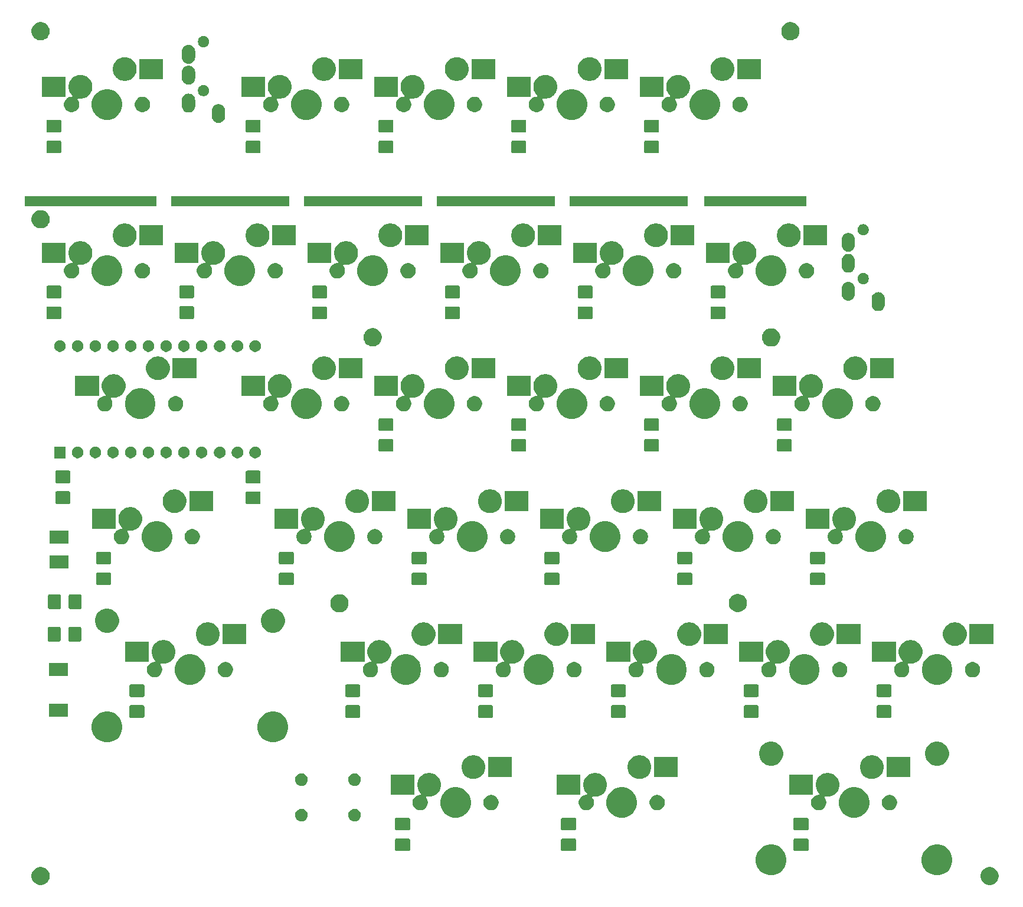
<source format=gbs>
G04 #@! TF.GenerationSoftware,KiCad,Pcbnew,(5.0.2)-1*
G04 #@! TF.CreationDate,2019-02-16T22:04:27+09:00*
G04 #@! TF.ProjectId,pakbd,70616b62-642e-46b6-9963-61645f706362,1*
G04 #@! TF.SameCoordinates,Original*
G04 #@! TF.FileFunction,Soldermask,Bot*
G04 #@! TF.FilePolarity,Negative*
%FSLAX46Y46*%
G04 Gerber Fmt 4.6, Leading zero omitted, Abs format (unit mm)*
G04 Created by KiCad (PCBNEW (5.0.2)-1) date 2019/02/16 22:04:27*
%MOMM*%
%LPD*%
G01*
G04 APERTURE LIST*
%ADD10C,0.100000*%
G04 APERTURE END LIST*
D10*
G36*
X166369196Y-147769958D02*
X166605780Y-147867954D01*
X166818705Y-148010226D01*
X166999774Y-148191295D01*
X167142046Y-148404220D01*
X167240042Y-148640804D01*
X167290000Y-148891960D01*
X167290000Y-149148040D01*
X167240042Y-149399196D01*
X167142046Y-149635780D01*
X166999774Y-149848705D01*
X166818705Y-150029774D01*
X166605780Y-150172046D01*
X166369196Y-150270042D01*
X166118040Y-150320000D01*
X165861960Y-150320000D01*
X165610804Y-150270042D01*
X165374220Y-150172046D01*
X165161295Y-150029774D01*
X164980226Y-149848705D01*
X164837954Y-149635780D01*
X164739958Y-149399196D01*
X164690000Y-149148040D01*
X164690000Y-148891960D01*
X164739958Y-148640804D01*
X164837954Y-148404220D01*
X164980226Y-148191295D01*
X165161295Y-148010226D01*
X165374220Y-147867954D01*
X165610804Y-147769958D01*
X165861960Y-147720000D01*
X166118040Y-147720000D01*
X166369196Y-147769958D01*
X166369196Y-147769958D01*
G37*
G36*
X30259196Y-147769958D02*
X30495780Y-147867954D01*
X30708705Y-148010226D01*
X30889774Y-148191295D01*
X31032046Y-148404220D01*
X31130042Y-148640804D01*
X31180000Y-148891960D01*
X31180000Y-149148040D01*
X31130042Y-149399196D01*
X31032046Y-149635780D01*
X30889774Y-149848705D01*
X30708705Y-150029774D01*
X30495780Y-150172046D01*
X30259196Y-150270042D01*
X30008040Y-150320000D01*
X29751960Y-150320000D01*
X29500804Y-150270042D01*
X29264220Y-150172046D01*
X29051295Y-150029774D01*
X28870226Y-149848705D01*
X28727954Y-149635780D01*
X28629958Y-149399196D01*
X28580000Y-149148040D01*
X28580000Y-148891960D01*
X28629958Y-148640804D01*
X28727954Y-148404220D01*
X28870226Y-148191295D01*
X29051295Y-148010226D01*
X29264220Y-147867954D01*
X29500804Y-147769958D01*
X29751960Y-147720000D01*
X30008040Y-147720000D01*
X30259196Y-147769958D01*
X30259196Y-147769958D01*
G37*
G36*
X135297716Y-144614544D02*
X135698090Y-144780384D01*
X136058421Y-145021150D01*
X136364850Y-145327579D01*
X136605616Y-145687910D01*
X136771456Y-146088284D01*
X136856000Y-146513317D01*
X136856000Y-146946683D01*
X136771456Y-147371716D01*
X136605616Y-147772090D01*
X136364850Y-148132421D01*
X136058421Y-148438850D01*
X135698090Y-148679616D01*
X135297716Y-148845456D01*
X134872683Y-148930000D01*
X134439317Y-148930000D01*
X134014284Y-148845456D01*
X133613910Y-148679616D01*
X133253579Y-148438850D01*
X132947150Y-148132421D01*
X132706384Y-147772090D01*
X132540544Y-147371716D01*
X132456000Y-146946683D01*
X132456000Y-146513317D01*
X132540544Y-146088284D01*
X132706384Y-145687910D01*
X132947150Y-145327579D01*
X133253579Y-145021150D01*
X133613910Y-144780384D01*
X134014284Y-144614544D01*
X134439317Y-144530000D01*
X134872683Y-144530000D01*
X135297716Y-144614544D01*
X135297716Y-144614544D01*
G37*
G36*
X159097716Y-144614544D02*
X159498090Y-144780384D01*
X159858421Y-145021150D01*
X160164850Y-145327579D01*
X160405616Y-145687910D01*
X160571456Y-146088284D01*
X160656000Y-146513317D01*
X160656000Y-146946683D01*
X160571456Y-147371716D01*
X160405616Y-147772090D01*
X160164850Y-148132421D01*
X159858421Y-148438850D01*
X159498090Y-148679616D01*
X159097716Y-148845456D01*
X158672683Y-148930000D01*
X158239317Y-148930000D01*
X157814284Y-148845456D01*
X157413910Y-148679616D01*
X157053579Y-148438850D01*
X156747150Y-148132421D01*
X156506384Y-147772090D01*
X156340544Y-147371716D01*
X156256000Y-146946683D01*
X156256000Y-146513317D01*
X156340544Y-146088284D01*
X156506384Y-145687910D01*
X156747150Y-145327579D01*
X157053579Y-145021150D01*
X157413910Y-144780384D01*
X157814284Y-144614544D01*
X158239317Y-144530000D01*
X158672683Y-144530000D01*
X159097716Y-144614544D01*
X159097716Y-144614544D01*
G37*
G36*
X82668482Y-143637686D02*
X82713204Y-143651253D01*
X82754433Y-143673290D01*
X82790561Y-143702939D01*
X82820210Y-143739067D01*
X82842247Y-143780296D01*
X82855814Y-143825018D01*
X82861000Y-143877675D01*
X82861000Y-145212325D01*
X82855814Y-145264982D01*
X82842247Y-145309704D01*
X82820210Y-145350933D01*
X82790561Y-145387061D01*
X82754433Y-145416710D01*
X82713204Y-145438747D01*
X82668482Y-145452314D01*
X82615825Y-145457500D01*
X80956175Y-145457500D01*
X80903518Y-145452314D01*
X80858796Y-145438747D01*
X80817567Y-145416710D01*
X80781439Y-145387061D01*
X80751790Y-145350933D01*
X80729753Y-145309704D01*
X80716186Y-145264982D01*
X80711000Y-145212325D01*
X80711000Y-143877675D01*
X80716186Y-143825018D01*
X80729753Y-143780296D01*
X80751790Y-143739067D01*
X80781439Y-143702939D01*
X80817567Y-143673290D01*
X80858796Y-143651253D01*
X80903518Y-143637686D01*
X80956175Y-143632500D01*
X82615825Y-143632500D01*
X82668482Y-143637686D01*
X82668482Y-143637686D01*
G37*
G36*
X139818482Y-143637686D02*
X139863204Y-143651253D01*
X139904433Y-143673290D01*
X139940561Y-143702939D01*
X139970210Y-143739067D01*
X139992247Y-143780296D01*
X140005814Y-143825018D01*
X140011000Y-143877675D01*
X140011000Y-145212325D01*
X140005814Y-145264982D01*
X139992247Y-145309704D01*
X139970210Y-145350933D01*
X139940561Y-145387061D01*
X139904433Y-145416710D01*
X139863204Y-145438747D01*
X139818482Y-145452314D01*
X139765825Y-145457500D01*
X138106175Y-145457500D01*
X138053518Y-145452314D01*
X138008796Y-145438747D01*
X137967567Y-145416710D01*
X137931439Y-145387061D01*
X137901790Y-145350933D01*
X137879753Y-145309704D01*
X137866186Y-145264982D01*
X137861000Y-145212325D01*
X137861000Y-143877675D01*
X137866186Y-143825018D01*
X137879753Y-143780296D01*
X137901790Y-143739067D01*
X137931439Y-143702939D01*
X137967567Y-143673290D01*
X138008796Y-143651253D01*
X138053518Y-143637686D01*
X138106175Y-143632500D01*
X139765825Y-143632500D01*
X139818482Y-143637686D01*
X139818482Y-143637686D01*
G37*
G36*
X106480982Y-143637686D02*
X106525704Y-143651253D01*
X106566933Y-143673290D01*
X106603061Y-143702939D01*
X106632710Y-143739067D01*
X106654747Y-143780296D01*
X106668314Y-143825018D01*
X106673500Y-143877675D01*
X106673500Y-145212325D01*
X106668314Y-145264982D01*
X106654747Y-145309704D01*
X106632710Y-145350933D01*
X106603061Y-145387061D01*
X106566933Y-145416710D01*
X106525704Y-145438747D01*
X106480982Y-145452314D01*
X106428325Y-145457500D01*
X104768675Y-145457500D01*
X104716018Y-145452314D01*
X104671296Y-145438747D01*
X104630067Y-145416710D01*
X104593939Y-145387061D01*
X104564290Y-145350933D01*
X104542253Y-145309704D01*
X104528686Y-145264982D01*
X104523500Y-145212325D01*
X104523500Y-143877675D01*
X104528686Y-143825018D01*
X104542253Y-143780296D01*
X104564290Y-143739067D01*
X104593939Y-143702939D01*
X104630067Y-143673290D01*
X104671296Y-143651253D01*
X104716018Y-143637686D01*
X104768675Y-143632500D01*
X106428325Y-143632500D01*
X106480982Y-143637686D01*
X106480982Y-143637686D01*
G37*
G36*
X139818482Y-140662686D02*
X139863204Y-140676253D01*
X139904433Y-140698290D01*
X139940561Y-140727939D01*
X139970210Y-140764067D01*
X139992247Y-140805296D01*
X140005814Y-140850018D01*
X140011000Y-140902675D01*
X140011000Y-142237325D01*
X140005814Y-142289982D01*
X139992247Y-142334704D01*
X139970210Y-142375933D01*
X139940561Y-142412061D01*
X139904433Y-142441710D01*
X139863204Y-142463747D01*
X139818482Y-142477314D01*
X139765825Y-142482500D01*
X138106175Y-142482500D01*
X138053518Y-142477314D01*
X138008796Y-142463747D01*
X137967567Y-142441710D01*
X137931439Y-142412061D01*
X137901790Y-142375933D01*
X137879753Y-142334704D01*
X137866186Y-142289982D01*
X137861000Y-142237325D01*
X137861000Y-140902675D01*
X137866186Y-140850018D01*
X137879753Y-140805296D01*
X137901790Y-140764067D01*
X137931439Y-140727939D01*
X137967567Y-140698290D01*
X138008796Y-140676253D01*
X138053518Y-140662686D01*
X138106175Y-140657500D01*
X139765825Y-140657500D01*
X139818482Y-140662686D01*
X139818482Y-140662686D01*
G37*
G36*
X82668482Y-140662686D02*
X82713204Y-140676253D01*
X82754433Y-140698290D01*
X82790561Y-140727939D01*
X82820210Y-140764067D01*
X82842247Y-140805296D01*
X82855814Y-140850018D01*
X82861000Y-140902675D01*
X82861000Y-142237325D01*
X82855814Y-142289982D01*
X82842247Y-142334704D01*
X82820210Y-142375933D01*
X82790561Y-142412061D01*
X82754433Y-142441710D01*
X82713204Y-142463747D01*
X82668482Y-142477314D01*
X82615825Y-142482500D01*
X80956175Y-142482500D01*
X80903518Y-142477314D01*
X80858796Y-142463747D01*
X80817567Y-142441710D01*
X80781439Y-142412061D01*
X80751790Y-142375933D01*
X80729753Y-142334704D01*
X80716186Y-142289982D01*
X80711000Y-142237325D01*
X80711000Y-140902675D01*
X80716186Y-140850018D01*
X80729753Y-140805296D01*
X80751790Y-140764067D01*
X80781439Y-140727939D01*
X80817567Y-140698290D01*
X80858796Y-140676253D01*
X80903518Y-140662686D01*
X80956175Y-140657500D01*
X82615825Y-140657500D01*
X82668482Y-140662686D01*
X82668482Y-140662686D01*
G37*
G36*
X106480982Y-140662686D02*
X106525704Y-140676253D01*
X106566933Y-140698290D01*
X106603061Y-140727939D01*
X106632710Y-140764067D01*
X106654747Y-140805296D01*
X106668314Y-140850018D01*
X106673500Y-140902675D01*
X106673500Y-142237325D01*
X106668314Y-142289982D01*
X106654747Y-142334704D01*
X106632710Y-142375933D01*
X106603061Y-142412061D01*
X106566933Y-142441710D01*
X106525704Y-142463747D01*
X106480982Y-142477314D01*
X106428325Y-142482500D01*
X104768675Y-142482500D01*
X104716018Y-142477314D01*
X104671296Y-142463747D01*
X104630067Y-142441710D01*
X104593939Y-142412061D01*
X104564290Y-142375933D01*
X104542253Y-142334704D01*
X104528686Y-142289982D01*
X104523500Y-142237325D01*
X104523500Y-140902675D01*
X104528686Y-140850018D01*
X104542253Y-140805296D01*
X104564290Y-140764067D01*
X104593939Y-140727939D01*
X104630067Y-140698290D01*
X104671296Y-140676253D01*
X104716018Y-140662686D01*
X104768675Y-140657500D01*
X106428325Y-140657500D01*
X106480982Y-140662686D01*
X106480982Y-140662686D01*
G37*
G36*
X67552083Y-139426029D02*
X67715596Y-139493758D01*
X67715599Y-139493760D01*
X67796368Y-139547728D01*
X67862764Y-139592093D01*
X67987907Y-139717236D01*
X68086242Y-139864404D01*
X68153971Y-140027917D01*
X68188500Y-140201505D01*
X68188500Y-140378495D01*
X68153971Y-140552083D01*
X68086242Y-140715596D01*
X67987907Y-140862764D01*
X67862764Y-140987907D01*
X67715596Y-141086242D01*
X67552083Y-141153971D01*
X67378495Y-141188500D01*
X67201505Y-141188500D01*
X67027917Y-141153971D01*
X66864404Y-141086242D01*
X66717236Y-140987907D01*
X66592093Y-140862764D01*
X66493758Y-140715596D01*
X66426029Y-140552083D01*
X66391500Y-140378495D01*
X66391500Y-140201505D01*
X66426029Y-140027917D01*
X66493758Y-139864404D01*
X66592093Y-139717236D01*
X66717236Y-139592093D01*
X66783633Y-139547728D01*
X66864401Y-139493760D01*
X66864404Y-139493758D01*
X67027917Y-139426029D01*
X67201505Y-139391500D01*
X67378495Y-139391500D01*
X67552083Y-139426029D01*
X67552083Y-139426029D01*
G37*
G36*
X75172083Y-139426029D02*
X75335596Y-139493758D01*
X75335599Y-139493760D01*
X75416368Y-139547728D01*
X75482764Y-139592093D01*
X75607907Y-139717236D01*
X75706242Y-139864404D01*
X75773971Y-140027917D01*
X75808500Y-140201505D01*
X75808500Y-140378495D01*
X75773971Y-140552083D01*
X75706242Y-140715596D01*
X75607907Y-140862764D01*
X75482764Y-140987907D01*
X75335596Y-141086242D01*
X75172083Y-141153971D01*
X74998495Y-141188500D01*
X74821505Y-141188500D01*
X74647917Y-141153971D01*
X74484404Y-141086242D01*
X74337236Y-140987907D01*
X74212093Y-140862764D01*
X74113758Y-140715596D01*
X74046029Y-140552083D01*
X74011500Y-140378495D01*
X74011500Y-140201505D01*
X74046029Y-140027917D01*
X74113758Y-139864404D01*
X74212093Y-139717236D01*
X74337236Y-139592093D01*
X74403633Y-139547728D01*
X74484401Y-139493760D01*
X74484404Y-139493758D01*
X74647917Y-139426029D01*
X74821505Y-139391500D01*
X74998495Y-139391500D01*
X75172083Y-139426029D01*
X75172083Y-139426029D01*
G37*
G36*
X147197716Y-136374544D02*
X147598090Y-136540384D01*
X147958421Y-136781150D01*
X148264850Y-137087579D01*
X148505616Y-137447910D01*
X148671456Y-137848284D01*
X148756000Y-138273317D01*
X148756000Y-138706683D01*
X148671456Y-139131716D01*
X148505616Y-139532090D01*
X148264850Y-139892421D01*
X147958421Y-140198850D01*
X147598090Y-140439616D01*
X147197716Y-140605456D01*
X146772683Y-140690000D01*
X146339317Y-140690000D01*
X145914284Y-140605456D01*
X145513910Y-140439616D01*
X145153579Y-140198850D01*
X144847150Y-139892421D01*
X144606384Y-139532090D01*
X144440544Y-139131716D01*
X144356000Y-138706683D01*
X144356000Y-138273317D01*
X144440544Y-137848284D01*
X144606384Y-137447910D01*
X144847150Y-137087579D01*
X145153579Y-136781150D01*
X145513910Y-136540384D01*
X145914284Y-136374544D01*
X146339317Y-136290000D01*
X146772683Y-136290000D01*
X147197716Y-136374544D01*
X147197716Y-136374544D01*
G37*
G36*
X90047716Y-136374544D02*
X90448090Y-136540384D01*
X90808421Y-136781150D01*
X91114850Y-137087579D01*
X91355616Y-137447910D01*
X91521456Y-137848284D01*
X91606000Y-138273317D01*
X91606000Y-138706683D01*
X91521456Y-139131716D01*
X91355616Y-139532090D01*
X91114850Y-139892421D01*
X90808421Y-140198850D01*
X90448090Y-140439616D01*
X90047716Y-140605456D01*
X89622683Y-140690000D01*
X89189317Y-140690000D01*
X88764284Y-140605456D01*
X88363910Y-140439616D01*
X88003579Y-140198850D01*
X87697150Y-139892421D01*
X87456384Y-139532090D01*
X87290544Y-139131716D01*
X87206000Y-138706683D01*
X87206000Y-138273317D01*
X87290544Y-137848284D01*
X87456384Y-137447910D01*
X87697150Y-137087579D01*
X88003579Y-136781150D01*
X88363910Y-136540384D01*
X88764284Y-136374544D01*
X89189317Y-136290000D01*
X89622683Y-136290000D01*
X90047716Y-136374544D01*
X90047716Y-136374544D01*
G37*
G36*
X113860216Y-136374544D02*
X114260590Y-136540384D01*
X114620921Y-136781150D01*
X114927350Y-137087579D01*
X115168116Y-137447910D01*
X115333956Y-137848284D01*
X115418500Y-138273317D01*
X115418500Y-138706683D01*
X115333956Y-139131716D01*
X115168116Y-139532090D01*
X114927350Y-139892421D01*
X114620921Y-140198850D01*
X114260590Y-140439616D01*
X113860216Y-140605456D01*
X113435183Y-140690000D01*
X113001817Y-140690000D01*
X112576784Y-140605456D01*
X112176410Y-140439616D01*
X111816079Y-140198850D01*
X111509650Y-139892421D01*
X111268884Y-139532090D01*
X111103044Y-139131716D01*
X111018500Y-138706683D01*
X111018500Y-138273317D01*
X111103044Y-137848284D01*
X111268884Y-137447910D01*
X111509650Y-137087579D01*
X111816079Y-136781150D01*
X112176410Y-136540384D01*
X112576784Y-136374544D01*
X113001817Y-136290000D01*
X113435183Y-136290000D01*
X113860216Y-136374544D01*
X113860216Y-136374544D01*
G37*
G36*
X118619357Y-137432272D02*
X118819542Y-137515191D01*
X118819543Y-137515192D01*
X118819545Y-137515193D01*
X118961341Y-137609938D01*
X118999713Y-137635578D01*
X119152922Y-137788787D01*
X119152924Y-137788790D01*
X119152925Y-137788791D01*
X119192677Y-137848284D01*
X119273309Y-137968958D01*
X119356228Y-138169143D01*
X119398500Y-138381658D01*
X119398500Y-138598342D01*
X119356228Y-138810857D01*
X119273309Y-139011042D01*
X119152922Y-139191213D01*
X118999713Y-139344422D01*
X118819542Y-139464809D01*
X118619357Y-139547728D01*
X118406842Y-139590000D01*
X118190158Y-139590000D01*
X117977643Y-139547728D01*
X117777458Y-139464809D01*
X117597287Y-139344422D01*
X117444078Y-139191213D01*
X117323691Y-139011042D01*
X117240772Y-138810857D01*
X117198500Y-138598342D01*
X117198500Y-138381658D01*
X117240772Y-138169143D01*
X117323691Y-137968958D01*
X117404323Y-137848284D01*
X117444075Y-137788791D01*
X117444076Y-137788790D01*
X117444078Y-137788787D01*
X117597287Y-137635578D01*
X117635660Y-137609938D01*
X117777455Y-137515193D01*
X117777457Y-137515192D01*
X117777458Y-137515191D01*
X117977643Y-137432272D01*
X118190158Y-137390000D01*
X118406842Y-137390000D01*
X118619357Y-137432272D01*
X118619357Y-137432272D01*
G37*
G36*
X109794893Y-134293553D02*
X109904372Y-134315330D01*
X110213752Y-134443479D01*
X110492187Y-134629523D01*
X110728977Y-134866313D01*
X110915021Y-135144748D01*
X111043170Y-135454128D01*
X111108500Y-135782565D01*
X111108500Y-136117435D01*
X111043170Y-136445872D01*
X110915021Y-136755252D01*
X110728977Y-137033687D01*
X110492187Y-137270477D01*
X110213752Y-137456521D01*
X109904372Y-137584670D01*
X109794893Y-137606447D01*
X109575937Y-137650000D01*
X109241064Y-137650000D01*
X109168561Y-137635578D01*
X109143916Y-137630676D01*
X109119530Y-137628274D01*
X109095144Y-137630676D01*
X109071695Y-137637789D01*
X109050084Y-137649340D01*
X109031142Y-137664886D01*
X109015596Y-137683828D01*
X109004045Y-137705438D01*
X108996932Y-137728887D01*
X108994530Y-137753274D01*
X108996932Y-137777660D01*
X109004045Y-137801109D01*
X109015596Y-137822720D01*
X109113308Y-137968956D01*
X109196228Y-138169143D01*
X109238500Y-138381658D01*
X109238500Y-138598342D01*
X109196228Y-138810857D01*
X109113309Y-139011042D01*
X108992922Y-139191213D01*
X108839713Y-139344422D01*
X108659542Y-139464809D01*
X108459357Y-139547728D01*
X108246842Y-139590000D01*
X108030158Y-139590000D01*
X107817643Y-139547728D01*
X107617458Y-139464809D01*
X107437287Y-139344422D01*
X107284078Y-139191213D01*
X107163691Y-139011042D01*
X107080772Y-138810857D01*
X107038500Y-138598342D01*
X107038500Y-138381658D01*
X107080772Y-138169143D01*
X107163691Y-137968958D01*
X107244323Y-137848284D01*
X107284075Y-137788791D01*
X107284076Y-137788790D01*
X107284078Y-137788787D01*
X107437288Y-137635577D01*
X107447230Y-137628934D01*
X107466172Y-137613389D01*
X107468232Y-137610879D01*
X107471335Y-137609938D01*
X107492946Y-137598387D01*
X107617456Y-137515192D01*
X107817643Y-137432272D01*
X108030158Y-137390000D01*
X108142561Y-137390000D01*
X108166947Y-137387598D01*
X108190396Y-137380485D01*
X108212007Y-137368934D01*
X108230949Y-137353388D01*
X108246495Y-137334446D01*
X108258046Y-137312835D01*
X108265159Y-137289386D01*
X108267561Y-137265000D01*
X108265159Y-137240614D01*
X108258046Y-137217165D01*
X108246495Y-137195554D01*
X108230954Y-137176618D01*
X108088023Y-137033687D01*
X107901979Y-136755252D01*
X107773830Y-136445872D01*
X107708500Y-136117435D01*
X107708500Y-135782565D01*
X107773830Y-135454128D01*
X107901979Y-135144748D01*
X108088023Y-134866313D01*
X108324813Y-134629523D01*
X108603248Y-134443479D01*
X108912628Y-134315330D01*
X109022107Y-134293553D01*
X109241063Y-134250000D01*
X109575937Y-134250000D01*
X109794893Y-134293553D01*
X109794893Y-134293553D01*
G37*
G36*
X85982393Y-134293553D02*
X86091872Y-134315330D01*
X86401252Y-134443479D01*
X86679687Y-134629523D01*
X86916477Y-134866313D01*
X87102521Y-135144748D01*
X87230670Y-135454128D01*
X87296000Y-135782565D01*
X87296000Y-136117435D01*
X87230670Y-136445872D01*
X87102521Y-136755252D01*
X86916477Y-137033687D01*
X86679687Y-137270477D01*
X86401252Y-137456521D01*
X86091872Y-137584670D01*
X85982393Y-137606447D01*
X85763437Y-137650000D01*
X85428564Y-137650000D01*
X85356061Y-137635578D01*
X85331416Y-137630676D01*
X85307030Y-137628274D01*
X85282644Y-137630676D01*
X85259195Y-137637789D01*
X85237584Y-137649340D01*
X85218642Y-137664886D01*
X85203096Y-137683828D01*
X85191545Y-137705438D01*
X85184432Y-137728887D01*
X85182030Y-137753274D01*
X85184432Y-137777660D01*
X85191545Y-137801109D01*
X85203096Y-137822720D01*
X85300808Y-137968956D01*
X85383728Y-138169143D01*
X85426000Y-138381658D01*
X85426000Y-138598342D01*
X85383728Y-138810857D01*
X85300809Y-139011042D01*
X85180422Y-139191213D01*
X85027213Y-139344422D01*
X84847042Y-139464809D01*
X84646857Y-139547728D01*
X84434342Y-139590000D01*
X84217658Y-139590000D01*
X84005143Y-139547728D01*
X83804958Y-139464809D01*
X83624787Y-139344422D01*
X83471578Y-139191213D01*
X83351191Y-139011042D01*
X83268272Y-138810857D01*
X83226000Y-138598342D01*
X83226000Y-138381658D01*
X83268272Y-138169143D01*
X83351191Y-137968958D01*
X83431823Y-137848284D01*
X83471575Y-137788791D01*
X83471576Y-137788790D01*
X83471578Y-137788787D01*
X83624788Y-137635577D01*
X83634730Y-137628934D01*
X83653672Y-137613389D01*
X83655732Y-137610879D01*
X83658835Y-137609938D01*
X83680446Y-137598387D01*
X83804956Y-137515192D01*
X84005143Y-137432272D01*
X84217658Y-137390000D01*
X84330061Y-137390000D01*
X84354447Y-137387598D01*
X84377896Y-137380485D01*
X84399507Y-137368934D01*
X84418449Y-137353388D01*
X84433995Y-137334446D01*
X84445546Y-137312835D01*
X84452659Y-137289386D01*
X84455061Y-137265000D01*
X84452659Y-137240614D01*
X84445546Y-137217165D01*
X84433995Y-137195554D01*
X84418454Y-137176618D01*
X84275523Y-137033687D01*
X84089479Y-136755252D01*
X83961330Y-136445872D01*
X83896000Y-136117435D01*
X83896000Y-135782565D01*
X83961330Y-135454128D01*
X84089479Y-135144748D01*
X84275523Y-134866313D01*
X84512313Y-134629523D01*
X84790748Y-134443479D01*
X85100128Y-134315330D01*
X85209607Y-134293553D01*
X85428563Y-134250000D01*
X85763437Y-134250000D01*
X85982393Y-134293553D01*
X85982393Y-134293553D01*
G37*
G36*
X94806857Y-137432272D02*
X95007042Y-137515191D01*
X95007043Y-137515192D01*
X95007045Y-137515193D01*
X95148841Y-137609938D01*
X95187213Y-137635578D01*
X95340422Y-137788787D01*
X95340424Y-137788790D01*
X95340425Y-137788791D01*
X95380177Y-137848284D01*
X95460809Y-137968958D01*
X95543728Y-138169143D01*
X95586000Y-138381658D01*
X95586000Y-138598342D01*
X95543728Y-138810857D01*
X95460809Y-139011042D01*
X95340422Y-139191213D01*
X95187213Y-139344422D01*
X95007042Y-139464809D01*
X94806857Y-139547728D01*
X94594342Y-139590000D01*
X94377658Y-139590000D01*
X94165143Y-139547728D01*
X93964958Y-139464809D01*
X93784787Y-139344422D01*
X93631578Y-139191213D01*
X93511191Y-139011042D01*
X93428272Y-138810857D01*
X93386000Y-138598342D01*
X93386000Y-138381658D01*
X93428272Y-138169143D01*
X93511191Y-137968958D01*
X93591823Y-137848284D01*
X93631575Y-137788791D01*
X93631576Y-137788790D01*
X93631578Y-137788787D01*
X93784787Y-137635578D01*
X93823160Y-137609938D01*
X93964955Y-137515193D01*
X93964957Y-137515192D01*
X93964958Y-137515191D01*
X94165143Y-137432272D01*
X94377658Y-137390000D01*
X94594342Y-137390000D01*
X94806857Y-137432272D01*
X94806857Y-137432272D01*
G37*
G36*
X143132393Y-134293553D02*
X143241872Y-134315330D01*
X143551252Y-134443479D01*
X143829687Y-134629523D01*
X144066477Y-134866313D01*
X144252521Y-135144748D01*
X144380670Y-135454128D01*
X144446000Y-135782565D01*
X144446000Y-136117435D01*
X144380670Y-136445872D01*
X144252521Y-136755252D01*
X144066477Y-137033687D01*
X143829687Y-137270477D01*
X143551252Y-137456521D01*
X143241872Y-137584670D01*
X143132393Y-137606447D01*
X142913437Y-137650000D01*
X142578564Y-137650000D01*
X142506061Y-137635578D01*
X142481416Y-137630676D01*
X142457030Y-137628274D01*
X142432644Y-137630676D01*
X142409195Y-137637789D01*
X142387584Y-137649340D01*
X142368642Y-137664886D01*
X142353096Y-137683828D01*
X142341545Y-137705438D01*
X142334432Y-137728887D01*
X142332030Y-137753274D01*
X142334432Y-137777660D01*
X142341545Y-137801109D01*
X142353096Y-137822720D01*
X142450808Y-137968956D01*
X142533728Y-138169143D01*
X142576000Y-138381658D01*
X142576000Y-138598342D01*
X142533728Y-138810857D01*
X142450809Y-139011042D01*
X142330422Y-139191213D01*
X142177213Y-139344422D01*
X141997042Y-139464809D01*
X141796857Y-139547728D01*
X141584342Y-139590000D01*
X141367658Y-139590000D01*
X141155143Y-139547728D01*
X140954958Y-139464809D01*
X140774787Y-139344422D01*
X140621578Y-139191213D01*
X140501191Y-139011042D01*
X140418272Y-138810857D01*
X140376000Y-138598342D01*
X140376000Y-138381658D01*
X140418272Y-138169143D01*
X140501191Y-137968958D01*
X140581823Y-137848284D01*
X140621575Y-137788791D01*
X140621576Y-137788790D01*
X140621578Y-137788787D01*
X140774788Y-137635577D01*
X140784730Y-137628934D01*
X140803672Y-137613389D01*
X140805732Y-137610879D01*
X140808835Y-137609938D01*
X140830446Y-137598387D01*
X140954956Y-137515192D01*
X141155143Y-137432272D01*
X141367658Y-137390000D01*
X141480061Y-137390000D01*
X141504447Y-137387598D01*
X141527896Y-137380485D01*
X141549507Y-137368934D01*
X141568449Y-137353388D01*
X141583995Y-137334446D01*
X141595546Y-137312835D01*
X141602659Y-137289386D01*
X141605061Y-137265000D01*
X141602659Y-137240614D01*
X141595546Y-137217165D01*
X141583995Y-137195554D01*
X141568454Y-137176618D01*
X141425523Y-137033687D01*
X141239479Y-136755252D01*
X141111330Y-136445872D01*
X141046000Y-136117435D01*
X141046000Y-135782565D01*
X141111330Y-135454128D01*
X141239479Y-135144748D01*
X141425523Y-134866313D01*
X141662313Y-134629523D01*
X141940748Y-134443479D01*
X142250128Y-134315330D01*
X142359607Y-134293553D01*
X142578563Y-134250000D01*
X142913437Y-134250000D01*
X143132393Y-134293553D01*
X143132393Y-134293553D01*
G37*
G36*
X151956857Y-137432272D02*
X152157042Y-137515191D01*
X152157043Y-137515192D01*
X152157045Y-137515193D01*
X152298841Y-137609938D01*
X152337213Y-137635578D01*
X152490422Y-137788787D01*
X152490424Y-137788790D01*
X152490425Y-137788791D01*
X152530177Y-137848284D01*
X152610809Y-137968958D01*
X152693728Y-138169143D01*
X152736000Y-138381658D01*
X152736000Y-138598342D01*
X152693728Y-138810857D01*
X152610809Y-139011042D01*
X152490422Y-139191213D01*
X152337213Y-139344422D01*
X152157042Y-139464809D01*
X151956857Y-139547728D01*
X151744342Y-139590000D01*
X151527658Y-139590000D01*
X151315143Y-139547728D01*
X151114958Y-139464809D01*
X150934787Y-139344422D01*
X150781578Y-139191213D01*
X150661191Y-139011042D01*
X150578272Y-138810857D01*
X150536000Y-138598342D01*
X150536000Y-138381658D01*
X150578272Y-138169143D01*
X150661191Y-137968958D01*
X150741823Y-137848284D01*
X150781575Y-137788791D01*
X150781576Y-137788790D01*
X150781578Y-137788787D01*
X150934787Y-137635578D01*
X150973160Y-137609938D01*
X151114955Y-137515193D01*
X151114957Y-137515192D01*
X151114958Y-137515191D01*
X151315143Y-137432272D01*
X151527658Y-137390000D01*
X151744342Y-137390000D01*
X151956857Y-137432272D01*
X151956857Y-137432272D01*
G37*
G36*
X107298500Y-137400000D02*
X103898500Y-137400000D01*
X103898500Y-134500000D01*
X107298500Y-134500000D01*
X107298500Y-137400000D01*
X107298500Y-137400000D01*
G37*
G36*
X140636000Y-137400000D02*
X137236000Y-137400000D01*
X137236000Y-134500000D01*
X140636000Y-134500000D01*
X140636000Y-137400000D01*
X140636000Y-137400000D01*
G37*
G36*
X83486000Y-137400000D02*
X80086000Y-137400000D01*
X80086000Y-134500000D01*
X83486000Y-134500000D01*
X83486000Y-137400000D01*
X83486000Y-137400000D01*
G37*
G36*
X75172083Y-134346029D02*
X75335596Y-134413758D01*
X75335599Y-134413760D01*
X75380077Y-134443479D01*
X75482764Y-134512093D01*
X75607907Y-134637236D01*
X75706242Y-134784404D01*
X75773971Y-134947917D01*
X75808500Y-135121505D01*
X75808500Y-135298495D01*
X75773971Y-135472083D01*
X75706242Y-135635596D01*
X75706240Y-135635599D01*
X75608042Y-135782563D01*
X75607907Y-135782764D01*
X75482764Y-135907907D01*
X75335596Y-136006242D01*
X75172083Y-136073971D01*
X74998495Y-136108500D01*
X74821505Y-136108500D01*
X74647917Y-136073971D01*
X74484404Y-136006242D01*
X74337236Y-135907907D01*
X74212093Y-135782764D01*
X74211959Y-135782563D01*
X74113760Y-135635599D01*
X74113758Y-135635596D01*
X74046029Y-135472083D01*
X74011500Y-135298495D01*
X74011500Y-135121505D01*
X74046029Y-134947917D01*
X74113758Y-134784404D01*
X74212093Y-134637236D01*
X74337236Y-134512093D01*
X74439924Y-134443479D01*
X74484401Y-134413760D01*
X74484404Y-134413758D01*
X74647917Y-134346029D01*
X74821505Y-134311500D01*
X74998495Y-134311500D01*
X75172083Y-134346029D01*
X75172083Y-134346029D01*
G37*
G36*
X67552083Y-134346029D02*
X67715596Y-134413758D01*
X67715599Y-134413760D01*
X67760077Y-134443479D01*
X67862764Y-134512093D01*
X67987907Y-134637236D01*
X68086242Y-134784404D01*
X68153971Y-134947917D01*
X68188500Y-135121505D01*
X68188500Y-135298495D01*
X68153971Y-135472083D01*
X68086242Y-135635596D01*
X68086240Y-135635599D01*
X67988042Y-135782563D01*
X67987907Y-135782764D01*
X67862764Y-135907907D01*
X67715596Y-136006242D01*
X67552083Y-136073971D01*
X67378495Y-136108500D01*
X67201505Y-136108500D01*
X67027917Y-136073971D01*
X66864404Y-136006242D01*
X66717236Y-135907907D01*
X66592093Y-135782764D01*
X66591959Y-135782563D01*
X66493760Y-135635599D01*
X66493758Y-135635596D01*
X66426029Y-135472083D01*
X66391500Y-135298495D01*
X66391500Y-135121505D01*
X66426029Y-134947917D01*
X66493758Y-134784404D01*
X66592093Y-134637236D01*
X66717236Y-134512093D01*
X66819924Y-134443479D01*
X66864401Y-134413760D01*
X66864404Y-134413758D01*
X67027917Y-134346029D01*
X67201505Y-134311500D01*
X67378495Y-134311500D01*
X67552083Y-134346029D01*
X67552083Y-134346029D01*
G37*
G36*
X92332393Y-131753553D02*
X92441872Y-131775330D01*
X92751252Y-131903479D01*
X93029687Y-132089523D01*
X93266477Y-132326313D01*
X93452521Y-132604748D01*
X93580670Y-132914128D01*
X93646000Y-133242565D01*
X93646000Y-133577435D01*
X93580670Y-133905872D01*
X93452521Y-134215252D01*
X93266477Y-134493687D01*
X93029687Y-134730477D01*
X92751252Y-134916521D01*
X92441872Y-135044670D01*
X92332393Y-135066447D01*
X92113437Y-135110000D01*
X91778563Y-135110000D01*
X91559607Y-135066447D01*
X91450128Y-135044670D01*
X91140748Y-134916521D01*
X90862313Y-134730477D01*
X90625523Y-134493687D01*
X90439479Y-134215252D01*
X90311330Y-133905872D01*
X90246000Y-133577435D01*
X90246000Y-133242565D01*
X90311330Y-132914128D01*
X90439479Y-132604748D01*
X90625523Y-132326313D01*
X90862313Y-132089523D01*
X91140748Y-131903479D01*
X91450128Y-131775330D01*
X91559607Y-131753553D01*
X91778563Y-131710000D01*
X92113437Y-131710000D01*
X92332393Y-131753553D01*
X92332393Y-131753553D01*
G37*
G36*
X149482393Y-131753553D02*
X149591872Y-131775330D01*
X149901252Y-131903479D01*
X150179687Y-132089523D01*
X150416477Y-132326313D01*
X150602521Y-132604748D01*
X150730670Y-132914128D01*
X150796000Y-133242565D01*
X150796000Y-133577435D01*
X150730670Y-133905872D01*
X150602521Y-134215252D01*
X150416477Y-134493687D01*
X150179687Y-134730477D01*
X149901252Y-134916521D01*
X149591872Y-135044670D01*
X149482393Y-135066447D01*
X149263437Y-135110000D01*
X148928563Y-135110000D01*
X148709607Y-135066447D01*
X148600128Y-135044670D01*
X148290748Y-134916521D01*
X148012313Y-134730477D01*
X147775523Y-134493687D01*
X147589479Y-134215252D01*
X147461330Y-133905872D01*
X147396000Y-133577435D01*
X147396000Y-133242565D01*
X147461330Y-132914128D01*
X147589479Y-132604748D01*
X147775523Y-132326313D01*
X148012313Y-132089523D01*
X148290748Y-131903479D01*
X148600128Y-131775330D01*
X148709607Y-131753553D01*
X148928563Y-131710000D01*
X149263437Y-131710000D01*
X149482393Y-131753553D01*
X149482393Y-131753553D01*
G37*
G36*
X116144893Y-131753553D02*
X116254372Y-131775330D01*
X116563752Y-131903479D01*
X116842187Y-132089523D01*
X117078977Y-132326313D01*
X117265021Y-132604748D01*
X117393170Y-132914128D01*
X117458500Y-133242565D01*
X117458500Y-133577435D01*
X117393170Y-133905872D01*
X117265021Y-134215252D01*
X117078977Y-134493687D01*
X116842187Y-134730477D01*
X116563752Y-134916521D01*
X116254372Y-135044670D01*
X116144893Y-135066447D01*
X115925937Y-135110000D01*
X115591063Y-135110000D01*
X115372107Y-135066447D01*
X115262628Y-135044670D01*
X114953248Y-134916521D01*
X114674813Y-134730477D01*
X114438023Y-134493687D01*
X114251979Y-134215252D01*
X114123830Y-133905872D01*
X114058500Y-133577435D01*
X114058500Y-133242565D01*
X114123830Y-132914128D01*
X114251979Y-132604748D01*
X114438023Y-132326313D01*
X114674813Y-132089523D01*
X114953248Y-131903479D01*
X115262628Y-131775330D01*
X115372107Y-131753553D01*
X115591063Y-131710000D01*
X115925937Y-131710000D01*
X116144893Y-131753553D01*
X116144893Y-131753553D01*
G37*
G36*
X154606000Y-134860000D02*
X151206000Y-134860000D01*
X151206000Y-131960000D01*
X154606000Y-131960000D01*
X154606000Y-134860000D01*
X154606000Y-134860000D01*
G37*
G36*
X97456000Y-134860000D02*
X94056000Y-134860000D01*
X94056000Y-131960000D01*
X97456000Y-131960000D01*
X97456000Y-134860000D01*
X97456000Y-134860000D01*
G37*
G36*
X121268500Y-134860000D02*
X117868500Y-134860000D01*
X117868500Y-131960000D01*
X121268500Y-131960000D01*
X121268500Y-134860000D01*
X121268500Y-134860000D01*
G37*
G36*
X158662816Y-129772343D02*
X158959164Y-129831290D01*
X159273094Y-129961324D01*
X159555624Y-130150105D01*
X159795895Y-130390376D01*
X159984676Y-130672906D01*
X160114710Y-130986836D01*
X160181000Y-131320102D01*
X160181000Y-131659898D01*
X160114710Y-131993164D01*
X159984676Y-132307094D01*
X159795895Y-132589624D01*
X159555624Y-132829895D01*
X159273094Y-133018676D01*
X158959164Y-133148710D01*
X158662816Y-133207657D01*
X158625899Y-133215000D01*
X158286101Y-133215000D01*
X158249184Y-133207657D01*
X157952836Y-133148710D01*
X157638906Y-133018676D01*
X157356376Y-132829895D01*
X157116105Y-132589624D01*
X156927324Y-132307094D01*
X156797290Y-131993164D01*
X156731000Y-131659898D01*
X156731000Y-131320102D01*
X156797290Y-130986836D01*
X156927324Y-130672906D01*
X157116105Y-130390376D01*
X157356376Y-130150105D01*
X157638906Y-129961324D01*
X157952836Y-129831290D01*
X158249184Y-129772343D01*
X158286101Y-129765000D01*
X158625899Y-129765000D01*
X158662816Y-129772343D01*
X158662816Y-129772343D01*
G37*
G36*
X134862816Y-129772343D02*
X135159164Y-129831290D01*
X135473094Y-129961324D01*
X135755624Y-130150105D01*
X135995895Y-130390376D01*
X136184676Y-130672906D01*
X136314710Y-130986836D01*
X136381000Y-131320102D01*
X136381000Y-131659898D01*
X136314710Y-131993164D01*
X136184676Y-132307094D01*
X135995895Y-132589624D01*
X135755624Y-132829895D01*
X135473094Y-133018676D01*
X135159164Y-133148710D01*
X134862816Y-133207657D01*
X134825899Y-133215000D01*
X134486101Y-133215000D01*
X134449184Y-133207657D01*
X134152836Y-133148710D01*
X133838906Y-133018676D01*
X133556376Y-132829895D01*
X133316105Y-132589624D01*
X133127324Y-132307094D01*
X132997290Y-131993164D01*
X132931000Y-131659898D01*
X132931000Y-131320102D01*
X132997290Y-130986836D01*
X133127324Y-130672906D01*
X133316105Y-130390376D01*
X133556376Y-130150105D01*
X133838906Y-129961324D01*
X134152836Y-129831290D01*
X134449184Y-129772343D01*
X134486101Y-129765000D01*
X134825899Y-129765000D01*
X134862816Y-129772343D01*
X134862816Y-129772343D01*
G37*
G36*
X63847816Y-125564544D02*
X64248190Y-125730384D01*
X64608521Y-125971150D01*
X64914950Y-126277579D01*
X65155716Y-126637910D01*
X65321556Y-127038284D01*
X65406100Y-127463317D01*
X65406100Y-127896683D01*
X65321556Y-128321716D01*
X65155716Y-128722090D01*
X64914950Y-129082421D01*
X64608521Y-129388850D01*
X64248190Y-129629616D01*
X63847816Y-129795456D01*
X63422783Y-129880000D01*
X62989417Y-129880000D01*
X62564384Y-129795456D01*
X62164010Y-129629616D01*
X61803679Y-129388850D01*
X61497250Y-129082421D01*
X61256484Y-128722090D01*
X61090644Y-128321716D01*
X61006100Y-127896683D01*
X61006100Y-127463317D01*
X61090644Y-127038284D01*
X61256484Y-126637910D01*
X61497250Y-126277579D01*
X61803679Y-125971150D01*
X62164010Y-125730384D01*
X62564384Y-125564544D01*
X62989417Y-125480000D01*
X63422783Y-125480000D01*
X63847816Y-125564544D01*
X63847816Y-125564544D01*
G37*
G36*
X40047816Y-125564544D02*
X40448190Y-125730384D01*
X40808521Y-125971150D01*
X41114950Y-126277579D01*
X41355716Y-126637910D01*
X41521556Y-127038284D01*
X41606100Y-127463317D01*
X41606100Y-127896683D01*
X41521556Y-128321716D01*
X41355716Y-128722090D01*
X41114950Y-129082421D01*
X40808521Y-129388850D01*
X40448190Y-129629616D01*
X40047816Y-129795456D01*
X39622783Y-129880000D01*
X39189417Y-129880000D01*
X38764384Y-129795456D01*
X38364010Y-129629616D01*
X38003679Y-129388850D01*
X37697250Y-129082421D01*
X37456484Y-128722090D01*
X37290644Y-128321716D01*
X37206100Y-127896683D01*
X37206100Y-127463317D01*
X37290644Y-127038284D01*
X37456484Y-126637910D01*
X37697250Y-126277579D01*
X38003679Y-125971150D01*
X38364010Y-125730384D01*
X38764384Y-125564544D01*
X39189417Y-125480000D01*
X39622783Y-125480000D01*
X40047816Y-125564544D01*
X40047816Y-125564544D01*
G37*
G36*
X132674982Y-124537686D02*
X132719704Y-124551253D01*
X132760933Y-124573290D01*
X132797061Y-124602939D01*
X132826710Y-124639067D01*
X132848747Y-124680296D01*
X132862314Y-124725018D01*
X132867500Y-124777675D01*
X132867500Y-126112325D01*
X132862314Y-126164982D01*
X132848747Y-126209704D01*
X132826710Y-126250933D01*
X132797061Y-126287061D01*
X132760933Y-126316710D01*
X132719704Y-126338747D01*
X132674982Y-126352314D01*
X132622325Y-126357500D01*
X130962675Y-126357500D01*
X130910018Y-126352314D01*
X130865296Y-126338747D01*
X130824067Y-126316710D01*
X130787939Y-126287061D01*
X130758290Y-126250933D01*
X130736253Y-126209704D01*
X130722686Y-126164982D01*
X130717500Y-126112325D01*
X130717500Y-124777675D01*
X130722686Y-124725018D01*
X130736253Y-124680296D01*
X130758290Y-124639067D01*
X130787939Y-124602939D01*
X130824067Y-124573290D01*
X130865296Y-124551253D01*
X130910018Y-124537686D01*
X130962675Y-124532500D01*
X132622325Y-124532500D01*
X132674982Y-124537686D01*
X132674982Y-124537686D01*
G37*
G36*
X75524982Y-124537686D02*
X75569704Y-124551253D01*
X75610933Y-124573290D01*
X75647061Y-124602939D01*
X75676710Y-124639067D01*
X75698747Y-124680296D01*
X75712314Y-124725018D01*
X75717500Y-124777675D01*
X75717500Y-126112325D01*
X75712314Y-126164982D01*
X75698747Y-126209704D01*
X75676710Y-126250933D01*
X75647061Y-126287061D01*
X75610933Y-126316710D01*
X75569704Y-126338747D01*
X75524982Y-126352314D01*
X75472325Y-126357500D01*
X73812675Y-126357500D01*
X73760018Y-126352314D01*
X73715296Y-126338747D01*
X73674067Y-126316710D01*
X73637939Y-126287061D01*
X73608290Y-126250933D01*
X73586253Y-126209704D01*
X73572686Y-126164982D01*
X73567500Y-126112325D01*
X73567500Y-124777675D01*
X73572686Y-124725018D01*
X73586253Y-124680296D01*
X73608290Y-124639067D01*
X73637939Y-124602939D01*
X73674067Y-124573290D01*
X73715296Y-124551253D01*
X73760018Y-124537686D01*
X73812675Y-124532500D01*
X75472325Y-124532500D01*
X75524982Y-124537686D01*
X75524982Y-124537686D01*
G37*
G36*
X113624982Y-124537686D02*
X113669704Y-124551253D01*
X113710933Y-124573290D01*
X113747061Y-124602939D01*
X113776710Y-124639067D01*
X113798747Y-124680296D01*
X113812314Y-124725018D01*
X113817500Y-124777675D01*
X113817500Y-126112325D01*
X113812314Y-126164982D01*
X113798747Y-126209704D01*
X113776710Y-126250933D01*
X113747061Y-126287061D01*
X113710933Y-126316710D01*
X113669704Y-126338747D01*
X113624982Y-126352314D01*
X113572325Y-126357500D01*
X111912675Y-126357500D01*
X111860018Y-126352314D01*
X111815296Y-126338747D01*
X111774067Y-126316710D01*
X111737939Y-126287061D01*
X111708290Y-126250933D01*
X111686253Y-126209704D01*
X111672686Y-126164982D01*
X111667500Y-126112325D01*
X111667500Y-124777675D01*
X111672686Y-124725018D01*
X111686253Y-124680296D01*
X111708290Y-124639067D01*
X111737939Y-124602939D01*
X111774067Y-124573290D01*
X111815296Y-124551253D01*
X111860018Y-124537686D01*
X111912675Y-124532500D01*
X113572325Y-124532500D01*
X113624982Y-124537686D01*
X113624982Y-124537686D01*
G37*
G36*
X44568582Y-124537686D02*
X44613304Y-124551253D01*
X44654533Y-124573290D01*
X44690661Y-124602939D01*
X44720310Y-124639067D01*
X44742347Y-124680296D01*
X44755914Y-124725018D01*
X44761100Y-124777675D01*
X44761100Y-126112325D01*
X44755914Y-126164982D01*
X44742347Y-126209704D01*
X44720310Y-126250933D01*
X44690661Y-126287061D01*
X44654533Y-126316710D01*
X44613304Y-126338747D01*
X44568582Y-126352314D01*
X44515925Y-126357500D01*
X42856275Y-126357500D01*
X42803618Y-126352314D01*
X42758896Y-126338747D01*
X42717667Y-126316710D01*
X42681539Y-126287061D01*
X42651890Y-126250933D01*
X42629853Y-126209704D01*
X42616286Y-126164982D01*
X42611100Y-126112325D01*
X42611100Y-124777675D01*
X42616286Y-124725018D01*
X42629853Y-124680296D01*
X42651890Y-124639067D01*
X42681539Y-124602939D01*
X42717667Y-124573290D01*
X42758896Y-124551253D01*
X42803618Y-124537686D01*
X42856275Y-124532500D01*
X44515925Y-124532500D01*
X44568582Y-124537686D01*
X44568582Y-124537686D01*
G37*
G36*
X94574982Y-124537686D02*
X94619704Y-124551253D01*
X94660933Y-124573290D01*
X94697061Y-124602939D01*
X94726710Y-124639067D01*
X94748747Y-124680296D01*
X94762314Y-124725018D01*
X94767500Y-124777675D01*
X94767500Y-126112325D01*
X94762314Y-126164982D01*
X94748747Y-126209704D01*
X94726710Y-126250933D01*
X94697061Y-126287061D01*
X94660933Y-126316710D01*
X94619704Y-126338747D01*
X94574982Y-126352314D01*
X94522325Y-126357500D01*
X92862675Y-126357500D01*
X92810018Y-126352314D01*
X92765296Y-126338747D01*
X92724067Y-126316710D01*
X92687939Y-126287061D01*
X92658290Y-126250933D01*
X92636253Y-126209704D01*
X92622686Y-126164982D01*
X92617500Y-126112325D01*
X92617500Y-124777675D01*
X92622686Y-124725018D01*
X92636253Y-124680296D01*
X92658290Y-124639067D01*
X92687939Y-124602939D01*
X92724067Y-124573290D01*
X92765296Y-124551253D01*
X92810018Y-124537686D01*
X92862675Y-124532500D01*
X94522325Y-124532500D01*
X94574982Y-124537686D01*
X94574982Y-124537686D01*
G37*
G36*
X151724982Y-124537686D02*
X151769704Y-124551253D01*
X151810933Y-124573290D01*
X151847061Y-124602939D01*
X151876710Y-124639067D01*
X151898747Y-124680296D01*
X151912314Y-124725018D01*
X151917500Y-124777675D01*
X151917500Y-126112325D01*
X151912314Y-126164982D01*
X151898747Y-126209704D01*
X151876710Y-126250933D01*
X151847061Y-126287061D01*
X151810933Y-126316710D01*
X151769704Y-126338747D01*
X151724982Y-126352314D01*
X151672325Y-126357500D01*
X150012675Y-126357500D01*
X149960018Y-126352314D01*
X149915296Y-126338747D01*
X149874067Y-126316710D01*
X149837939Y-126287061D01*
X149808290Y-126250933D01*
X149786253Y-126209704D01*
X149772686Y-126164982D01*
X149767500Y-126112325D01*
X149767500Y-124777675D01*
X149772686Y-124725018D01*
X149786253Y-124680296D01*
X149808290Y-124639067D01*
X149837939Y-124602939D01*
X149874067Y-124573290D01*
X149915296Y-124551253D01*
X149960018Y-124537686D01*
X150012675Y-124532500D01*
X151672325Y-124532500D01*
X151724982Y-124537686D01*
X151724982Y-124537686D01*
G37*
G36*
X33790000Y-126240000D02*
X31090000Y-126240000D01*
X31090000Y-124340000D01*
X33790000Y-124340000D01*
X33790000Y-126240000D01*
X33790000Y-126240000D01*
G37*
G36*
X44568582Y-121562686D02*
X44613304Y-121576253D01*
X44654533Y-121598290D01*
X44690661Y-121627939D01*
X44720310Y-121664067D01*
X44742347Y-121705296D01*
X44755914Y-121750018D01*
X44761100Y-121802675D01*
X44761100Y-123137325D01*
X44755914Y-123189982D01*
X44742347Y-123234704D01*
X44720310Y-123275933D01*
X44690661Y-123312061D01*
X44654533Y-123341710D01*
X44613304Y-123363747D01*
X44568582Y-123377314D01*
X44515925Y-123382500D01*
X42856275Y-123382500D01*
X42803618Y-123377314D01*
X42758896Y-123363747D01*
X42717667Y-123341710D01*
X42681539Y-123312061D01*
X42651890Y-123275933D01*
X42629853Y-123234704D01*
X42616286Y-123189982D01*
X42611100Y-123137325D01*
X42611100Y-121802675D01*
X42616286Y-121750018D01*
X42629853Y-121705296D01*
X42651890Y-121664067D01*
X42681539Y-121627939D01*
X42717667Y-121598290D01*
X42758896Y-121576253D01*
X42803618Y-121562686D01*
X42856275Y-121557500D01*
X44515925Y-121557500D01*
X44568582Y-121562686D01*
X44568582Y-121562686D01*
G37*
G36*
X151724982Y-121562686D02*
X151769704Y-121576253D01*
X151810933Y-121598290D01*
X151847061Y-121627939D01*
X151876710Y-121664067D01*
X151898747Y-121705296D01*
X151912314Y-121750018D01*
X151917500Y-121802675D01*
X151917500Y-123137325D01*
X151912314Y-123189982D01*
X151898747Y-123234704D01*
X151876710Y-123275933D01*
X151847061Y-123312061D01*
X151810933Y-123341710D01*
X151769704Y-123363747D01*
X151724982Y-123377314D01*
X151672325Y-123382500D01*
X150012675Y-123382500D01*
X149960018Y-123377314D01*
X149915296Y-123363747D01*
X149874067Y-123341710D01*
X149837939Y-123312061D01*
X149808290Y-123275933D01*
X149786253Y-123234704D01*
X149772686Y-123189982D01*
X149767500Y-123137325D01*
X149767500Y-121802675D01*
X149772686Y-121750018D01*
X149786253Y-121705296D01*
X149808290Y-121664067D01*
X149837939Y-121627939D01*
X149874067Y-121598290D01*
X149915296Y-121576253D01*
X149960018Y-121562686D01*
X150012675Y-121557500D01*
X151672325Y-121557500D01*
X151724982Y-121562686D01*
X151724982Y-121562686D01*
G37*
G36*
X75524982Y-121562686D02*
X75569704Y-121576253D01*
X75610933Y-121598290D01*
X75647061Y-121627939D01*
X75676710Y-121664067D01*
X75698747Y-121705296D01*
X75712314Y-121750018D01*
X75717500Y-121802675D01*
X75717500Y-123137325D01*
X75712314Y-123189982D01*
X75698747Y-123234704D01*
X75676710Y-123275933D01*
X75647061Y-123312061D01*
X75610933Y-123341710D01*
X75569704Y-123363747D01*
X75524982Y-123377314D01*
X75472325Y-123382500D01*
X73812675Y-123382500D01*
X73760018Y-123377314D01*
X73715296Y-123363747D01*
X73674067Y-123341710D01*
X73637939Y-123312061D01*
X73608290Y-123275933D01*
X73586253Y-123234704D01*
X73572686Y-123189982D01*
X73567500Y-123137325D01*
X73567500Y-121802675D01*
X73572686Y-121750018D01*
X73586253Y-121705296D01*
X73608290Y-121664067D01*
X73637939Y-121627939D01*
X73674067Y-121598290D01*
X73715296Y-121576253D01*
X73760018Y-121562686D01*
X73812675Y-121557500D01*
X75472325Y-121557500D01*
X75524982Y-121562686D01*
X75524982Y-121562686D01*
G37*
G36*
X132674982Y-121562686D02*
X132719704Y-121576253D01*
X132760933Y-121598290D01*
X132797061Y-121627939D01*
X132826710Y-121664067D01*
X132848747Y-121705296D01*
X132862314Y-121750018D01*
X132867500Y-121802675D01*
X132867500Y-123137325D01*
X132862314Y-123189982D01*
X132848747Y-123234704D01*
X132826710Y-123275933D01*
X132797061Y-123312061D01*
X132760933Y-123341710D01*
X132719704Y-123363747D01*
X132674982Y-123377314D01*
X132622325Y-123382500D01*
X130962675Y-123382500D01*
X130910018Y-123377314D01*
X130865296Y-123363747D01*
X130824067Y-123341710D01*
X130787939Y-123312061D01*
X130758290Y-123275933D01*
X130736253Y-123234704D01*
X130722686Y-123189982D01*
X130717500Y-123137325D01*
X130717500Y-121802675D01*
X130722686Y-121750018D01*
X130736253Y-121705296D01*
X130758290Y-121664067D01*
X130787939Y-121627939D01*
X130824067Y-121598290D01*
X130865296Y-121576253D01*
X130910018Y-121562686D01*
X130962675Y-121557500D01*
X132622325Y-121557500D01*
X132674982Y-121562686D01*
X132674982Y-121562686D01*
G37*
G36*
X94574982Y-121562686D02*
X94619704Y-121576253D01*
X94660933Y-121598290D01*
X94697061Y-121627939D01*
X94726710Y-121664067D01*
X94748747Y-121705296D01*
X94762314Y-121750018D01*
X94767500Y-121802675D01*
X94767500Y-123137325D01*
X94762314Y-123189982D01*
X94748747Y-123234704D01*
X94726710Y-123275933D01*
X94697061Y-123312061D01*
X94660933Y-123341710D01*
X94619704Y-123363747D01*
X94574982Y-123377314D01*
X94522325Y-123382500D01*
X92862675Y-123382500D01*
X92810018Y-123377314D01*
X92765296Y-123363747D01*
X92724067Y-123341710D01*
X92687939Y-123312061D01*
X92658290Y-123275933D01*
X92636253Y-123234704D01*
X92622686Y-123189982D01*
X92617500Y-123137325D01*
X92617500Y-121802675D01*
X92622686Y-121750018D01*
X92636253Y-121705296D01*
X92658290Y-121664067D01*
X92687939Y-121627939D01*
X92724067Y-121598290D01*
X92765296Y-121576253D01*
X92810018Y-121562686D01*
X92862675Y-121557500D01*
X94522325Y-121557500D01*
X94574982Y-121562686D01*
X94574982Y-121562686D01*
G37*
G36*
X113624982Y-121562686D02*
X113669704Y-121576253D01*
X113710933Y-121598290D01*
X113747061Y-121627939D01*
X113776710Y-121664067D01*
X113798747Y-121705296D01*
X113812314Y-121750018D01*
X113817500Y-121802675D01*
X113817500Y-123137325D01*
X113812314Y-123189982D01*
X113798747Y-123234704D01*
X113776710Y-123275933D01*
X113747061Y-123312061D01*
X113710933Y-123341710D01*
X113669704Y-123363747D01*
X113624982Y-123377314D01*
X113572325Y-123382500D01*
X111912675Y-123382500D01*
X111860018Y-123377314D01*
X111815296Y-123363747D01*
X111774067Y-123341710D01*
X111737939Y-123312061D01*
X111708290Y-123275933D01*
X111686253Y-123234704D01*
X111672686Y-123189982D01*
X111667500Y-123137325D01*
X111667500Y-121802675D01*
X111672686Y-121750018D01*
X111686253Y-121705296D01*
X111708290Y-121664067D01*
X111737939Y-121627939D01*
X111774067Y-121598290D01*
X111815296Y-121576253D01*
X111860018Y-121562686D01*
X111912675Y-121557500D01*
X113572325Y-121557500D01*
X113624982Y-121562686D01*
X113624982Y-121562686D01*
G37*
G36*
X101954216Y-117324544D02*
X102354590Y-117490384D01*
X102714921Y-117731150D01*
X103021350Y-118037579D01*
X103262116Y-118397910D01*
X103427956Y-118798284D01*
X103512500Y-119223317D01*
X103512500Y-119656683D01*
X103427956Y-120081716D01*
X103262116Y-120482090D01*
X103021350Y-120842421D01*
X102714921Y-121148850D01*
X102354590Y-121389616D01*
X101954216Y-121555456D01*
X101529183Y-121640000D01*
X101095817Y-121640000D01*
X100670784Y-121555456D01*
X100270410Y-121389616D01*
X99910079Y-121148850D01*
X99603650Y-120842421D01*
X99362884Y-120482090D01*
X99197044Y-120081716D01*
X99112500Y-119656683D01*
X99112500Y-119223317D01*
X99197044Y-118798284D01*
X99362884Y-118397910D01*
X99603650Y-118037579D01*
X99910079Y-117731150D01*
X100270410Y-117490384D01*
X100670784Y-117324544D01*
X101095817Y-117240000D01*
X101529183Y-117240000D01*
X101954216Y-117324544D01*
X101954216Y-117324544D01*
G37*
G36*
X121004216Y-117324544D02*
X121404590Y-117490384D01*
X121764921Y-117731150D01*
X122071350Y-118037579D01*
X122312116Y-118397910D01*
X122477956Y-118798284D01*
X122562500Y-119223317D01*
X122562500Y-119656683D01*
X122477956Y-120081716D01*
X122312116Y-120482090D01*
X122071350Y-120842421D01*
X121764921Y-121148850D01*
X121404590Y-121389616D01*
X121004216Y-121555456D01*
X120579183Y-121640000D01*
X120145817Y-121640000D01*
X119720784Y-121555456D01*
X119320410Y-121389616D01*
X118960079Y-121148850D01*
X118653650Y-120842421D01*
X118412884Y-120482090D01*
X118247044Y-120081716D01*
X118162500Y-119656683D01*
X118162500Y-119223317D01*
X118247044Y-118798284D01*
X118412884Y-118397910D01*
X118653650Y-118037579D01*
X118960079Y-117731150D01*
X119320410Y-117490384D01*
X119720784Y-117324544D01*
X120145817Y-117240000D01*
X120579183Y-117240000D01*
X121004216Y-117324544D01*
X121004216Y-117324544D01*
G37*
G36*
X82904216Y-117324544D02*
X83304590Y-117490384D01*
X83664921Y-117731150D01*
X83971350Y-118037579D01*
X84212116Y-118397910D01*
X84377956Y-118798284D01*
X84462500Y-119223317D01*
X84462500Y-119656683D01*
X84377956Y-120081716D01*
X84212116Y-120482090D01*
X83971350Y-120842421D01*
X83664921Y-121148850D01*
X83304590Y-121389616D01*
X82904216Y-121555456D01*
X82479183Y-121640000D01*
X82045817Y-121640000D01*
X81620784Y-121555456D01*
X81220410Y-121389616D01*
X80860079Y-121148850D01*
X80553650Y-120842421D01*
X80312884Y-120482090D01*
X80147044Y-120081716D01*
X80062500Y-119656683D01*
X80062500Y-119223317D01*
X80147044Y-118798284D01*
X80312884Y-118397910D01*
X80553650Y-118037579D01*
X80860079Y-117731150D01*
X81220410Y-117490384D01*
X81620784Y-117324544D01*
X82045817Y-117240000D01*
X82479183Y-117240000D01*
X82904216Y-117324544D01*
X82904216Y-117324544D01*
G37*
G36*
X140054216Y-117324544D02*
X140454590Y-117490384D01*
X140814921Y-117731150D01*
X141121350Y-118037579D01*
X141362116Y-118397910D01*
X141527956Y-118798284D01*
X141612500Y-119223317D01*
X141612500Y-119656683D01*
X141527956Y-120081716D01*
X141362116Y-120482090D01*
X141121350Y-120842421D01*
X140814921Y-121148850D01*
X140454590Y-121389616D01*
X140054216Y-121555456D01*
X139629183Y-121640000D01*
X139195817Y-121640000D01*
X138770784Y-121555456D01*
X138370410Y-121389616D01*
X138010079Y-121148850D01*
X137703650Y-120842421D01*
X137462884Y-120482090D01*
X137297044Y-120081716D01*
X137212500Y-119656683D01*
X137212500Y-119223317D01*
X137297044Y-118798284D01*
X137462884Y-118397910D01*
X137703650Y-118037579D01*
X138010079Y-117731150D01*
X138370410Y-117490384D01*
X138770784Y-117324544D01*
X139195817Y-117240000D01*
X139629183Y-117240000D01*
X140054216Y-117324544D01*
X140054216Y-117324544D01*
G37*
G36*
X159104216Y-117324544D02*
X159504590Y-117490384D01*
X159864921Y-117731150D01*
X160171350Y-118037579D01*
X160412116Y-118397910D01*
X160577956Y-118798284D01*
X160662500Y-119223317D01*
X160662500Y-119656683D01*
X160577956Y-120081716D01*
X160412116Y-120482090D01*
X160171350Y-120842421D01*
X159864921Y-121148850D01*
X159504590Y-121389616D01*
X159104216Y-121555456D01*
X158679183Y-121640000D01*
X158245817Y-121640000D01*
X157820784Y-121555456D01*
X157420410Y-121389616D01*
X157060079Y-121148850D01*
X156753650Y-120842421D01*
X156512884Y-120482090D01*
X156347044Y-120081716D01*
X156262500Y-119656683D01*
X156262500Y-119223317D01*
X156347044Y-118798284D01*
X156512884Y-118397910D01*
X156753650Y-118037579D01*
X157060079Y-117731150D01*
X157420410Y-117490384D01*
X157820784Y-117324544D01*
X158245817Y-117240000D01*
X158679183Y-117240000D01*
X159104216Y-117324544D01*
X159104216Y-117324544D01*
G37*
G36*
X51947816Y-117324544D02*
X52348190Y-117490384D01*
X52708521Y-117731150D01*
X53014950Y-118037579D01*
X53255716Y-118397910D01*
X53421556Y-118798284D01*
X53506100Y-119223317D01*
X53506100Y-119656683D01*
X53421556Y-120081716D01*
X53255716Y-120482090D01*
X53014950Y-120842421D01*
X52708521Y-121148850D01*
X52348190Y-121389616D01*
X51947816Y-121555456D01*
X51522783Y-121640000D01*
X51089417Y-121640000D01*
X50664384Y-121555456D01*
X50264010Y-121389616D01*
X49903679Y-121148850D01*
X49597250Y-120842421D01*
X49356484Y-120482090D01*
X49190644Y-120081716D01*
X49106100Y-119656683D01*
X49106100Y-119223317D01*
X49190644Y-118798284D01*
X49356484Y-118397910D01*
X49597250Y-118037579D01*
X49903679Y-117731150D01*
X50264010Y-117490384D01*
X50664384Y-117324544D01*
X51089417Y-117240000D01*
X51522783Y-117240000D01*
X51947816Y-117324544D01*
X51947816Y-117324544D01*
G37*
G36*
X87663357Y-118382272D02*
X87863542Y-118465191D01*
X87863543Y-118465192D01*
X87863545Y-118465193D01*
X88005341Y-118559938D01*
X88043713Y-118585578D01*
X88196922Y-118738787D01*
X88196924Y-118738790D01*
X88196925Y-118738791D01*
X88236677Y-118798284D01*
X88317309Y-118918958D01*
X88400228Y-119119143D01*
X88442500Y-119331658D01*
X88442500Y-119548342D01*
X88400228Y-119760857D01*
X88317309Y-119961042D01*
X88196922Y-120141213D01*
X88043713Y-120294422D01*
X87863542Y-120414809D01*
X87663357Y-120497728D01*
X87450842Y-120540000D01*
X87234158Y-120540000D01*
X87021643Y-120497728D01*
X86821458Y-120414809D01*
X86641287Y-120294422D01*
X86488078Y-120141213D01*
X86367691Y-119961042D01*
X86284772Y-119760857D01*
X86242500Y-119548342D01*
X86242500Y-119331658D01*
X86284772Y-119119143D01*
X86367691Y-118918958D01*
X86448323Y-118798284D01*
X86488075Y-118738791D01*
X86488076Y-118738790D01*
X86488078Y-118738787D01*
X86641287Y-118585578D01*
X86679660Y-118559938D01*
X86821455Y-118465193D01*
X86821457Y-118465192D01*
X86821458Y-118465191D01*
X87021643Y-118382272D01*
X87234158Y-118340000D01*
X87450842Y-118340000D01*
X87663357Y-118382272D01*
X87663357Y-118382272D01*
G37*
G36*
X125763357Y-118382272D02*
X125963542Y-118465191D01*
X125963543Y-118465192D01*
X125963545Y-118465193D01*
X126105341Y-118559938D01*
X126143713Y-118585578D01*
X126296922Y-118738787D01*
X126296924Y-118738790D01*
X126296925Y-118738791D01*
X126336677Y-118798284D01*
X126417309Y-118918958D01*
X126500228Y-119119143D01*
X126542500Y-119331658D01*
X126542500Y-119548342D01*
X126500228Y-119760857D01*
X126417309Y-119961042D01*
X126296922Y-120141213D01*
X126143713Y-120294422D01*
X125963542Y-120414809D01*
X125763357Y-120497728D01*
X125550842Y-120540000D01*
X125334158Y-120540000D01*
X125121643Y-120497728D01*
X124921458Y-120414809D01*
X124741287Y-120294422D01*
X124588078Y-120141213D01*
X124467691Y-119961042D01*
X124384772Y-119760857D01*
X124342500Y-119548342D01*
X124342500Y-119331658D01*
X124384772Y-119119143D01*
X124467691Y-118918958D01*
X124548323Y-118798284D01*
X124588075Y-118738791D01*
X124588076Y-118738790D01*
X124588078Y-118738787D01*
X124741287Y-118585578D01*
X124779660Y-118559938D01*
X124921455Y-118465193D01*
X124921457Y-118465192D01*
X124921458Y-118465191D01*
X125121643Y-118382272D01*
X125334158Y-118340000D01*
X125550842Y-118340000D01*
X125763357Y-118382272D01*
X125763357Y-118382272D01*
G37*
G36*
X116938893Y-115243553D02*
X117048372Y-115265330D01*
X117357752Y-115393479D01*
X117636187Y-115579523D01*
X117872977Y-115816313D01*
X118059021Y-116094748D01*
X118187170Y-116404128D01*
X118252500Y-116732565D01*
X118252500Y-117067435D01*
X118187170Y-117395872D01*
X118059021Y-117705252D01*
X117872977Y-117983687D01*
X117636187Y-118220477D01*
X117357752Y-118406521D01*
X117048372Y-118534670D01*
X116938893Y-118556447D01*
X116719937Y-118600000D01*
X116385064Y-118600000D01*
X116312561Y-118585578D01*
X116287916Y-118580676D01*
X116263530Y-118578274D01*
X116239144Y-118580676D01*
X116215695Y-118587789D01*
X116194084Y-118599340D01*
X116175142Y-118614886D01*
X116159596Y-118633828D01*
X116148045Y-118655438D01*
X116140932Y-118678887D01*
X116138530Y-118703274D01*
X116140932Y-118727660D01*
X116148045Y-118751109D01*
X116159596Y-118772720D01*
X116257308Y-118918956D01*
X116340228Y-119119143D01*
X116382500Y-119331658D01*
X116382500Y-119548342D01*
X116340228Y-119760857D01*
X116257309Y-119961042D01*
X116136922Y-120141213D01*
X115983713Y-120294422D01*
X115803542Y-120414809D01*
X115603357Y-120497728D01*
X115390842Y-120540000D01*
X115174158Y-120540000D01*
X114961643Y-120497728D01*
X114761458Y-120414809D01*
X114581287Y-120294422D01*
X114428078Y-120141213D01*
X114307691Y-119961042D01*
X114224772Y-119760857D01*
X114182500Y-119548342D01*
X114182500Y-119331658D01*
X114224772Y-119119143D01*
X114307691Y-118918958D01*
X114388323Y-118798284D01*
X114428075Y-118738791D01*
X114428076Y-118738790D01*
X114428078Y-118738787D01*
X114581288Y-118585577D01*
X114591230Y-118578934D01*
X114610172Y-118563389D01*
X114612232Y-118560879D01*
X114615335Y-118559938D01*
X114636946Y-118548387D01*
X114761456Y-118465192D01*
X114961643Y-118382272D01*
X115174158Y-118340000D01*
X115286561Y-118340000D01*
X115310947Y-118337598D01*
X115334396Y-118330485D01*
X115356007Y-118318934D01*
X115374949Y-118303388D01*
X115390495Y-118284446D01*
X115402046Y-118262835D01*
X115409159Y-118239386D01*
X115411561Y-118215000D01*
X115409159Y-118190614D01*
X115402046Y-118167165D01*
X115390495Y-118145554D01*
X115374954Y-118126618D01*
X115232023Y-117983687D01*
X115045979Y-117705252D01*
X114917830Y-117395872D01*
X114852500Y-117067435D01*
X114852500Y-116732565D01*
X114917830Y-116404128D01*
X115045979Y-116094748D01*
X115232023Y-115816313D01*
X115468813Y-115579523D01*
X115747248Y-115393479D01*
X116056628Y-115265330D01*
X116166107Y-115243553D01*
X116385063Y-115200000D01*
X116719937Y-115200000D01*
X116938893Y-115243553D01*
X116938893Y-115243553D01*
G37*
G36*
X78838893Y-115243553D02*
X78948372Y-115265330D01*
X79257752Y-115393479D01*
X79536187Y-115579523D01*
X79772977Y-115816313D01*
X79959021Y-116094748D01*
X80087170Y-116404128D01*
X80152500Y-116732565D01*
X80152500Y-117067435D01*
X80087170Y-117395872D01*
X79959021Y-117705252D01*
X79772977Y-117983687D01*
X79536187Y-118220477D01*
X79257752Y-118406521D01*
X78948372Y-118534670D01*
X78838893Y-118556447D01*
X78619937Y-118600000D01*
X78285064Y-118600000D01*
X78212561Y-118585578D01*
X78187916Y-118580676D01*
X78163530Y-118578274D01*
X78139144Y-118580676D01*
X78115695Y-118587789D01*
X78094084Y-118599340D01*
X78075142Y-118614886D01*
X78059596Y-118633828D01*
X78048045Y-118655438D01*
X78040932Y-118678887D01*
X78038530Y-118703274D01*
X78040932Y-118727660D01*
X78048045Y-118751109D01*
X78059596Y-118772720D01*
X78157308Y-118918956D01*
X78240228Y-119119143D01*
X78282500Y-119331658D01*
X78282500Y-119548342D01*
X78240228Y-119760857D01*
X78157309Y-119961042D01*
X78036922Y-120141213D01*
X77883713Y-120294422D01*
X77703542Y-120414809D01*
X77503357Y-120497728D01*
X77290842Y-120540000D01*
X77074158Y-120540000D01*
X76861643Y-120497728D01*
X76661458Y-120414809D01*
X76481287Y-120294422D01*
X76328078Y-120141213D01*
X76207691Y-119961042D01*
X76124772Y-119760857D01*
X76082500Y-119548342D01*
X76082500Y-119331658D01*
X76124772Y-119119143D01*
X76207691Y-118918958D01*
X76288323Y-118798284D01*
X76328075Y-118738791D01*
X76328076Y-118738790D01*
X76328078Y-118738787D01*
X76481288Y-118585577D01*
X76491230Y-118578934D01*
X76510172Y-118563389D01*
X76512232Y-118560879D01*
X76515335Y-118559938D01*
X76536946Y-118548387D01*
X76661456Y-118465192D01*
X76861643Y-118382272D01*
X77074158Y-118340000D01*
X77186561Y-118340000D01*
X77210947Y-118337598D01*
X77234396Y-118330485D01*
X77256007Y-118318934D01*
X77274949Y-118303388D01*
X77290495Y-118284446D01*
X77302046Y-118262835D01*
X77309159Y-118239386D01*
X77311561Y-118215000D01*
X77309159Y-118190614D01*
X77302046Y-118167165D01*
X77290495Y-118145554D01*
X77274954Y-118126618D01*
X77132023Y-117983687D01*
X76945979Y-117705252D01*
X76817830Y-117395872D01*
X76752500Y-117067435D01*
X76752500Y-116732565D01*
X76817830Y-116404128D01*
X76945979Y-116094748D01*
X77132023Y-115816313D01*
X77368813Y-115579523D01*
X77647248Y-115393479D01*
X77956628Y-115265330D01*
X78066107Y-115243553D01*
X78285063Y-115200000D01*
X78619937Y-115200000D01*
X78838893Y-115243553D01*
X78838893Y-115243553D01*
G37*
G36*
X135988893Y-115243553D02*
X136098372Y-115265330D01*
X136407752Y-115393479D01*
X136686187Y-115579523D01*
X136922977Y-115816313D01*
X137109021Y-116094748D01*
X137237170Y-116404128D01*
X137302500Y-116732565D01*
X137302500Y-117067435D01*
X137237170Y-117395872D01*
X137109021Y-117705252D01*
X136922977Y-117983687D01*
X136686187Y-118220477D01*
X136407752Y-118406521D01*
X136098372Y-118534670D01*
X135988893Y-118556447D01*
X135769937Y-118600000D01*
X135435064Y-118600000D01*
X135362561Y-118585578D01*
X135337916Y-118580676D01*
X135313530Y-118578274D01*
X135289144Y-118580676D01*
X135265695Y-118587789D01*
X135244084Y-118599340D01*
X135225142Y-118614886D01*
X135209596Y-118633828D01*
X135198045Y-118655438D01*
X135190932Y-118678887D01*
X135188530Y-118703274D01*
X135190932Y-118727660D01*
X135198045Y-118751109D01*
X135209596Y-118772720D01*
X135307308Y-118918956D01*
X135390228Y-119119143D01*
X135432500Y-119331658D01*
X135432500Y-119548342D01*
X135390228Y-119760857D01*
X135307309Y-119961042D01*
X135186922Y-120141213D01*
X135033713Y-120294422D01*
X134853542Y-120414809D01*
X134653357Y-120497728D01*
X134440842Y-120540000D01*
X134224158Y-120540000D01*
X134011643Y-120497728D01*
X133811458Y-120414809D01*
X133631287Y-120294422D01*
X133478078Y-120141213D01*
X133357691Y-119961042D01*
X133274772Y-119760857D01*
X133232500Y-119548342D01*
X133232500Y-119331658D01*
X133274772Y-119119143D01*
X133357691Y-118918958D01*
X133438323Y-118798284D01*
X133478075Y-118738791D01*
X133478076Y-118738790D01*
X133478078Y-118738787D01*
X133631288Y-118585577D01*
X133641230Y-118578934D01*
X133660172Y-118563389D01*
X133662232Y-118560879D01*
X133665335Y-118559938D01*
X133686946Y-118548387D01*
X133811456Y-118465192D01*
X134011643Y-118382272D01*
X134224158Y-118340000D01*
X134336561Y-118340000D01*
X134360947Y-118337598D01*
X134384396Y-118330485D01*
X134406007Y-118318934D01*
X134424949Y-118303388D01*
X134440495Y-118284446D01*
X134452046Y-118262835D01*
X134459159Y-118239386D01*
X134461561Y-118215000D01*
X134459159Y-118190614D01*
X134452046Y-118167165D01*
X134440495Y-118145554D01*
X134424954Y-118126618D01*
X134282023Y-117983687D01*
X134095979Y-117705252D01*
X133967830Y-117395872D01*
X133902500Y-117067435D01*
X133902500Y-116732565D01*
X133967830Y-116404128D01*
X134095979Y-116094748D01*
X134282023Y-115816313D01*
X134518813Y-115579523D01*
X134797248Y-115393479D01*
X135106628Y-115265330D01*
X135216107Y-115243553D01*
X135435063Y-115200000D01*
X135769937Y-115200000D01*
X135988893Y-115243553D01*
X135988893Y-115243553D01*
G37*
G36*
X144813357Y-118382272D02*
X145013542Y-118465191D01*
X145013543Y-118465192D01*
X145013545Y-118465193D01*
X145155341Y-118559938D01*
X145193713Y-118585578D01*
X145346922Y-118738787D01*
X145346924Y-118738790D01*
X145346925Y-118738791D01*
X145386677Y-118798284D01*
X145467309Y-118918958D01*
X145550228Y-119119143D01*
X145592500Y-119331658D01*
X145592500Y-119548342D01*
X145550228Y-119760857D01*
X145467309Y-119961042D01*
X145346922Y-120141213D01*
X145193713Y-120294422D01*
X145013542Y-120414809D01*
X144813357Y-120497728D01*
X144600842Y-120540000D01*
X144384158Y-120540000D01*
X144171643Y-120497728D01*
X143971458Y-120414809D01*
X143791287Y-120294422D01*
X143638078Y-120141213D01*
X143517691Y-119961042D01*
X143434772Y-119760857D01*
X143392500Y-119548342D01*
X143392500Y-119331658D01*
X143434772Y-119119143D01*
X143517691Y-118918958D01*
X143598323Y-118798284D01*
X143638075Y-118738791D01*
X143638076Y-118738790D01*
X143638078Y-118738787D01*
X143791287Y-118585578D01*
X143829660Y-118559938D01*
X143971455Y-118465193D01*
X143971457Y-118465192D01*
X143971458Y-118465191D01*
X144171643Y-118382272D01*
X144384158Y-118340000D01*
X144600842Y-118340000D01*
X144813357Y-118382272D01*
X144813357Y-118382272D01*
G37*
G36*
X163863357Y-118382272D02*
X164063542Y-118465191D01*
X164063543Y-118465192D01*
X164063545Y-118465193D01*
X164205341Y-118559938D01*
X164243713Y-118585578D01*
X164396922Y-118738787D01*
X164396924Y-118738790D01*
X164396925Y-118738791D01*
X164436677Y-118798284D01*
X164517309Y-118918958D01*
X164600228Y-119119143D01*
X164642500Y-119331658D01*
X164642500Y-119548342D01*
X164600228Y-119760857D01*
X164517309Y-119961042D01*
X164396922Y-120141213D01*
X164243713Y-120294422D01*
X164063542Y-120414809D01*
X163863357Y-120497728D01*
X163650842Y-120540000D01*
X163434158Y-120540000D01*
X163221643Y-120497728D01*
X163021458Y-120414809D01*
X162841287Y-120294422D01*
X162688078Y-120141213D01*
X162567691Y-119961042D01*
X162484772Y-119760857D01*
X162442500Y-119548342D01*
X162442500Y-119331658D01*
X162484772Y-119119143D01*
X162567691Y-118918958D01*
X162648323Y-118798284D01*
X162688075Y-118738791D01*
X162688076Y-118738790D01*
X162688078Y-118738787D01*
X162841287Y-118585578D01*
X162879660Y-118559938D01*
X163021455Y-118465193D01*
X163021457Y-118465192D01*
X163021458Y-118465191D01*
X163221643Y-118382272D01*
X163434158Y-118340000D01*
X163650842Y-118340000D01*
X163863357Y-118382272D01*
X163863357Y-118382272D01*
G37*
G36*
X155038893Y-115243553D02*
X155148372Y-115265330D01*
X155457752Y-115393479D01*
X155736187Y-115579523D01*
X155972977Y-115816313D01*
X156159021Y-116094748D01*
X156287170Y-116404128D01*
X156352500Y-116732565D01*
X156352500Y-117067435D01*
X156287170Y-117395872D01*
X156159021Y-117705252D01*
X155972977Y-117983687D01*
X155736187Y-118220477D01*
X155457752Y-118406521D01*
X155148372Y-118534670D01*
X155038893Y-118556447D01*
X154819937Y-118600000D01*
X154485064Y-118600000D01*
X154412561Y-118585578D01*
X154387916Y-118580676D01*
X154363530Y-118578274D01*
X154339144Y-118580676D01*
X154315695Y-118587789D01*
X154294084Y-118599340D01*
X154275142Y-118614886D01*
X154259596Y-118633828D01*
X154248045Y-118655438D01*
X154240932Y-118678887D01*
X154238530Y-118703274D01*
X154240932Y-118727660D01*
X154248045Y-118751109D01*
X154259596Y-118772720D01*
X154357308Y-118918956D01*
X154440228Y-119119143D01*
X154482500Y-119331658D01*
X154482500Y-119548342D01*
X154440228Y-119760857D01*
X154357309Y-119961042D01*
X154236922Y-120141213D01*
X154083713Y-120294422D01*
X153903542Y-120414809D01*
X153703357Y-120497728D01*
X153490842Y-120540000D01*
X153274158Y-120540000D01*
X153061643Y-120497728D01*
X152861458Y-120414809D01*
X152681287Y-120294422D01*
X152528078Y-120141213D01*
X152407691Y-119961042D01*
X152324772Y-119760857D01*
X152282500Y-119548342D01*
X152282500Y-119331658D01*
X152324772Y-119119143D01*
X152407691Y-118918958D01*
X152488323Y-118798284D01*
X152528075Y-118738791D01*
X152528076Y-118738790D01*
X152528078Y-118738787D01*
X152681288Y-118585577D01*
X152691230Y-118578934D01*
X152710172Y-118563389D01*
X152712232Y-118560879D01*
X152715335Y-118559938D01*
X152736946Y-118548387D01*
X152861456Y-118465192D01*
X153061643Y-118382272D01*
X153274158Y-118340000D01*
X153386561Y-118340000D01*
X153410947Y-118337598D01*
X153434396Y-118330485D01*
X153456007Y-118318934D01*
X153474949Y-118303388D01*
X153490495Y-118284446D01*
X153502046Y-118262835D01*
X153509159Y-118239386D01*
X153511561Y-118215000D01*
X153509159Y-118190614D01*
X153502046Y-118167165D01*
X153490495Y-118145554D01*
X153474954Y-118126618D01*
X153332023Y-117983687D01*
X153145979Y-117705252D01*
X153017830Y-117395872D01*
X152952500Y-117067435D01*
X152952500Y-116732565D01*
X153017830Y-116404128D01*
X153145979Y-116094748D01*
X153332023Y-115816313D01*
X153568813Y-115579523D01*
X153847248Y-115393479D01*
X154156628Y-115265330D01*
X154266107Y-115243553D01*
X154485063Y-115200000D01*
X154819937Y-115200000D01*
X155038893Y-115243553D01*
X155038893Y-115243553D01*
G37*
G36*
X47882493Y-115243553D02*
X47991972Y-115265330D01*
X48301352Y-115393479D01*
X48579787Y-115579523D01*
X48816577Y-115816313D01*
X49002621Y-116094748D01*
X49130770Y-116404128D01*
X49196100Y-116732565D01*
X49196100Y-117067435D01*
X49130770Y-117395872D01*
X49002621Y-117705252D01*
X48816577Y-117983687D01*
X48579787Y-118220477D01*
X48301352Y-118406521D01*
X47991972Y-118534670D01*
X47882493Y-118556447D01*
X47663537Y-118600000D01*
X47328664Y-118600000D01*
X47256161Y-118585578D01*
X47231516Y-118580676D01*
X47207130Y-118578274D01*
X47182744Y-118580676D01*
X47159295Y-118587789D01*
X47137684Y-118599340D01*
X47118742Y-118614886D01*
X47103196Y-118633828D01*
X47091645Y-118655438D01*
X47084532Y-118678887D01*
X47082130Y-118703274D01*
X47084532Y-118727660D01*
X47091645Y-118751109D01*
X47103196Y-118772720D01*
X47200908Y-118918956D01*
X47283828Y-119119143D01*
X47326100Y-119331658D01*
X47326100Y-119548342D01*
X47283828Y-119760857D01*
X47200909Y-119961042D01*
X47080522Y-120141213D01*
X46927313Y-120294422D01*
X46747142Y-120414809D01*
X46546957Y-120497728D01*
X46334442Y-120540000D01*
X46117758Y-120540000D01*
X45905243Y-120497728D01*
X45705058Y-120414809D01*
X45524887Y-120294422D01*
X45371678Y-120141213D01*
X45251291Y-119961042D01*
X45168372Y-119760857D01*
X45126100Y-119548342D01*
X45126100Y-119331658D01*
X45168372Y-119119143D01*
X45251291Y-118918958D01*
X45331923Y-118798284D01*
X45371675Y-118738791D01*
X45371676Y-118738790D01*
X45371678Y-118738787D01*
X45524888Y-118585577D01*
X45534830Y-118578934D01*
X45553772Y-118563389D01*
X45555832Y-118560879D01*
X45558935Y-118559938D01*
X45580546Y-118548387D01*
X45705056Y-118465192D01*
X45905243Y-118382272D01*
X46117758Y-118340000D01*
X46230161Y-118340000D01*
X46254547Y-118337598D01*
X46277996Y-118330485D01*
X46299607Y-118318934D01*
X46318549Y-118303388D01*
X46334095Y-118284446D01*
X46345646Y-118262835D01*
X46352759Y-118239386D01*
X46355161Y-118215000D01*
X46352759Y-118190614D01*
X46345646Y-118167165D01*
X46334095Y-118145554D01*
X46318554Y-118126618D01*
X46175623Y-117983687D01*
X45989579Y-117705252D01*
X45861430Y-117395872D01*
X45796100Y-117067435D01*
X45796100Y-116732565D01*
X45861430Y-116404128D01*
X45989579Y-116094748D01*
X46175623Y-115816313D01*
X46412413Y-115579523D01*
X46690848Y-115393479D01*
X47000228Y-115265330D01*
X47109707Y-115243553D01*
X47328663Y-115200000D01*
X47663537Y-115200000D01*
X47882493Y-115243553D01*
X47882493Y-115243553D01*
G37*
G36*
X56706957Y-118382272D02*
X56907142Y-118465191D01*
X56907143Y-118465192D01*
X56907145Y-118465193D01*
X57048941Y-118559938D01*
X57087313Y-118585578D01*
X57240522Y-118738787D01*
X57240524Y-118738790D01*
X57240525Y-118738791D01*
X57280277Y-118798284D01*
X57360909Y-118918958D01*
X57443828Y-119119143D01*
X57486100Y-119331658D01*
X57486100Y-119548342D01*
X57443828Y-119760857D01*
X57360909Y-119961042D01*
X57240522Y-120141213D01*
X57087313Y-120294422D01*
X56907142Y-120414809D01*
X56706957Y-120497728D01*
X56494442Y-120540000D01*
X56277758Y-120540000D01*
X56065243Y-120497728D01*
X55865058Y-120414809D01*
X55684887Y-120294422D01*
X55531678Y-120141213D01*
X55411291Y-119961042D01*
X55328372Y-119760857D01*
X55286100Y-119548342D01*
X55286100Y-119331658D01*
X55328372Y-119119143D01*
X55411291Y-118918958D01*
X55491923Y-118798284D01*
X55531675Y-118738791D01*
X55531676Y-118738790D01*
X55531678Y-118738787D01*
X55684887Y-118585578D01*
X55723260Y-118559938D01*
X55865055Y-118465193D01*
X55865057Y-118465192D01*
X55865058Y-118465191D01*
X56065243Y-118382272D01*
X56277758Y-118340000D01*
X56494442Y-118340000D01*
X56706957Y-118382272D01*
X56706957Y-118382272D01*
G37*
G36*
X106713357Y-118382272D02*
X106913542Y-118465191D01*
X106913543Y-118465192D01*
X106913545Y-118465193D01*
X107055341Y-118559938D01*
X107093713Y-118585578D01*
X107246922Y-118738787D01*
X107246924Y-118738790D01*
X107246925Y-118738791D01*
X107286677Y-118798284D01*
X107367309Y-118918958D01*
X107450228Y-119119143D01*
X107492500Y-119331658D01*
X107492500Y-119548342D01*
X107450228Y-119760857D01*
X107367309Y-119961042D01*
X107246922Y-120141213D01*
X107093713Y-120294422D01*
X106913542Y-120414809D01*
X106713357Y-120497728D01*
X106500842Y-120540000D01*
X106284158Y-120540000D01*
X106071643Y-120497728D01*
X105871458Y-120414809D01*
X105691287Y-120294422D01*
X105538078Y-120141213D01*
X105417691Y-119961042D01*
X105334772Y-119760857D01*
X105292500Y-119548342D01*
X105292500Y-119331658D01*
X105334772Y-119119143D01*
X105417691Y-118918958D01*
X105498323Y-118798284D01*
X105538075Y-118738791D01*
X105538076Y-118738790D01*
X105538078Y-118738787D01*
X105691287Y-118585578D01*
X105729660Y-118559938D01*
X105871455Y-118465193D01*
X105871457Y-118465192D01*
X105871458Y-118465191D01*
X106071643Y-118382272D01*
X106284158Y-118340000D01*
X106500842Y-118340000D01*
X106713357Y-118382272D01*
X106713357Y-118382272D01*
G37*
G36*
X97888893Y-115243553D02*
X97998372Y-115265330D01*
X98307752Y-115393479D01*
X98586187Y-115579523D01*
X98822977Y-115816313D01*
X99009021Y-116094748D01*
X99137170Y-116404128D01*
X99202500Y-116732565D01*
X99202500Y-117067435D01*
X99137170Y-117395872D01*
X99009021Y-117705252D01*
X98822977Y-117983687D01*
X98586187Y-118220477D01*
X98307752Y-118406521D01*
X97998372Y-118534670D01*
X97888893Y-118556447D01*
X97669937Y-118600000D01*
X97335064Y-118600000D01*
X97262561Y-118585578D01*
X97237916Y-118580676D01*
X97213530Y-118578274D01*
X97189144Y-118580676D01*
X97165695Y-118587789D01*
X97144084Y-118599340D01*
X97125142Y-118614886D01*
X97109596Y-118633828D01*
X97098045Y-118655438D01*
X97090932Y-118678887D01*
X97088530Y-118703274D01*
X97090932Y-118727660D01*
X97098045Y-118751109D01*
X97109596Y-118772720D01*
X97207308Y-118918956D01*
X97290228Y-119119143D01*
X97332500Y-119331658D01*
X97332500Y-119548342D01*
X97290228Y-119760857D01*
X97207309Y-119961042D01*
X97086922Y-120141213D01*
X96933713Y-120294422D01*
X96753542Y-120414809D01*
X96553357Y-120497728D01*
X96340842Y-120540000D01*
X96124158Y-120540000D01*
X95911643Y-120497728D01*
X95711458Y-120414809D01*
X95531287Y-120294422D01*
X95378078Y-120141213D01*
X95257691Y-119961042D01*
X95174772Y-119760857D01*
X95132500Y-119548342D01*
X95132500Y-119331658D01*
X95174772Y-119119143D01*
X95257691Y-118918958D01*
X95338323Y-118798284D01*
X95378075Y-118738791D01*
X95378076Y-118738790D01*
X95378078Y-118738787D01*
X95531288Y-118585577D01*
X95541230Y-118578934D01*
X95560172Y-118563389D01*
X95562232Y-118560879D01*
X95565335Y-118559938D01*
X95586946Y-118548387D01*
X95711456Y-118465192D01*
X95911643Y-118382272D01*
X96124158Y-118340000D01*
X96236561Y-118340000D01*
X96260947Y-118337598D01*
X96284396Y-118330485D01*
X96306007Y-118318934D01*
X96324949Y-118303388D01*
X96340495Y-118284446D01*
X96352046Y-118262835D01*
X96359159Y-118239386D01*
X96361561Y-118215000D01*
X96359159Y-118190614D01*
X96352046Y-118167165D01*
X96340495Y-118145554D01*
X96324954Y-118126618D01*
X96182023Y-117983687D01*
X95995979Y-117705252D01*
X95867830Y-117395872D01*
X95802500Y-117067435D01*
X95802500Y-116732565D01*
X95867830Y-116404128D01*
X95995979Y-116094748D01*
X96182023Y-115816313D01*
X96418813Y-115579523D01*
X96697248Y-115393479D01*
X97006628Y-115265330D01*
X97116107Y-115243553D01*
X97335063Y-115200000D01*
X97669937Y-115200000D01*
X97888893Y-115243553D01*
X97888893Y-115243553D01*
G37*
G36*
X33810000Y-120400000D02*
X31110000Y-120400000D01*
X31110000Y-118500000D01*
X33810000Y-118500000D01*
X33810000Y-120400000D01*
X33810000Y-120400000D01*
G37*
G36*
X76342500Y-118350000D02*
X72942500Y-118350000D01*
X72942500Y-115450000D01*
X76342500Y-115450000D01*
X76342500Y-118350000D01*
X76342500Y-118350000D01*
G37*
G36*
X114442500Y-118350000D02*
X111042500Y-118350000D01*
X111042500Y-115450000D01*
X114442500Y-115450000D01*
X114442500Y-118350000D01*
X114442500Y-118350000D01*
G37*
G36*
X45386100Y-118350000D02*
X41986100Y-118350000D01*
X41986100Y-115450000D01*
X45386100Y-115450000D01*
X45386100Y-118350000D01*
X45386100Y-118350000D01*
G37*
G36*
X152542500Y-118350000D02*
X149142500Y-118350000D01*
X149142500Y-115450000D01*
X152542500Y-115450000D01*
X152542500Y-118350000D01*
X152542500Y-118350000D01*
G37*
G36*
X95392500Y-118350000D02*
X91992500Y-118350000D01*
X91992500Y-115450000D01*
X95392500Y-115450000D01*
X95392500Y-118350000D01*
X95392500Y-118350000D01*
G37*
G36*
X133492500Y-118350000D02*
X130092500Y-118350000D01*
X130092500Y-115450000D01*
X133492500Y-115450000D01*
X133492500Y-118350000D01*
X133492500Y-118350000D01*
G37*
G36*
X85188893Y-112703553D02*
X85298372Y-112725330D01*
X85607752Y-112853479D01*
X85886187Y-113039523D01*
X86122977Y-113276313D01*
X86309021Y-113554748D01*
X86437170Y-113864128D01*
X86502500Y-114192565D01*
X86502500Y-114527435D01*
X86437170Y-114855872D01*
X86309021Y-115165252D01*
X86122977Y-115443687D01*
X85886187Y-115680477D01*
X85607752Y-115866521D01*
X85298372Y-115994670D01*
X85188893Y-116016447D01*
X84969937Y-116060000D01*
X84635063Y-116060000D01*
X84416107Y-116016447D01*
X84306628Y-115994670D01*
X83997248Y-115866521D01*
X83718813Y-115680477D01*
X83482023Y-115443687D01*
X83295979Y-115165252D01*
X83167830Y-114855872D01*
X83102500Y-114527435D01*
X83102500Y-114192565D01*
X83167830Y-113864128D01*
X83295979Y-113554748D01*
X83482023Y-113276313D01*
X83718813Y-113039523D01*
X83997248Y-112853479D01*
X84306628Y-112725330D01*
X84416107Y-112703553D01*
X84635063Y-112660000D01*
X84969937Y-112660000D01*
X85188893Y-112703553D01*
X85188893Y-112703553D01*
G37*
G36*
X123288893Y-112703553D02*
X123398372Y-112725330D01*
X123707752Y-112853479D01*
X123986187Y-113039523D01*
X124222977Y-113276313D01*
X124409021Y-113554748D01*
X124537170Y-113864128D01*
X124602500Y-114192565D01*
X124602500Y-114527435D01*
X124537170Y-114855872D01*
X124409021Y-115165252D01*
X124222977Y-115443687D01*
X123986187Y-115680477D01*
X123707752Y-115866521D01*
X123398372Y-115994670D01*
X123288893Y-116016447D01*
X123069937Y-116060000D01*
X122735063Y-116060000D01*
X122516107Y-116016447D01*
X122406628Y-115994670D01*
X122097248Y-115866521D01*
X121818813Y-115680477D01*
X121582023Y-115443687D01*
X121395979Y-115165252D01*
X121267830Y-114855872D01*
X121202500Y-114527435D01*
X121202500Y-114192565D01*
X121267830Y-113864128D01*
X121395979Y-113554748D01*
X121582023Y-113276313D01*
X121818813Y-113039523D01*
X122097248Y-112853479D01*
X122406628Y-112725330D01*
X122516107Y-112703553D01*
X122735063Y-112660000D01*
X123069937Y-112660000D01*
X123288893Y-112703553D01*
X123288893Y-112703553D01*
G37*
G36*
X142338893Y-112703553D02*
X142448372Y-112725330D01*
X142757752Y-112853479D01*
X143036187Y-113039523D01*
X143272977Y-113276313D01*
X143459021Y-113554748D01*
X143587170Y-113864128D01*
X143652500Y-114192565D01*
X143652500Y-114527435D01*
X143587170Y-114855872D01*
X143459021Y-115165252D01*
X143272977Y-115443687D01*
X143036187Y-115680477D01*
X142757752Y-115866521D01*
X142448372Y-115994670D01*
X142338893Y-116016447D01*
X142119937Y-116060000D01*
X141785063Y-116060000D01*
X141566107Y-116016447D01*
X141456628Y-115994670D01*
X141147248Y-115866521D01*
X140868813Y-115680477D01*
X140632023Y-115443687D01*
X140445979Y-115165252D01*
X140317830Y-114855872D01*
X140252500Y-114527435D01*
X140252500Y-114192565D01*
X140317830Y-113864128D01*
X140445979Y-113554748D01*
X140632023Y-113276313D01*
X140868813Y-113039523D01*
X141147248Y-112853479D01*
X141456628Y-112725330D01*
X141566107Y-112703553D01*
X141785063Y-112660000D01*
X142119937Y-112660000D01*
X142338893Y-112703553D01*
X142338893Y-112703553D01*
G37*
G36*
X54232493Y-112703553D02*
X54341972Y-112725330D01*
X54651352Y-112853479D01*
X54929787Y-113039523D01*
X55166577Y-113276313D01*
X55352621Y-113554748D01*
X55480770Y-113864128D01*
X55546100Y-114192565D01*
X55546100Y-114527435D01*
X55480770Y-114855872D01*
X55352621Y-115165252D01*
X55166577Y-115443687D01*
X54929787Y-115680477D01*
X54651352Y-115866521D01*
X54341972Y-115994670D01*
X54232493Y-116016447D01*
X54013537Y-116060000D01*
X53678663Y-116060000D01*
X53459707Y-116016447D01*
X53350228Y-115994670D01*
X53040848Y-115866521D01*
X52762413Y-115680477D01*
X52525623Y-115443687D01*
X52339579Y-115165252D01*
X52211430Y-114855872D01*
X52146100Y-114527435D01*
X52146100Y-114192565D01*
X52211430Y-113864128D01*
X52339579Y-113554748D01*
X52525623Y-113276313D01*
X52762413Y-113039523D01*
X53040848Y-112853479D01*
X53350228Y-112725330D01*
X53459707Y-112703553D01*
X53678663Y-112660000D01*
X54013537Y-112660000D01*
X54232493Y-112703553D01*
X54232493Y-112703553D01*
G37*
G36*
X104238893Y-112703553D02*
X104348372Y-112725330D01*
X104657752Y-112853479D01*
X104936187Y-113039523D01*
X105172977Y-113276313D01*
X105359021Y-113554748D01*
X105487170Y-113864128D01*
X105552500Y-114192565D01*
X105552500Y-114527435D01*
X105487170Y-114855872D01*
X105359021Y-115165252D01*
X105172977Y-115443687D01*
X104936187Y-115680477D01*
X104657752Y-115866521D01*
X104348372Y-115994670D01*
X104238893Y-116016447D01*
X104019937Y-116060000D01*
X103685063Y-116060000D01*
X103466107Y-116016447D01*
X103356628Y-115994670D01*
X103047248Y-115866521D01*
X102768813Y-115680477D01*
X102532023Y-115443687D01*
X102345979Y-115165252D01*
X102217830Y-114855872D01*
X102152500Y-114527435D01*
X102152500Y-114192565D01*
X102217830Y-113864128D01*
X102345979Y-113554748D01*
X102532023Y-113276313D01*
X102768813Y-113039523D01*
X103047248Y-112853479D01*
X103356628Y-112725330D01*
X103466107Y-112703553D01*
X103685063Y-112660000D01*
X104019937Y-112660000D01*
X104238893Y-112703553D01*
X104238893Y-112703553D01*
G37*
G36*
X161388893Y-112703553D02*
X161498372Y-112725330D01*
X161807752Y-112853479D01*
X162086187Y-113039523D01*
X162322977Y-113276313D01*
X162509021Y-113554748D01*
X162637170Y-113864128D01*
X162702500Y-114192565D01*
X162702500Y-114527435D01*
X162637170Y-114855872D01*
X162509021Y-115165252D01*
X162322977Y-115443687D01*
X162086187Y-115680477D01*
X161807752Y-115866521D01*
X161498372Y-115994670D01*
X161388893Y-116016447D01*
X161169937Y-116060000D01*
X160835063Y-116060000D01*
X160616107Y-116016447D01*
X160506628Y-115994670D01*
X160197248Y-115866521D01*
X159918813Y-115680477D01*
X159682023Y-115443687D01*
X159495979Y-115165252D01*
X159367830Y-114855872D01*
X159302500Y-114527435D01*
X159302500Y-114192565D01*
X159367830Y-113864128D01*
X159495979Y-113554748D01*
X159682023Y-113276313D01*
X159918813Y-113039523D01*
X160197248Y-112853479D01*
X160506628Y-112725330D01*
X160616107Y-112703553D01*
X160835063Y-112660000D01*
X161169937Y-112660000D01*
X161388893Y-112703553D01*
X161388893Y-112703553D01*
G37*
G36*
X166512500Y-115810000D02*
X163112500Y-115810000D01*
X163112500Y-112910000D01*
X166512500Y-112910000D01*
X166512500Y-115810000D01*
X166512500Y-115810000D01*
G37*
G36*
X59356100Y-115810000D02*
X55956100Y-115810000D01*
X55956100Y-112910000D01*
X59356100Y-112910000D01*
X59356100Y-115810000D01*
X59356100Y-115810000D01*
G37*
G36*
X109362500Y-115810000D02*
X105962500Y-115810000D01*
X105962500Y-112910000D01*
X109362500Y-112910000D01*
X109362500Y-115810000D01*
X109362500Y-115810000D01*
G37*
G36*
X147462500Y-115810000D02*
X144062500Y-115810000D01*
X144062500Y-112910000D01*
X147462500Y-112910000D01*
X147462500Y-115810000D01*
X147462500Y-115810000D01*
G37*
G36*
X128412500Y-115810000D02*
X125012500Y-115810000D01*
X125012500Y-112910000D01*
X128412500Y-112910000D01*
X128412500Y-115810000D01*
X128412500Y-115810000D01*
G37*
G36*
X90312500Y-115810000D02*
X86912500Y-115810000D01*
X86912500Y-112910000D01*
X90312500Y-112910000D01*
X90312500Y-115810000D01*
X90312500Y-115810000D01*
G37*
G36*
X32542482Y-113300186D02*
X32587204Y-113313753D01*
X32628433Y-113335790D01*
X32664561Y-113365439D01*
X32694210Y-113401567D01*
X32716247Y-113442796D01*
X32729814Y-113487518D01*
X32735000Y-113540175D01*
X32735000Y-115199825D01*
X32729814Y-115252482D01*
X32716247Y-115297204D01*
X32694210Y-115338433D01*
X32664561Y-115374561D01*
X32628433Y-115404210D01*
X32587204Y-115426247D01*
X32542482Y-115439814D01*
X32489825Y-115445000D01*
X31155175Y-115445000D01*
X31102518Y-115439814D01*
X31057796Y-115426247D01*
X31016567Y-115404210D01*
X30980439Y-115374561D01*
X30950790Y-115338433D01*
X30928753Y-115297204D01*
X30915186Y-115252482D01*
X30910000Y-115199825D01*
X30910000Y-113540175D01*
X30915186Y-113487518D01*
X30928753Y-113442796D01*
X30950790Y-113401567D01*
X30980439Y-113365439D01*
X31016567Y-113335790D01*
X31057796Y-113313753D01*
X31102518Y-113300186D01*
X31155175Y-113295000D01*
X32489825Y-113295000D01*
X32542482Y-113300186D01*
X32542482Y-113300186D01*
G37*
G36*
X35517482Y-113300186D02*
X35562204Y-113313753D01*
X35603433Y-113335790D01*
X35639561Y-113365439D01*
X35669210Y-113401567D01*
X35691247Y-113442796D01*
X35704814Y-113487518D01*
X35710000Y-113540175D01*
X35710000Y-115199825D01*
X35704814Y-115252482D01*
X35691247Y-115297204D01*
X35669210Y-115338433D01*
X35639561Y-115374561D01*
X35603433Y-115404210D01*
X35562204Y-115426247D01*
X35517482Y-115439814D01*
X35464825Y-115445000D01*
X34130175Y-115445000D01*
X34077518Y-115439814D01*
X34032796Y-115426247D01*
X33991567Y-115404210D01*
X33955439Y-115374561D01*
X33925790Y-115338433D01*
X33903753Y-115297204D01*
X33890186Y-115252482D01*
X33885000Y-115199825D01*
X33885000Y-113540175D01*
X33890186Y-113487518D01*
X33903753Y-113442796D01*
X33925790Y-113401567D01*
X33955439Y-113365439D01*
X33991567Y-113335790D01*
X34032796Y-113313753D01*
X34077518Y-113300186D01*
X34130175Y-113295000D01*
X35464825Y-113295000D01*
X35517482Y-113300186D01*
X35517482Y-113300186D01*
G37*
G36*
X39612916Y-110722343D02*
X39909264Y-110781290D01*
X40223194Y-110911324D01*
X40505724Y-111100105D01*
X40745995Y-111340376D01*
X40934776Y-111622906D01*
X41064810Y-111936836D01*
X41131100Y-112270102D01*
X41131100Y-112609898D01*
X41064810Y-112943164D01*
X40934776Y-113257094D01*
X40745995Y-113539624D01*
X40505724Y-113779895D01*
X40223194Y-113968676D01*
X39909264Y-114098710D01*
X39612916Y-114157657D01*
X39575999Y-114165000D01*
X39236201Y-114165000D01*
X39199284Y-114157657D01*
X38902936Y-114098710D01*
X38589006Y-113968676D01*
X38306476Y-113779895D01*
X38066205Y-113539624D01*
X37877424Y-113257094D01*
X37747390Y-112943164D01*
X37681100Y-112609898D01*
X37681100Y-112270102D01*
X37747390Y-111936836D01*
X37877424Y-111622906D01*
X38066205Y-111340376D01*
X38306476Y-111100105D01*
X38589006Y-110911324D01*
X38902936Y-110781290D01*
X39199284Y-110722343D01*
X39236201Y-110715000D01*
X39575999Y-110715000D01*
X39612916Y-110722343D01*
X39612916Y-110722343D01*
G37*
G36*
X63412916Y-110722343D02*
X63709264Y-110781290D01*
X64023194Y-110911324D01*
X64305724Y-111100105D01*
X64545995Y-111340376D01*
X64734776Y-111622906D01*
X64864810Y-111936836D01*
X64931100Y-112270102D01*
X64931100Y-112609898D01*
X64864810Y-112943164D01*
X64734776Y-113257094D01*
X64545995Y-113539624D01*
X64305724Y-113779895D01*
X64023194Y-113968676D01*
X63709264Y-114098710D01*
X63412916Y-114157657D01*
X63375999Y-114165000D01*
X63036201Y-114165000D01*
X62999284Y-114157657D01*
X62702936Y-114098710D01*
X62389006Y-113968676D01*
X62106476Y-113779895D01*
X61866205Y-113539624D01*
X61677424Y-113257094D01*
X61547390Y-112943164D01*
X61481100Y-112609898D01*
X61481100Y-112270102D01*
X61547390Y-111936836D01*
X61677424Y-111622906D01*
X61866205Y-111340376D01*
X62106476Y-111100105D01*
X62389006Y-110911324D01*
X62702936Y-110781290D01*
X62999284Y-110722343D01*
X63036201Y-110715000D01*
X63375999Y-110715000D01*
X63412916Y-110722343D01*
X63412916Y-110722343D01*
G37*
G36*
X73119196Y-108689958D02*
X73355780Y-108787954D01*
X73568705Y-108930226D01*
X73749774Y-109111295D01*
X73892046Y-109324220D01*
X73990042Y-109560804D01*
X74040000Y-109811960D01*
X74040000Y-110068040D01*
X73990042Y-110319196D01*
X73892046Y-110555780D01*
X73749774Y-110768705D01*
X73568705Y-110949774D01*
X73355780Y-111092046D01*
X73119196Y-111190042D01*
X72868040Y-111240000D01*
X72611960Y-111240000D01*
X72360804Y-111190042D01*
X72124220Y-111092046D01*
X71911295Y-110949774D01*
X71730226Y-110768705D01*
X71587954Y-110555780D01*
X71489958Y-110319196D01*
X71440000Y-110068040D01*
X71440000Y-109811960D01*
X71489958Y-109560804D01*
X71587954Y-109324220D01*
X71730226Y-109111295D01*
X71911295Y-108930226D01*
X72124220Y-108787954D01*
X72360804Y-108689958D01*
X72611960Y-108640000D01*
X72868040Y-108640000D01*
X73119196Y-108689958D01*
X73119196Y-108689958D01*
G37*
G36*
X130259196Y-108639958D02*
X130495780Y-108737954D01*
X130708705Y-108880226D01*
X130889774Y-109061295D01*
X131032046Y-109274220D01*
X131130042Y-109510804D01*
X131180000Y-109761960D01*
X131180000Y-110018040D01*
X131130042Y-110269196D01*
X131032046Y-110505780D01*
X130889774Y-110718705D01*
X130708705Y-110899774D01*
X130495780Y-111042046D01*
X130259196Y-111140042D01*
X130008040Y-111190000D01*
X129751960Y-111190000D01*
X129500804Y-111140042D01*
X129264220Y-111042046D01*
X129051295Y-110899774D01*
X128870226Y-110718705D01*
X128727954Y-110505780D01*
X128629958Y-110269196D01*
X128580000Y-110018040D01*
X128580000Y-109761960D01*
X128629958Y-109510804D01*
X128727954Y-109274220D01*
X128870226Y-109061295D01*
X129051295Y-108880226D01*
X129264220Y-108737954D01*
X129500804Y-108639958D01*
X129751960Y-108590000D01*
X130008040Y-108590000D01*
X130259196Y-108639958D01*
X130259196Y-108639958D01*
G37*
G36*
X32572482Y-108640186D02*
X32617204Y-108653753D01*
X32658433Y-108675790D01*
X32694561Y-108705439D01*
X32724210Y-108741567D01*
X32746247Y-108782796D01*
X32759814Y-108827518D01*
X32765000Y-108880175D01*
X32765000Y-110539825D01*
X32759814Y-110592482D01*
X32746247Y-110637204D01*
X32724210Y-110678433D01*
X32694561Y-110714561D01*
X32658433Y-110744210D01*
X32617204Y-110766247D01*
X32572482Y-110779814D01*
X32519825Y-110785000D01*
X31185175Y-110785000D01*
X31132518Y-110779814D01*
X31087796Y-110766247D01*
X31046567Y-110744210D01*
X31010439Y-110714561D01*
X30980790Y-110678433D01*
X30958753Y-110637204D01*
X30945186Y-110592482D01*
X30940000Y-110539825D01*
X30940000Y-108880175D01*
X30945186Y-108827518D01*
X30958753Y-108782796D01*
X30980790Y-108741567D01*
X31010439Y-108705439D01*
X31046567Y-108675790D01*
X31087796Y-108653753D01*
X31132518Y-108640186D01*
X31185175Y-108635000D01*
X32519825Y-108635000D01*
X32572482Y-108640186D01*
X32572482Y-108640186D01*
G37*
G36*
X35547482Y-108640186D02*
X35592204Y-108653753D01*
X35633433Y-108675790D01*
X35669561Y-108705439D01*
X35699210Y-108741567D01*
X35721247Y-108782796D01*
X35734814Y-108827518D01*
X35740000Y-108880175D01*
X35740000Y-110539825D01*
X35734814Y-110592482D01*
X35721247Y-110637204D01*
X35699210Y-110678433D01*
X35669561Y-110714561D01*
X35633433Y-110744210D01*
X35592204Y-110766247D01*
X35547482Y-110779814D01*
X35494825Y-110785000D01*
X34160175Y-110785000D01*
X34107518Y-110779814D01*
X34062796Y-110766247D01*
X34021567Y-110744210D01*
X33985439Y-110714561D01*
X33955790Y-110678433D01*
X33933753Y-110637204D01*
X33920186Y-110592482D01*
X33915000Y-110539825D01*
X33915000Y-108880175D01*
X33920186Y-108827518D01*
X33933753Y-108782796D01*
X33955790Y-108741567D01*
X33985439Y-108705439D01*
X34021567Y-108675790D01*
X34062796Y-108653753D01*
X34107518Y-108640186D01*
X34160175Y-108635000D01*
X35494825Y-108635000D01*
X35547482Y-108640186D01*
X35547482Y-108640186D01*
G37*
G36*
X85049982Y-105527686D02*
X85094704Y-105541253D01*
X85135933Y-105563290D01*
X85172061Y-105592939D01*
X85201710Y-105629067D01*
X85223747Y-105670296D01*
X85237314Y-105715018D01*
X85242500Y-105767675D01*
X85242500Y-107102325D01*
X85237314Y-107154982D01*
X85223747Y-107199704D01*
X85201710Y-107240933D01*
X85172061Y-107277061D01*
X85135933Y-107306710D01*
X85094704Y-107328747D01*
X85049982Y-107342314D01*
X84997325Y-107347500D01*
X83337675Y-107347500D01*
X83285018Y-107342314D01*
X83240296Y-107328747D01*
X83199067Y-107306710D01*
X83162939Y-107277061D01*
X83133290Y-107240933D01*
X83111253Y-107199704D01*
X83097686Y-107154982D01*
X83092500Y-107102325D01*
X83092500Y-105767675D01*
X83097686Y-105715018D01*
X83111253Y-105670296D01*
X83133290Y-105629067D01*
X83162939Y-105592939D01*
X83199067Y-105563290D01*
X83240296Y-105541253D01*
X83285018Y-105527686D01*
X83337675Y-105522500D01*
X84997325Y-105522500D01*
X85049982Y-105527686D01*
X85049982Y-105527686D01*
G37*
G36*
X39806382Y-105527686D02*
X39851104Y-105541253D01*
X39892333Y-105563290D01*
X39928461Y-105592939D01*
X39958110Y-105629067D01*
X39980147Y-105670296D01*
X39993714Y-105715018D01*
X39998900Y-105767675D01*
X39998900Y-107102325D01*
X39993714Y-107154982D01*
X39980147Y-107199704D01*
X39958110Y-107240933D01*
X39928461Y-107277061D01*
X39892333Y-107306710D01*
X39851104Y-107328747D01*
X39806382Y-107342314D01*
X39753725Y-107347500D01*
X38094075Y-107347500D01*
X38041418Y-107342314D01*
X37996696Y-107328747D01*
X37955467Y-107306710D01*
X37919339Y-107277061D01*
X37889690Y-107240933D01*
X37867653Y-107199704D01*
X37854086Y-107154982D01*
X37848900Y-107102325D01*
X37848900Y-105767675D01*
X37854086Y-105715018D01*
X37867653Y-105670296D01*
X37889690Y-105629067D01*
X37919339Y-105592939D01*
X37955467Y-105563290D01*
X37996696Y-105541253D01*
X38041418Y-105527686D01*
X38094075Y-105522500D01*
X39753725Y-105522500D01*
X39806382Y-105527686D01*
X39806382Y-105527686D01*
G37*
G36*
X65999982Y-105527686D02*
X66044704Y-105541253D01*
X66085933Y-105563290D01*
X66122061Y-105592939D01*
X66151710Y-105629067D01*
X66173747Y-105670296D01*
X66187314Y-105715018D01*
X66192500Y-105767675D01*
X66192500Y-107102325D01*
X66187314Y-107154982D01*
X66173747Y-107199704D01*
X66151710Y-107240933D01*
X66122061Y-107277061D01*
X66085933Y-107306710D01*
X66044704Y-107328747D01*
X65999982Y-107342314D01*
X65947325Y-107347500D01*
X64287675Y-107347500D01*
X64235018Y-107342314D01*
X64190296Y-107328747D01*
X64149067Y-107306710D01*
X64112939Y-107277061D01*
X64083290Y-107240933D01*
X64061253Y-107199704D01*
X64047686Y-107154982D01*
X64042500Y-107102325D01*
X64042500Y-105767675D01*
X64047686Y-105715018D01*
X64061253Y-105670296D01*
X64083290Y-105629067D01*
X64112939Y-105592939D01*
X64149067Y-105563290D01*
X64190296Y-105541253D01*
X64235018Y-105527686D01*
X64287675Y-105522500D01*
X65947325Y-105522500D01*
X65999982Y-105527686D01*
X65999982Y-105527686D01*
G37*
G36*
X104099982Y-105527686D02*
X104144704Y-105541253D01*
X104185933Y-105563290D01*
X104222061Y-105592939D01*
X104251710Y-105629067D01*
X104273747Y-105670296D01*
X104287314Y-105715018D01*
X104292500Y-105767675D01*
X104292500Y-107102325D01*
X104287314Y-107154982D01*
X104273747Y-107199704D01*
X104251710Y-107240933D01*
X104222061Y-107277061D01*
X104185933Y-107306710D01*
X104144704Y-107328747D01*
X104099982Y-107342314D01*
X104047325Y-107347500D01*
X102387675Y-107347500D01*
X102335018Y-107342314D01*
X102290296Y-107328747D01*
X102249067Y-107306710D01*
X102212939Y-107277061D01*
X102183290Y-107240933D01*
X102161253Y-107199704D01*
X102147686Y-107154982D01*
X102142500Y-107102325D01*
X102142500Y-105767675D01*
X102147686Y-105715018D01*
X102161253Y-105670296D01*
X102183290Y-105629067D01*
X102212939Y-105592939D01*
X102249067Y-105563290D01*
X102290296Y-105541253D01*
X102335018Y-105527686D01*
X102387675Y-105522500D01*
X104047325Y-105522500D01*
X104099982Y-105527686D01*
X104099982Y-105527686D01*
G37*
G36*
X142199982Y-105527686D02*
X142244704Y-105541253D01*
X142285933Y-105563290D01*
X142322061Y-105592939D01*
X142351710Y-105629067D01*
X142373747Y-105670296D01*
X142387314Y-105715018D01*
X142392500Y-105767675D01*
X142392500Y-107102325D01*
X142387314Y-107154982D01*
X142373747Y-107199704D01*
X142351710Y-107240933D01*
X142322061Y-107277061D01*
X142285933Y-107306710D01*
X142244704Y-107328747D01*
X142199982Y-107342314D01*
X142147325Y-107347500D01*
X140487675Y-107347500D01*
X140435018Y-107342314D01*
X140390296Y-107328747D01*
X140349067Y-107306710D01*
X140312939Y-107277061D01*
X140283290Y-107240933D01*
X140261253Y-107199704D01*
X140247686Y-107154982D01*
X140242500Y-107102325D01*
X140242500Y-105767675D01*
X140247686Y-105715018D01*
X140261253Y-105670296D01*
X140283290Y-105629067D01*
X140312939Y-105592939D01*
X140349067Y-105563290D01*
X140390296Y-105541253D01*
X140435018Y-105527686D01*
X140487675Y-105522500D01*
X142147325Y-105522500D01*
X142199982Y-105527686D01*
X142199982Y-105527686D01*
G37*
G36*
X123149982Y-105527686D02*
X123194704Y-105541253D01*
X123235933Y-105563290D01*
X123272061Y-105592939D01*
X123301710Y-105629067D01*
X123323747Y-105670296D01*
X123337314Y-105715018D01*
X123342500Y-105767675D01*
X123342500Y-107102325D01*
X123337314Y-107154982D01*
X123323747Y-107199704D01*
X123301710Y-107240933D01*
X123272061Y-107277061D01*
X123235933Y-107306710D01*
X123194704Y-107328747D01*
X123149982Y-107342314D01*
X123097325Y-107347500D01*
X121437675Y-107347500D01*
X121385018Y-107342314D01*
X121340296Y-107328747D01*
X121299067Y-107306710D01*
X121262939Y-107277061D01*
X121233290Y-107240933D01*
X121211253Y-107199704D01*
X121197686Y-107154982D01*
X121192500Y-107102325D01*
X121192500Y-105767675D01*
X121197686Y-105715018D01*
X121211253Y-105670296D01*
X121233290Y-105629067D01*
X121262939Y-105592939D01*
X121299067Y-105563290D01*
X121340296Y-105541253D01*
X121385018Y-105527686D01*
X121437675Y-105522500D01*
X123097325Y-105522500D01*
X123149982Y-105527686D01*
X123149982Y-105527686D01*
G37*
G36*
X33890000Y-104970000D02*
X31190000Y-104970000D01*
X31190000Y-103070000D01*
X33890000Y-103070000D01*
X33890000Y-104970000D01*
X33890000Y-104970000D01*
G37*
G36*
X85049982Y-102552686D02*
X85094704Y-102566253D01*
X85135933Y-102588290D01*
X85172061Y-102617939D01*
X85201710Y-102654067D01*
X85223747Y-102695296D01*
X85237314Y-102740018D01*
X85242500Y-102792675D01*
X85242500Y-104127325D01*
X85237314Y-104179982D01*
X85223747Y-104224704D01*
X85201710Y-104265933D01*
X85172061Y-104302061D01*
X85135933Y-104331710D01*
X85094704Y-104353747D01*
X85049982Y-104367314D01*
X84997325Y-104372500D01*
X83337675Y-104372500D01*
X83285018Y-104367314D01*
X83240296Y-104353747D01*
X83199067Y-104331710D01*
X83162939Y-104302061D01*
X83133290Y-104265933D01*
X83111253Y-104224704D01*
X83097686Y-104179982D01*
X83092500Y-104127325D01*
X83092500Y-102792675D01*
X83097686Y-102740018D01*
X83111253Y-102695296D01*
X83133290Y-102654067D01*
X83162939Y-102617939D01*
X83199067Y-102588290D01*
X83240296Y-102566253D01*
X83285018Y-102552686D01*
X83337675Y-102547500D01*
X84997325Y-102547500D01*
X85049982Y-102552686D01*
X85049982Y-102552686D01*
G37*
G36*
X39806382Y-102552686D02*
X39851104Y-102566253D01*
X39892333Y-102588290D01*
X39928461Y-102617939D01*
X39958110Y-102654067D01*
X39980147Y-102695296D01*
X39993714Y-102740018D01*
X39998900Y-102792675D01*
X39998900Y-104127325D01*
X39993714Y-104179982D01*
X39980147Y-104224704D01*
X39958110Y-104265933D01*
X39928461Y-104302061D01*
X39892333Y-104331710D01*
X39851104Y-104353747D01*
X39806382Y-104367314D01*
X39753725Y-104372500D01*
X38094075Y-104372500D01*
X38041418Y-104367314D01*
X37996696Y-104353747D01*
X37955467Y-104331710D01*
X37919339Y-104302061D01*
X37889690Y-104265933D01*
X37867653Y-104224704D01*
X37854086Y-104179982D01*
X37848900Y-104127325D01*
X37848900Y-102792675D01*
X37854086Y-102740018D01*
X37867653Y-102695296D01*
X37889690Y-102654067D01*
X37919339Y-102617939D01*
X37955467Y-102588290D01*
X37996696Y-102566253D01*
X38041418Y-102552686D01*
X38094075Y-102547500D01*
X39753725Y-102547500D01*
X39806382Y-102552686D01*
X39806382Y-102552686D01*
G37*
G36*
X65999982Y-102552686D02*
X66044704Y-102566253D01*
X66085933Y-102588290D01*
X66122061Y-102617939D01*
X66151710Y-102654067D01*
X66173747Y-102695296D01*
X66187314Y-102740018D01*
X66192500Y-102792675D01*
X66192500Y-104127325D01*
X66187314Y-104179982D01*
X66173747Y-104224704D01*
X66151710Y-104265933D01*
X66122061Y-104302061D01*
X66085933Y-104331710D01*
X66044704Y-104353747D01*
X65999982Y-104367314D01*
X65947325Y-104372500D01*
X64287675Y-104372500D01*
X64235018Y-104367314D01*
X64190296Y-104353747D01*
X64149067Y-104331710D01*
X64112939Y-104302061D01*
X64083290Y-104265933D01*
X64061253Y-104224704D01*
X64047686Y-104179982D01*
X64042500Y-104127325D01*
X64042500Y-102792675D01*
X64047686Y-102740018D01*
X64061253Y-102695296D01*
X64083290Y-102654067D01*
X64112939Y-102617939D01*
X64149067Y-102588290D01*
X64190296Y-102566253D01*
X64235018Y-102552686D01*
X64287675Y-102547500D01*
X65947325Y-102547500D01*
X65999982Y-102552686D01*
X65999982Y-102552686D01*
G37*
G36*
X104099982Y-102552686D02*
X104144704Y-102566253D01*
X104185933Y-102588290D01*
X104222061Y-102617939D01*
X104251710Y-102654067D01*
X104273747Y-102695296D01*
X104287314Y-102740018D01*
X104292500Y-102792675D01*
X104292500Y-104127325D01*
X104287314Y-104179982D01*
X104273747Y-104224704D01*
X104251710Y-104265933D01*
X104222061Y-104302061D01*
X104185933Y-104331710D01*
X104144704Y-104353747D01*
X104099982Y-104367314D01*
X104047325Y-104372500D01*
X102387675Y-104372500D01*
X102335018Y-104367314D01*
X102290296Y-104353747D01*
X102249067Y-104331710D01*
X102212939Y-104302061D01*
X102183290Y-104265933D01*
X102161253Y-104224704D01*
X102147686Y-104179982D01*
X102142500Y-104127325D01*
X102142500Y-102792675D01*
X102147686Y-102740018D01*
X102161253Y-102695296D01*
X102183290Y-102654067D01*
X102212939Y-102617939D01*
X102249067Y-102588290D01*
X102290296Y-102566253D01*
X102335018Y-102552686D01*
X102387675Y-102547500D01*
X104047325Y-102547500D01*
X104099982Y-102552686D01*
X104099982Y-102552686D01*
G37*
G36*
X142199982Y-102552686D02*
X142244704Y-102566253D01*
X142285933Y-102588290D01*
X142322061Y-102617939D01*
X142351710Y-102654067D01*
X142373747Y-102695296D01*
X142387314Y-102740018D01*
X142392500Y-102792675D01*
X142392500Y-104127325D01*
X142387314Y-104179982D01*
X142373747Y-104224704D01*
X142351710Y-104265933D01*
X142322061Y-104302061D01*
X142285933Y-104331710D01*
X142244704Y-104353747D01*
X142199982Y-104367314D01*
X142147325Y-104372500D01*
X140487675Y-104372500D01*
X140435018Y-104367314D01*
X140390296Y-104353747D01*
X140349067Y-104331710D01*
X140312939Y-104302061D01*
X140283290Y-104265933D01*
X140261253Y-104224704D01*
X140247686Y-104179982D01*
X140242500Y-104127325D01*
X140242500Y-102792675D01*
X140247686Y-102740018D01*
X140261253Y-102695296D01*
X140283290Y-102654067D01*
X140312939Y-102617939D01*
X140349067Y-102588290D01*
X140390296Y-102566253D01*
X140435018Y-102552686D01*
X140487675Y-102547500D01*
X142147325Y-102547500D01*
X142199982Y-102552686D01*
X142199982Y-102552686D01*
G37*
G36*
X123149982Y-102552686D02*
X123194704Y-102566253D01*
X123235933Y-102588290D01*
X123272061Y-102617939D01*
X123301710Y-102654067D01*
X123323747Y-102695296D01*
X123337314Y-102740018D01*
X123342500Y-102792675D01*
X123342500Y-104127325D01*
X123337314Y-104179982D01*
X123323747Y-104224704D01*
X123301710Y-104265933D01*
X123272061Y-104302061D01*
X123235933Y-104331710D01*
X123194704Y-104353747D01*
X123149982Y-104367314D01*
X123097325Y-104372500D01*
X121437675Y-104372500D01*
X121385018Y-104367314D01*
X121340296Y-104353747D01*
X121299067Y-104331710D01*
X121262939Y-104302061D01*
X121233290Y-104265933D01*
X121211253Y-104224704D01*
X121197686Y-104179982D01*
X121192500Y-104127325D01*
X121192500Y-102792675D01*
X121197686Y-102740018D01*
X121211253Y-102695296D01*
X121233290Y-102654067D01*
X121262939Y-102617939D01*
X121299067Y-102588290D01*
X121340296Y-102566253D01*
X121385018Y-102552686D01*
X121437675Y-102547500D01*
X123097325Y-102547500D01*
X123149982Y-102552686D01*
X123149982Y-102552686D01*
G37*
G36*
X73379216Y-98274544D02*
X73779590Y-98440384D01*
X74139921Y-98681150D01*
X74446350Y-98987579D01*
X74687116Y-99347910D01*
X74852956Y-99748284D01*
X74937500Y-100173317D01*
X74937500Y-100606683D01*
X74852956Y-101031716D01*
X74687116Y-101432090D01*
X74446350Y-101792421D01*
X74139921Y-102098850D01*
X73779590Y-102339616D01*
X73379216Y-102505456D01*
X72954183Y-102590000D01*
X72520817Y-102590000D01*
X72095784Y-102505456D01*
X71695410Y-102339616D01*
X71335079Y-102098850D01*
X71028650Y-101792421D01*
X70787884Y-101432090D01*
X70622044Y-101031716D01*
X70537500Y-100606683D01*
X70537500Y-100173317D01*
X70622044Y-99748284D01*
X70787884Y-99347910D01*
X71028650Y-98987579D01*
X71335079Y-98681150D01*
X71695410Y-98440384D01*
X72095784Y-98274544D01*
X72520817Y-98190000D01*
X72954183Y-98190000D01*
X73379216Y-98274544D01*
X73379216Y-98274544D01*
G37*
G36*
X47185616Y-98274544D02*
X47585990Y-98440384D01*
X47946321Y-98681150D01*
X48252750Y-98987579D01*
X48493516Y-99347910D01*
X48659356Y-99748284D01*
X48743900Y-100173317D01*
X48743900Y-100606683D01*
X48659356Y-101031716D01*
X48493516Y-101432090D01*
X48252750Y-101792421D01*
X47946321Y-102098850D01*
X47585990Y-102339616D01*
X47185616Y-102505456D01*
X46760583Y-102590000D01*
X46327217Y-102590000D01*
X45902184Y-102505456D01*
X45501810Y-102339616D01*
X45141479Y-102098850D01*
X44835050Y-101792421D01*
X44594284Y-101432090D01*
X44428444Y-101031716D01*
X44343900Y-100606683D01*
X44343900Y-100173317D01*
X44428444Y-99748284D01*
X44594284Y-99347910D01*
X44835050Y-98987579D01*
X45141479Y-98681150D01*
X45501810Y-98440384D01*
X45902184Y-98274544D01*
X46327217Y-98190000D01*
X46760583Y-98190000D01*
X47185616Y-98274544D01*
X47185616Y-98274544D01*
G37*
G36*
X130529216Y-98274544D02*
X130929590Y-98440384D01*
X131289921Y-98681150D01*
X131596350Y-98987579D01*
X131837116Y-99347910D01*
X132002956Y-99748284D01*
X132087500Y-100173317D01*
X132087500Y-100606683D01*
X132002956Y-101031716D01*
X131837116Y-101432090D01*
X131596350Y-101792421D01*
X131289921Y-102098850D01*
X130929590Y-102339616D01*
X130529216Y-102505456D01*
X130104183Y-102590000D01*
X129670817Y-102590000D01*
X129245784Y-102505456D01*
X128845410Y-102339616D01*
X128485079Y-102098850D01*
X128178650Y-101792421D01*
X127937884Y-101432090D01*
X127772044Y-101031716D01*
X127687500Y-100606683D01*
X127687500Y-100173317D01*
X127772044Y-99748284D01*
X127937884Y-99347910D01*
X128178650Y-98987579D01*
X128485079Y-98681150D01*
X128845410Y-98440384D01*
X129245784Y-98274544D01*
X129670817Y-98190000D01*
X130104183Y-98190000D01*
X130529216Y-98274544D01*
X130529216Y-98274544D01*
G37*
G36*
X92429216Y-98274544D02*
X92829590Y-98440384D01*
X93189921Y-98681150D01*
X93496350Y-98987579D01*
X93737116Y-99347910D01*
X93902956Y-99748284D01*
X93987500Y-100173317D01*
X93987500Y-100606683D01*
X93902956Y-101031716D01*
X93737116Y-101432090D01*
X93496350Y-101792421D01*
X93189921Y-102098850D01*
X92829590Y-102339616D01*
X92429216Y-102505456D01*
X92004183Y-102590000D01*
X91570817Y-102590000D01*
X91145784Y-102505456D01*
X90745410Y-102339616D01*
X90385079Y-102098850D01*
X90078650Y-101792421D01*
X89837884Y-101432090D01*
X89672044Y-101031716D01*
X89587500Y-100606683D01*
X89587500Y-100173317D01*
X89672044Y-99748284D01*
X89837884Y-99347910D01*
X90078650Y-98987579D01*
X90385079Y-98681150D01*
X90745410Y-98440384D01*
X91145784Y-98274544D01*
X91570817Y-98190000D01*
X92004183Y-98190000D01*
X92429216Y-98274544D01*
X92429216Y-98274544D01*
G37*
G36*
X111479216Y-98274544D02*
X111879590Y-98440384D01*
X112239921Y-98681150D01*
X112546350Y-98987579D01*
X112787116Y-99347910D01*
X112952956Y-99748284D01*
X113037500Y-100173317D01*
X113037500Y-100606683D01*
X112952956Y-101031716D01*
X112787116Y-101432090D01*
X112546350Y-101792421D01*
X112239921Y-102098850D01*
X111879590Y-102339616D01*
X111479216Y-102505456D01*
X111054183Y-102590000D01*
X110620817Y-102590000D01*
X110195784Y-102505456D01*
X109795410Y-102339616D01*
X109435079Y-102098850D01*
X109128650Y-101792421D01*
X108887884Y-101432090D01*
X108722044Y-101031716D01*
X108637500Y-100606683D01*
X108637500Y-100173317D01*
X108722044Y-99748284D01*
X108887884Y-99347910D01*
X109128650Y-98987579D01*
X109435079Y-98681150D01*
X109795410Y-98440384D01*
X110195784Y-98274544D01*
X110620817Y-98190000D01*
X111054183Y-98190000D01*
X111479216Y-98274544D01*
X111479216Y-98274544D01*
G37*
G36*
X149579216Y-98274544D02*
X149979590Y-98440384D01*
X150339921Y-98681150D01*
X150646350Y-98987579D01*
X150887116Y-99347910D01*
X151052956Y-99748284D01*
X151137500Y-100173317D01*
X151137500Y-100606683D01*
X151052956Y-101031716D01*
X150887116Y-101432090D01*
X150646350Y-101792421D01*
X150339921Y-102098850D01*
X149979590Y-102339616D01*
X149579216Y-102505456D01*
X149154183Y-102590000D01*
X148720817Y-102590000D01*
X148295784Y-102505456D01*
X147895410Y-102339616D01*
X147535079Y-102098850D01*
X147228650Y-101792421D01*
X146987884Y-101432090D01*
X146822044Y-101031716D01*
X146737500Y-100606683D01*
X146737500Y-100173317D01*
X146822044Y-99748284D01*
X146987884Y-99347910D01*
X147228650Y-98987579D01*
X147535079Y-98681150D01*
X147895410Y-98440384D01*
X148295784Y-98274544D01*
X148720817Y-98190000D01*
X149154183Y-98190000D01*
X149579216Y-98274544D01*
X149579216Y-98274544D01*
G37*
G36*
X97188357Y-99332272D02*
X97388542Y-99415191D01*
X97388543Y-99415192D01*
X97388545Y-99415193D01*
X97530341Y-99509938D01*
X97568713Y-99535578D01*
X97721922Y-99688787D01*
X97721924Y-99688790D01*
X97721925Y-99688791D01*
X97761677Y-99748284D01*
X97842309Y-99868958D01*
X97925228Y-100069143D01*
X97967500Y-100281658D01*
X97967500Y-100498342D01*
X97925228Y-100710857D01*
X97842309Y-100911042D01*
X97721922Y-101091213D01*
X97568713Y-101244422D01*
X97388542Y-101364809D01*
X97188357Y-101447728D01*
X96975842Y-101490000D01*
X96759158Y-101490000D01*
X96546643Y-101447728D01*
X96346458Y-101364809D01*
X96166287Y-101244422D01*
X96013078Y-101091213D01*
X95892691Y-100911042D01*
X95809772Y-100710857D01*
X95767500Y-100498342D01*
X95767500Y-100281658D01*
X95809772Y-100069143D01*
X95892691Y-99868958D01*
X95973323Y-99748284D01*
X96013075Y-99688791D01*
X96013076Y-99688790D01*
X96013078Y-99688787D01*
X96166287Y-99535578D01*
X96204660Y-99509938D01*
X96346455Y-99415193D01*
X96346457Y-99415192D01*
X96346458Y-99415191D01*
X96546643Y-99332272D01*
X96759158Y-99290000D01*
X96975842Y-99290000D01*
X97188357Y-99332272D01*
X97188357Y-99332272D01*
G37*
G36*
X43120293Y-96193553D02*
X43229772Y-96215330D01*
X43539152Y-96343479D01*
X43817587Y-96529523D01*
X44054377Y-96766313D01*
X44240421Y-97044748D01*
X44368570Y-97354128D01*
X44433900Y-97682565D01*
X44433900Y-98017435D01*
X44368570Y-98345872D01*
X44240421Y-98655252D01*
X44054377Y-98933687D01*
X43817587Y-99170477D01*
X43539152Y-99356521D01*
X43229772Y-99484670D01*
X43120293Y-99506447D01*
X42901337Y-99550000D01*
X42566464Y-99550000D01*
X42493961Y-99535578D01*
X42469316Y-99530676D01*
X42444930Y-99528274D01*
X42420544Y-99530676D01*
X42397095Y-99537789D01*
X42375484Y-99549340D01*
X42356542Y-99564886D01*
X42340996Y-99583828D01*
X42329445Y-99605438D01*
X42322332Y-99628887D01*
X42319930Y-99653274D01*
X42322332Y-99677660D01*
X42329445Y-99701109D01*
X42340996Y-99722720D01*
X42438708Y-99868956D01*
X42521628Y-100069143D01*
X42563900Y-100281658D01*
X42563900Y-100498342D01*
X42521628Y-100710857D01*
X42438709Y-100911042D01*
X42318322Y-101091213D01*
X42165113Y-101244422D01*
X41984942Y-101364809D01*
X41784757Y-101447728D01*
X41572242Y-101490000D01*
X41355558Y-101490000D01*
X41143043Y-101447728D01*
X40942858Y-101364809D01*
X40762687Y-101244422D01*
X40609478Y-101091213D01*
X40489091Y-100911042D01*
X40406172Y-100710857D01*
X40363900Y-100498342D01*
X40363900Y-100281658D01*
X40406172Y-100069143D01*
X40489091Y-99868958D01*
X40569723Y-99748284D01*
X40609475Y-99688791D01*
X40609476Y-99688790D01*
X40609478Y-99688787D01*
X40762688Y-99535577D01*
X40772630Y-99528934D01*
X40791572Y-99513389D01*
X40793632Y-99510879D01*
X40796735Y-99509938D01*
X40818346Y-99498387D01*
X40942856Y-99415192D01*
X41143043Y-99332272D01*
X41355558Y-99290000D01*
X41467961Y-99290000D01*
X41492347Y-99287598D01*
X41515796Y-99280485D01*
X41537407Y-99268934D01*
X41556349Y-99253388D01*
X41571895Y-99234446D01*
X41583446Y-99212835D01*
X41590559Y-99189386D01*
X41592961Y-99165000D01*
X41590559Y-99140614D01*
X41583446Y-99117165D01*
X41571895Y-99095554D01*
X41556354Y-99076618D01*
X41413423Y-98933687D01*
X41227379Y-98655252D01*
X41099230Y-98345872D01*
X41033900Y-98017435D01*
X41033900Y-97682565D01*
X41099230Y-97354128D01*
X41227379Y-97044748D01*
X41413423Y-96766313D01*
X41650213Y-96529523D01*
X41928648Y-96343479D01*
X42238028Y-96215330D01*
X42347507Y-96193553D01*
X42566463Y-96150000D01*
X42901337Y-96150000D01*
X43120293Y-96193553D01*
X43120293Y-96193553D01*
G37*
G36*
X78138357Y-99332272D02*
X78338542Y-99415191D01*
X78338543Y-99415192D01*
X78338545Y-99415193D01*
X78480341Y-99509938D01*
X78518713Y-99535578D01*
X78671922Y-99688787D01*
X78671924Y-99688790D01*
X78671925Y-99688791D01*
X78711677Y-99748284D01*
X78792309Y-99868958D01*
X78875228Y-100069143D01*
X78917500Y-100281658D01*
X78917500Y-100498342D01*
X78875228Y-100710857D01*
X78792309Y-100911042D01*
X78671922Y-101091213D01*
X78518713Y-101244422D01*
X78338542Y-101364809D01*
X78138357Y-101447728D01*
X77925842Y-101490000D01*
X77709158Y-101490000D01*
X77496643Y-101447728D01*
X77296458Y-101364809D01*
X77116287Y-101244422D01*
X76963078Y-101091213D01*
X76842691Y-100911042D01*
X76759772Y-100710857D01*
X76717500Y-100498342D01*
X76717500Y-100281658D01*
X76759772Y-100069143D01*
X76842691Y-99868958D01*
X76923323Y-99748284D01*
X76963075Y-99688791D01*
X76963076Y-99688790D01*
X76963078Y-99688787D01*
X77116287Y-99535578D01*
X77154660Y-99509938D01*
X77296455Y-99415193D01*
X77296457Y-99415192D01*
X77296458Y-99415191D01*
X77496643Y-99332272D01*
X77709158Y-99290000D01*
X77925842Y-99290000D01*
X78138357Y-99332272D01*
X78138357Y-99332272D01*
G37*
G36*
X51944757Y-99332272D02*
X52144942Y-99415191D01*
X52144943Y-99415192D01*
X52144945Y-99415193D01*
X52286741Y-99509938D01*
X52325113Y-99535578D01*
X52478322Y-99688787D01*
X52478324Y-99688790D01*
X52478325Y-99688791D01*
X52518077Y-99748284D01*
X52598709Y-99868958D01*
X52681628Y-100069143D01*
X52723900Y-100281658D01*
X52723900Y-100498342D01*
X52681628Y-100710857D01*
X52598709Y-100911042D01*
X52478322Y-101091213D01*
X52325113Y-101244422D01*
X52144942Y-101364809D01*
X51944757Y-101447728D01*
X51732242Y-101490000D01*
X51515558Y-101490000D01*
X51303043Y-101447728D01*
X51102858Y-101364809D01*
X50922687Y-101244422D01*
X50769478Y-101091213D01*
X50649091Y-100911042D01*
X50566172Y-100710857D01*
X50523900Y-100498342D01*
X50523900Y-100281658D01*
X50566172Y-100069143D01*
X50649091Y-99868958D01*
X50729723Y-99748284D01*
X50769475Y-99688791D01*
X50769476Y-99688790D01*
X50769478Y-99688787D01*
X50922687Y-99535578D01*
X50961060Y-99509938D01*
X51102855Y-99415193D01*
X51102857Y-99415192D01*
X51102858Y-99415191D01*
X51303043Y-99332272D01*
X51515558Y-99290000D01*
X51732242Y-99290000D01*
X51944757Y-99332272D01*
X51944757Y-99332272D01*
G37*
G36*
X69313893Y-96193553D02*
X69423372Y-96215330D01*
X69732752Y-96343479D01*
X70011187Y-96529523D01*
X70247977Y-96766313D01*
X70434021Y-97044748D01*
X70562170Y-97354128D01*
X70627500Y-97682565D01*
X70627500Y-98017435D01*
X70562170Y-98345872D01*
X70434021Y-98655252D01*
X70247977Y-98933687D01*
X70011187Y-99170477D01*
X69732752Y-99356521D01*
X69423372Y-99484670D01*
X69313893Y-99506447D01*
X69094937Y-99550000D01*
X68760064Y-99550000D01*
X68687561Y-99535578D01*
X68662916Y-99530676D01*
X68638530Y-99528274D01*
X68614144Y-99530676D01*
X68590695Y-99537789D01*
X68569084Y-99549340D01*
X68550142Y-99564886D01*
X68534596Y-99583828D01*
X68523045Y-99605438D01*
X68515932Y-99628887D01*
X68513530Y-99653274D01*
X68515932Y-99677660D01*
X68523045Y-99701109D01*
X68534596Y-99722720D01*
X68632308Y-99868956D01*
X68715228Y-100069143D01*
X68757500Y-100281658D01*
X68757500Y-100498342D01*
X68715228Y-100710857D01*
X68632309Y-100911042D01*
X68511922Y-101091213D01*
X68358713Y-101244422D01*
X68178542Y-101364809D01*
X67978357Y-101447728D01*
X67765842Y-101490000D01*
X67549158Y-101490000D01*
X67336643Y-101447728D01*
X67136458Y-101364809D01*
X66956287Y-101244422D01*
X66803078Y-101091213D01*
X66682691Y-100911042D01*
X66599772Y-100710857D01*
X66557500Y-100498342D01*
X66557500Y-100281658D01*
X66599772Y-100069143D01*
X66682691Y-99868958D01*
X66763323Y-99748284D01*
X66803075Y-99688791D01*
X66803076Y-99688790D01*
X66803078Y-99688787D01*
X66956288Y-99535577D01*
X66966230Y-99528934D01*
X66985172Y-99513389D01*
X66987232Y-99510879D01*
X66990335Y-99509938D01*
X67011946Y-99498387D01*
X67136456Y-99415192D01*
X67336643Y-99332272D01*
X67549158Y-99290000D01*
X67661561Y-99290000D01*
X67685947Y-99287598D01*
X67709396Y-99280485D01*
X67731007Y-99268934D01*
X67749949Y-99253388D01*
X67765495Y-99234446D01*
X67777046Y-99212835D01*
X67784159Y-99189386D01*
X67786561Y-99165000D01*
X67784159Y-99140614D01*
X67777046Y-99117165D01*
X67765495Y-99095554D01*
X67749954Y-99076618D01*
X67607023Y-98933687D01*
X67420979Y-98655252D01*
X67292830Y-98345872D01*
X67227500Y-98017435D01*
X67227500Y-97682565D01*
X67292830Y-97354128D01*
X67420979Y-97044748D01*
X67607023Y-96766313D01*
X67843813Y-96529523D01*
X68122248Y-96343479D01*
X68431628Y-96215330D01*
X68541107Y-96193553D01*
X68760063Y-96150000D01*
X69094937Y-96150000D01*
X69313893Y-96193553D01*
X69313893Y-96193553D01*
G37*
G36*
X107413893Y-96193553D02*
X107523372Y-96215330D01*
X107832752Y-96343479D01*
X108111187Y-96529523D01*
X108347977Y-96766313D01*
X108534021Y-97044748D01*
X108662170Y-97354128D01*
X108727500Y-97682565D01*
X108727500Y-98017435D01*
X108662170Y-98345872D01*
X108534021Y-98655252D01*
X108347977Y-98933687D01*
X108111187Y-99170477D01*
X107832752Y-99356521D01*
X107523372Y-99484670D01*
X107413893Y-99506447D01*
X107194937Y-99550000D01*
X106860064Y-99550000D01*
X106787561Y-99535578D01*
X106762916Y-99530676D01*
X106738530Y-99528274D01*
X106714144Y-99530676D01*
X106690695Y-99537789D01*
X106669084Y-99549340D01*
X106650142Y-99564886D01*
X106634596Y-99583828D01*
X106623045Y-99605438D01*
X106615932Y-99628887D01*
X106613530Y-99653274D01*
X106615932Y-99677660D01*
X106623045Y-99701109D01*
X106634596Y-99722720D01*
X106732308Y-99868956D01*
X106815228Y-100069143D01*
X106857500Y-100281658D01*
X106857500Y-100498342D01*
X106815228Y-100710857D01*
X106732309Y-100911042D01*
X106611922Y-101091213D01*
X106458713Y-101244422D01*
X106278542Y-101364809D01*
X106078357Y-101447728D01*
X105865842Y-101490000D01*
X105649158Y-101490000D01*
X105436643Y-101447728D01*
X105236458Y-101364809D01*
X105056287Y-101244422D01*
X104903078Y-101091213D01*
X104782691Y-100911042D01*
X104699772Y-100710857D01*
X104657500Y-100498342D01*
X104657500Y-100281658D01*
X104699772Y-100069143D01*
X104782691Y-99868958D01*
X104863323Y-99748284D01*
X104903075Y-99688791D01*
X104903076Y-99688790D01*
X104903078Y-99688787D01*
X105056288Y-99535577D01*
X105066230Y-99528934D01*
X105085172Y-99513389D01*
X105087232Y-99510879D01*
X105090335Y-99509938D01*
X105111946Y-99498387D01*
X105236456Y-99415192D01*
X105436643Y-99332272D01*
X105649158Y-99290000D01*
X105761561Y-99290000D01*
X105785947Y-99287598D01*
X105809396Y-99280485D01*
X105831007Y-99268934D01*
X105849949Y-99253388D01*
X105865495Y-99234446D01*
X105877046Y-99212835D01*
X105884159Y-99189386D01*
X105886561Y-99165000D01*
X105884159Y-99140614D01*
X105877046Y-99117165D01*
X105865495Y-99095554D01*
X105849954Y-99076618D01*
X105707023Y-98933687D01*
X105520979Y-98655252D01*
X105392830Y-98345872D01*
X105327500Y-98017435D01*
X105327500Y-97682565D01*
X105392830Y-97354128D01*
X105520979Y-97044748D01*
X105707023Y-96766313D01*
X105943813Y-96529523D01*
X106222248Y-96343479D01*
X106531628Y-96215330D01*
X106641107Y-96193553D01*
X106860063Y-96150000D01*
X107194937Y-96150000D01*
X107413893Y-96193553D01*
X107413893Y-96193553D01*
G37*
G36*
X88363893Y-96193553D02*
X88473372Y-96215330D01*
X88782752Y-96343479D01*
X89061187Y-96529523D01*
X89297977Y-96766313D01*
X89484021Y-97044748D01*
X89612170Y-97354128D01*
X89677500Y-97682565D01*
X89677500Y-98017435D01*
X89612170Y-98345872D01*
X89484021Y-98655252D01*
X89297977Y-98933687D01*
X89061187Y-99170477D01*
X88782752Y-99356521D01*
X88473372Y-99484670D01*
X88363893Y-99506447D01*
X88144937Y-99550000D01*
X87810064Y-99550000D01*
X87737561Y-99535578D01*
X87712916Y-99530676D01*
X87688530Y-99528274D01*
X87664144Y-99530676D01*
X87640695Y-99537789D01*
X87619084Y-99549340D01*
X87600142Y-99564886D01*
X87584596Y-99583828D01*
X87573045Y-99605438D01*
X87565932Y-99628887D01*
X87563530Y-99653274D01*
X87565932Y-99677660D01*
X87573045Y-99701109D01*
X87584596Y-99722720D01*
X87682308Y-99868956D01*
X87765228Y-100069143D01*
X87807500Y-100281658D01*
X87807500Y-100498342D01*
X87765228Y-100710857D01*
X87682309Y-100911042D01*
X87561922Y-101091213D01*
X87408713Y-101244422D01*
X87228542Y-101364809D01*
X87028357Y-101447728D01*
X86815842Y-101490000D01*
X86599158Y-101490000D01*
X86386643Y-101447728D01*
X86186458Y-101364809D01*
X86006287Y-101244422D01*
X85853078Y-101091213D01*
X85732691Y-100911042D01*
X85649772Y-100710857D01*
X85607500Y-100498342D01*
X85607500Y-100281658D01*
X85649772Y-100069143D01*
X85732691Y-99868958D01*
X85813323Y-99748284D01*
X85853075Y-99688791D01*
X85853076Y-99688790D01*
X85853078Y-99688787D01*
X86006288Y-99535577D01*
X86016230Y-99528934D01*
X86035172Y-99513389D01*
X86037232Y-99510879D01*
X86040335Y-99509938D01*
X86061946Y-99498387D01*
X86186456Y-99415192D01*
X86386643Y-99332272D01*
X86599158Y-99290000D01*
X86711561Y-99290000D01*
X86735947Y-99287598D01*
X86759396Y-99280485D01*
X86781007Y-99268934D01*
X86799949Y-99253388D01*
X86815495Y-99234446D01*
X86827046Y-99212835D01*
X86834159Y-99189386D01*
X86836561Y-99165000D01*
X86834159Y-99140614D01*
X86827046Y-99117165D01*
X86815495Y-99095554D01*
X86799954Y-99076618D01*
X86657023Y-98933687D01*
X86470979Y-98655252D01*
X86342830Y-98345872D01*
X86277500Y-98017435D01*
X86277500Y-97682565D01*
X86342830Y-97354128D01*
X86470979Y-97044748D01*
X86657023Y-96766313D01*
X86893813Y-96529523D01*
X87172248Y-96343479D01*
X87481628Y-96215330D01*
X87591107Y-96193553D01*
X87810063Y-96150000D01*
X88144937Y-96150000D01*
X88363893Y-96193553D01*
X88363893Y-96193553D01*
G37*
G36*
X116238357Y-99332272D02*
X116438542Y-99415191D01*
X116438543Y-99415192D01*
X116438545Y-99415193D01*
X116580341Y-99509938D01*
X116618713Y-99535578D01*
X116771922Y-99688787D01*
X116771924Y-99688790D01*
X116771925Y-99688791D01*
X116811677Y-99748284D01*
X116892309Y-99868958D01*
X116975228Y-100069143D01*
X117017500Y-100281658D01*
X117017500Y-100498342D01*
X116975228Y-100710857D01*
X116892309Y-100911042D01*
X116771922Y-101091213D01*
X116618713Y-101244422D01*
X116438542Y-101364809D01*
X116238357Y-101447728D01*
X116025842Y-101490000D01*
X115809158Y-101490000D01*
X115596643Y-101447728D01*
X115396458Y-101364809D01*
X115216287Y-101244422D01*
X115063078Y-101091213D01*
X114942691Y-100911042D01*
X114859772Y-100710857D01*
X114817500Y-100498342D01*
X114817500Y-100281658D01*
X114859772Y-100069143D01*
X114942691Y-99868958D01*
X115023323Y-99748284D01*
X115063075Y-99688791D01*
X115063076Y-99688790D01*
X115063078Y-99688787D01*
X115216287Y-99535578D01*
X115254660Y-99509938D01*
X115396455Y-99415193D01*
X115396457Y-99415192D01*
X115396458Y-99415191D01*
X115596643Y-99332272D01*
X115809158Y-99290000D01*
X116025842Y-99290000D01*
X116238357Y-99332272D01*
X116238357Y-99332272D01*
G37*
G36*
X126463893Y-96193553D02*
X126573372Y-96215330D01*
X126882752Y-96343479D01*
X127161187Y-96529523D01*
X127397977Y-96766313D01*
X127584021Y-97044748D01*
X127712170Y-97354128D01*
X127777500Y-97682565D01*
X127777500Y-98017435D01*
X127712170Y-98345872D01*
X127584021Y-98655252D01*
X127397977Y-98933687D01*
X127161187Y-99170477D01*
X126882752Y-99356521D01*
X126573372Y-99484670D01*
X126463893Y-99506447D01*
X126244937Y-99550000D01*
X125910064Y-99550000D01*
X125837561Y-99535578D01*
X125812916Y-99530676D01*
X125788530Y-99528274D01*
X125764144Y-99530676D01*
X125740695Y-99537789D01*
X125719084Y-99549340D01*
X125700142Y-99564886D01*
X125684596Y-99583828D01*
X125673045Y-99605438D01*
X125665932Y-99628887D01*
X125663530Y-99653274D01*
X125665932Y-99677660D01*
X125673045Y-99701109D01*
X125684596Y-99722720D01*
X125782308Y-99868956D01*
X125865228Y-100069143D01*
X125907500Y-100281658D01*
X125907500Y-100498342D01*
X125865228Y-100710857D01*
X125782309Y-100911042D01*
X125661922Y-101091213D01*
X125508713Y-101244422D01*
X125328542Y-101364809D01*
X125128357Y-101447728D01*
X124915842Y-101490000D01*
X124699158Y-101490000D01*
X124486643Y-101447728D01*
X124286458Y-101364809D01*
X124106287Y-101244422D01*
X123953078Y-101091213D01*
X123832691Y-100911042D01*
X123749772Y-100710857D01*
X123707500Y-100498342D01*
X123707500Y-100281658D01*
X123749772Y-100069143D01*
X123832691Y-99868958D01*
X123913323Y-99748284D01*
X123953075Y-99688791D01*
X123953076Y-99688790D01*
X123953078Y-99688787D01*
X124106288Y-99535577D01*
X124116230Y-99528934D01*
X124135172Y-99513389D01*
X124137232Y-99510879D01*
X124140335Y-99509938D01*
X124161946Y-99498387D01*
X124286456Y-99415192D01*
X124486643Y-99332272D01*
X124699158Y-99290000D01*
X124811561Y-99290000D01*
X124835947Y-99287598D01*
X124859396Y-99280485D01*
X124881007Y-99268934D01*
X124899949Y-99253388D01*
X124915495Y-99234446D01*
X124927046Y-99212835D01*
X124934159Y-99189386D01*
X124936561Y-99165000D01*
X124934159Y-99140614D01*
X124927046Y-99117165D01*
X124915495Y-99095554D01*
X124899954Y-99076618D01*
X124757023Y-98933687D01*
X124570979Y-98655252D01*
X124442830Y-98345872D01*
X124377500Y-98017435D01*
X124377500Y-97682565D01*
X124442830Y-97354128D01*
X124570979Y-97044748D01*
X124757023Y-96766313D01*
X124993813Y-96529523D01*
X125272248Y-96343479D01*
X125581628Y-96215330D01*
X125691107Y-96193553D01*
X125910063Y-96150000D01*
X126244937Y-96150000D01*
X126463893Y-96193553D01*
X126463893Y-96193553D01*
G37*
G36*
X135288357Y-99332272D02*
X135488542Y-99415191D01*
X135488543Y-99415192D01*
X135488545Y-99415193D01*
X135630341Y-99509938D01*
X135668713Y-99535578D01*
X135821922Y-99688787D01*
X135821924Y-99688790D01*
X135821925Y-99688791D01*
X135861677Y-99748284D01*
X135942309Y-99868958D01*
X136025228Y-100069143D01*
X136067500Y-100281658D01*
X136067500Y-100498342D01*
X136025228Y-100710857D01*
X135942309Y-100911042D01*
X135821922Y-101091213D01*
X135668713Y-101244422D01*
X135488542Y-101364809D01*
X135288357Y-101447728D01*
X135075842Y-101490000D01*
X134859158Y-101490000D01*
X134646643Y-101447728D01*
X134446458Y-101364809D01*
X134266287Y-101244422D01*
X134113078Y-101091213D01*
X133992691Y-100911042D01*
X133909772Y-100710857D01*
X133867500Y-100498342D01*
X133867500Y-100281658D01*
X133909772Y-100069143D01*
X133992691Y-99868958D01*
X134073323Y-99748284D01*
X134113075Y-99688791D01*
X134113076Y-99688790D01*
X134113078Y-99688787D01*
X134266287Y-99535578D01*
X134304660Y-99509938D01*
X134446455Y-99415193D01*
X134446457Y-99415192D01*
X134446458Y-99415191D01*
X134646643Y-99332272D01*
X134859158Y-99290000D01*
X135075842Y-99290000D01*
X135288357Y-99332272D01*
X135288357Y-99332272D01*
G37*
G36*
X154338357Y-99332272D02*
X154538542Y-99415191D01*
X154538543Y-99415192D01*
X154538545Y-99415193D01*
X154680341Y-99509938D01*
X154718713Y-99535578D01*
X154871922Y-99688787D01*
X154871924Y-99688790D01*
X154871925Y-99688791D01*
X154911677Y-99748284D01*
X154992309Y-99868958D01*
X155075228Y-100069143D01*
X155117500Y-100281658D01*
X155117500Y-100498342D01*
X155075228Y-100710857D01*
X154992309Y-100911042D01*
X154871922Y-101091213D01*
X154718713Y-101244422D01*
X154538542Y-101364809D01*
X154338357Y-101447728D01*
X154125842Y-101490000D01*
X153909158Y-101490000D01*
X153696643Y-101447728D01*
X153496458Y-101364809D01*
X153316287Y-101244422D01*
X153163078Y-101091213D01*
X153042691Y-100911042D01*
X152959772Y-100710857D01*
X152917500Y-100498342D01*
X152917500Y-100281658D01*
X152959772Y-100069143D01*
X153042691Y-99868958D01*
X153123323Y-99748284D01*
X153163075Y-99688791D01*
X153163076Y-99688790D01*
X153163078Y-99688787D01*
X153316287Y-99535578D01*
X153354660Y-99509938D01*
X153496455Y-99415193D01*
X153496457Y-99415192D01*
X153496458Y-99415191D01*
X153696643Y-99332272D01*
X153909158Y-99290000D01*
X154125842Y-99290000D01*
X154338357Y-99332272D01*
X154338357Y-99332272D01*
G37*
G36*
X145513893Y-96193553D02*
X145623372Y-96215330D01*
X145932752Y-96343479D01*
X146211187Y-96529523D01*
X146447977Y-96766313D01*
X146634021Y-97044748D01*
X146762170Y-97354128D01*
X146827500Y-97682565D01*
X146827500Y-98017435D01*
X146762170Y-98345872D01*
X146634021Y-98655252D01*
X146447977Y-98933687D01*
X146211187Y-99170477D01*
X145932752Y-99356521D01*
X145623372Y-99484670D01*
X145513893Y-99506447D01*
X145294937Y-99550000D01*
X144960064Y-99550000D01*
X144887561Y-99535578D01*
X144862916Y-99530676D01*
X144838530Y-99528274D01*
X144814144Y-99530676D01*
X144790695Y-99537789D01*
X144769084Y-99549340D01*
X144750142Y-99564886D01*
X144734596Y-99583828D01*
X144723045Y-99605438D01*
X144715932Y-99628887D01*
X144713530Y-99653274D01*
X144715932Y-99677660D01*
X144723045Y-99701109D01*
X144734596Y-99722720D01*
X144832308Y-99868956D01*
X144915228Y-100069143D01*
X144957500Y-100281658D01*
X144957500Y-100498342D01*
X144915228Y-100710857D01*
X144832309Y-100911042D01*
X144711922Y-101091213D01*
X144558713Y-101244422D01*
X144378542Y-101364809D01*
X144178357Y-101447728D01*
X143965842Y-101490000D01*
X143749158Y-101490000D01*
X143536643Y-101447728D01*
X143336458Y-101364809D01*
X143156287Y-101244422D01*
X143003078Y-101091213D01*
X142882691Y-100911042D01*
X142799772Y-100710857D01*
X142757500Y-100498342D01*
X142757500Y-100281658D01*
X142799772Y-100069143D01*
X142882691Y-99868958D01*
X142963323Y-99748284D01*
X143003075Y-99688791D01*
X143003076Y-99688790D01*
X143003078Y-99688787D01*
X143156288Y-99535577D01*
X143166230Y-99528934D01*
X143185172Y-99513389D01*
X143187232Y-99510879D01*
X143190335Y-99509938D01*
X143211946Y-99498387D01*
X143336456Y-99415192D01*
X143536643Y-99332272D01*
X143749158Y-99290000D01*
X143861561Y-99290000D01*
X143885947Y-99287598D01*
X143909396Y-99280485D01*
X143931007Y-99268934D01*
X143949949Y-99253388D01*
X143965495Y-99234446D01*
X143977046Y-99212835D01*
X143984159Y-99189386D01*
X143986561Y-99165000D01*
X143984159Y-99140614D01*
X143977046Y-99117165D01*
X143965495Y-99095554D01*
X143949954Y-99076618D01*
X143807023Y-98933687D01*
X143620979Y-98655252D01*
X143492830Y-98345872D01*
X143427500Y-98017435D01*
X143427500Y-97682565D01*
X143492830Y-97354128D01*
X143620979Y-97044748D01*
X143807023Y-96766313D01*
X144043813Y-96529523D01*
X144322248Y-96343479D01*
X144631628Y-96215330D01*
X144741107Y-96193553D01*
X144960063Y-96150000D01*
X145294937Y-96150000D01*
X145513893Y-96193553D01*
X145513893Y-96193553D01*
G37*
G36*
X33900000Y-101400000D02*
X31200000Y-101400000D01*
X31200000Y-99500000D01*
X33900000Y-99500000D01*
X33900000Y-101400000D01*
X33900000Y-101400000D01*
G37*
G36*
X143017500Y-99300000D02*
X139617500Y-99300000D01*
X139617500Y-96400000D01*
X143017500Y-96400000D01*
X143017500Y-99300000D01*
X143017500Y-99300000D01*
G37*
G36*
X40623900Y-99300000D02*
X37223900Y-99300000D01*
X37223900Y-96400000D01*
X40623900Y-96400000D01*
X40623900Y-99300000D01*
X40623900Y-99300000D01*
G37*
G36*
X123967500Y-99300000D02*
X120567500Y-99300000D01*
X120567500Y-96400000D01*
X123967500Y-96400000D01*
X123967500Y-99300000D01*
X123967500Y-99300000D01*
G37*
G36*
X66817500Y-99300000D02*
X63417500Y-99300000D01*
X63417500Y-96400000D01*
X66817500Y-96400000D01*
X66817500Y-99300000D01*
X66817500Y-99300000D01*
G37*
G36*
X85867500Y-99300000D02*
X82467500Y-99300000D01*
X82467500Y-96400000D01*
X85867500Y-96400000D01*
X85867500Y-99300000D01*
X85867500Y-99300000D01*
G37*
G36*
X104917500Y-99300000D02*
X101517500Y-99300000D01*
X101517500Y-96400000D01*
X104917500Y-96400000D01*
X104917500Y-99300000D01*
X104917500Y-99300000D01*
G37*
G36*
X113763893Y-93653553D02*
X113873372Y-93675330D01*
X114182752Y-93803479D01*
X114461187Y-93989523D01*
X114697977Y-94226313D01*
X114884021Y-94504748D01*
X115012170Y-94814128D01*
X115012170Y-94814129D01*
X115077500Y-95142563D01*
X115077500Y-95477437D01*
X115045251Y-95639561D01*
X115012170Y-95805872D01*
X114884021Y-96115252D01*
X114697977Y-96393687D01*
X114461187Y-96630477D01*
X114182752Y-96816521D01*
X113873372Y-96944670D01*
X113763893Y-96966447D01*
X113544937Y-97010000D01*
X113210063Y-97010000D01*
X112991107Y-96966447D01*
X112881628Y-96944670D01*
X112572248Y-96816521D01*
X112293813Y-96630477D01*
X112057023Y-96393687D01*
X111870979Y-96115252D01*
X111742830Y-95805872D01*
X111709749Y-95639561D01*
X111677500Y-95477437D01*
X111677500Y-95142563D01*
X111742830Y-94814129D01*
X111742830Y-94814128D01*
X111870979Y-94504748D01*
X112057023Y-94226313D01*
X112293813Y-93989523D01*
X112572248Y-93803479D01*
X112881628Y-93675330D01*
X112991107Y-93653553D01*
X113210063Y-93610000D01*
X113544937Y-93610000D01*
X113763893Y-93653553D01*
X113763893Y-93653553D01*
G37*
G36*
X94713893Y-93653553D02*
X94823372Y-93675330D01*
X95132752Y-93803479D01*
X95411187Y-93989523D01*
X95647977Y-94226313D01*
X95834021Y-94504748D01*
X95962170Y-94814128D01*
X95962170Y-94814129D01*
X96027500Y-95142563D01*
X96027500Y-95477437D01*
X95995251Y-95639561D01*
X95962170Y-95805872D01*
X95834021Y-96115252D01*
X95647977Y-96393687D01*
X95411187Y-96630477D01*
X95132752Y-96816521D01*
X94823372Y-96944670D01*
X94713893Y-96966447D01*
X94494937Y-97010000D01*
X94160063Y-97010000D01*
X93941107Y-96966447D01*
X93831628Y-96944670D01*
X93522248Y-96816521D01*
X93243813Y-96630477D01*
X93007023Y-96393687D01*
X92820979Y-96115252D01*
X92692830Y-95805872D01*
X92659749Y-95639561D01*
X92627500Y-95477437D01*
X92627500Y-95142563D01*
X92692830Y-94814129D01*
X92692830Y-94814128D01*
X92820979Y-94504748D01*
X93007023Y-94226313D01*
X93243813Y-93989523D01*
X93522248Y-93803479D01*
X93831628Y-93675330D01*
X93941107Y-93653553D01*
X94160063Y-93610000D01*
X94494937Y-93610000D01*
X94713893Y-93653553D01*
X94713893Y-93653553D01*
G37*
G36*
X151863893Y-93653553D02*
X151973372Y-93675330D01*
X152282752Y-93803479D01*
X152561187Y-93989523D01*
X152797977Y-94226313D01*
X152984021Y-94504748D01*
X153112170Y-94814128D01*
X153112170Y-94814129D01*
X153177500Y-95142563D01*
X153177500Y-95477437D01*
X153145251Y-95639561D01*
X153112170Y-95805872D01*
X152984021Y-96115252D01*
X152797977Y-96393687D01*
X152561187Y-96630477D01*
X152282752Y-96816521D01*
X151973372Y-96944670D01*
X151863893Y-96966447D01*
X151644937Y-97010000D01*
X151310063Y-97010000D01*
X151091107Y-96966447D01*
X150981628Y-96944670D01*
X150672248Y-96816521D01*
X150393813Y-96630477D01*
X150157023Y-96393687D01*
X149970979Y-96115252D01*
X149842830Y-95805872D01*
X149809749Y-95639561D01*
X149777500Y-95477437D01*
X149777500Y-95142563D01*
X149842830Y-94814129D01*
X149842830Y-94814128D01*
X149970979Y-94504748D01*
X150157023Y-94226313D01*
X150393813Y-93989523D01*
X150672248Y-93803479D01*
X150981628Y-93675330D01*
X151091107Y-93653553D01*
X151310063Y-93610000D01*
X151644937Y-93610000D01*
X151863893Y-93653553D01*
X151863893Y-93653553D01*
G37*
G36*
X49470293Y-93653553D02*
X49579772Y-93675330D01*
X49889152Y-93803479D01*
X50167587Y-93989523D01*
X50404377Y-94226313D01*
X50590421Y-94504748D01*
X50718570Y-94814128D01*
X50718570Y-94814129D01*
X50783900Y-95142563D01*
X50783900Y-95477437D01*
X50751651Y-95639561D01*
X50718570Y-95805872D01*
X50590421Y-96115252D01*
X50404377Y-96393687D01*
X50167587Y-96630477D01*
X49889152Y-96816521D01*
X49579772Y-96944670D01*
X49470293Y-96966447D01*
X49251337Y-97010000D01*
X48916463Y-97010000D01*
X48697507Y-96966447D01*
X48588028Y-96944670D01*
X48278648Y-96816521D01*
X48000213Y-96630477D01*
X47763423Y-96393687D01*
X47577379Y-96115252D01*
X47449230Y-95805872D01*
X47416149Y-95639561D01*
X47383900Y-95477437D01*
X47383900Y-95142563D01*
X47449230Y-94814129D01*
X47449230Y-94814128D01*
X47577379Y-94504748D01*
X47763423Y-94226313D01*
X48000213Y-93989523D01*
X48278648Y-93803479D01*
X48588028Y-93675330D01*
X48697507Y-93653553D01*
X48916463Y-93610000D01*
X49251337Y-93610000D01*
X49470293Y-93653553D01*
X49470293Y-93653553D01*
G37*
G36*
X75663893Y-93653553D02*
X75773372Y-93675330D01*
X76082752Y-93803479D01*
X76361187Y-93989523D01*
X76597977Y-94226313D01*
X76784021Y-94504748D01*
X76912170Y-94814128D01*
X76912170Y-94814129D01*
X76977500Y-95142563D01*
X76977500Y-95477437D01*
X76945251Y-95639561D01*
X76912170Y-95805872D01*
X76784021Y-96115252D01*
X76597977Y-96393687D01*
X76361187Y-96630477D01*
X76082752Y-96816521D01*
X75773372Y-96944670D01*
X75663893Y-96966447D01*
X75444937Y-97010000D01*
X75110063Y-97010000D01*
X74891107Y-96966447D01*
X74781628Y-96944670D01*
X74472248Y-96816521D01*
X74193813Y-96630477D01*
X73957023Y-96393687D01*
X73770979Y-96115252D01*
X73642830Y-95805872D01*
X73609749Y-95639561D01*
X73577500Y-95477437D01*
X73577500Y-95142563D01*
X73642830Y-94814129D01*
X73642830Y-94814128D01*
X73770979Y-94504748D01*
X73957023Y-94226313D01*
X74193813Y-93989523D01*
X74472248Y-93803479D01*
X74781628Y-93675330D01*
X74891107Y-93653553D01*
X75110063Y-93610000D01*
X75444937Y-93610000D01*
X75663893Y-93653553D01*
X75663893Y-93653553D01*
G37*
G36*
X132813893Y-93653553D02*
X132923372Y-93675330D01*
X133232752Y-93803479D01*
X133511187Y-93989523D01*
X133747977Y-94226313D01*
X133934021Y-94504748D01*
X134062170Y-94814128D01*
X134062170Y-94814129D01*
X134127500Y-95142563D01*
X134127500Y-95477437D01*
X134095251Y-95639561D01*
X134062170Y-95805872D01*
X133934021Y-96115252D01*
X133747977Y-96393687D01*
X133511187Y-96630477D01*
X133232752Y-96816521D01*
X132923372Y-96944670D01*
X132813893Y-96966447D01*
X132594937Y-97010000D01*
X132260063Y-97010000D01*
X132041107Y-96966447D01*
X131931628Y-96944670D01*
X131622248Y-96816521D01*
X131343813Y-96630477D01*
X131107023Y-96393687D01*
X130920979Y-96115252D01*
X130792830Y-95805872D01*
X130759749Y-95639561D01*
X130727500Y-95477437D01*
X130727500Y-95142563D01*
X130792830Y-94814129D01*
X130792830Y-94814128D01*
X130920979Y-94504748D01*
X131107023Y-94226313D01*
X131343813Y-93989523D01*
X131622248Y-93803479D01*
X131931628Y-93675330D01*
X132041107Y-93653553D01*
X132260063Y-93610000D01*
X132594937Y-93610000D01*
X132813893Y-93653553D01*
X132813893Y-93653553D01*
G37*
G36*
X99837500Y-96760000D02*
X96437500Y-96760000D01*
X96437500Y-93860000D01*
X99837500Y-93860000D01*
X99837500Y-96760000D01*
X99837500Y-96760000D01*
G37*
G36*
X137937500Y-96760000D02*
X134537500Y-96760000D01*
X134537500Y-93860000D01*
X137937500Y-93860000D01*
X137937500Y-96760000D01*
X137937500Y-96760000D01*
G37*
G36*
X80787500Y-96760000D02*
X77387500Y-96760000D01*
X77387500Y-93860000D01*
X80787500Y-93860000D01*
X80787500Y-96760000D01*
X80787500Y-96760000D01*
G37*
G36*
X54593900Y-96760000D02*
X51193900Y-96760000D01*
X51193900Y-93860000D01*
X54593900Y-93860000D01*
X54593900Y-96760000D01*
X54593900Y-96760000D01*
G37*
G36*
X118887500Y-96760000D02*
X115487500Y-96760000D01*
X115487500Y-93860000D01*
X118887500Y-93860000D01*
X118887500Y-96760000D01*
X118887500Y-96760000D01*
G37*
G36*
X156987500Y-96760000D02*
X153587500Y-96760000D01*
X153587500Y-93860000D01*
X156987500Y-93860000D01*
X156987500Y-96760000D01*
X156987500Y-96760000D01*
G37*
G36*
X61237482Y-93917686D02*
X61282204Y-93931253D01*
X61323433Y-93953290D01*
X61359561Y-93982939D01*
X61389210Y-94019067D01*
X61411247Y-94060296D01*
X61424814Y-94105018D01*
X61430000Y-94157675D01*
X61430000Y-95492325D01*
X61424814Y-95544982D01*
X61411247Y-95589704D01*
X61389210Y-95630933D01*
X61359561Y-95667061D01*
X61323433Y-95696710D01*
X61282204Y-95718747D01*
X61237482Y-95732314D01*
X61184825Y-95737500D01*
X59525175Y-95737500D01*
X59472518Y-95732314D01*
X59427796Y-95718747D01*
X59386567Y-95696710D01*
X59350439Y-95667061D01*
X59320790Y-95630933D01*
X59298753Y-95589704D01*
X59285186Y-95544982D01*
X59280000Y-95492325D01*
X59280000Y-94157675D01*
X59285186Y-94105018D01*
X59298753Y-94060296D01*
X59320790Y-94019067D01*
X59350439Y-93982939D01*
X59386567Y-93953290D01*
X59427796Y-93931253D01*
X59472518Y-93917686D01*
X59525175Y-93912500D01*
X61184825Y-93912500D01*
X61237482Y-93917686D01*
X61237482Y-93917686D01*
G37*
G36*
X33942482Y-93890186D02*
X33987204Y-93903753D01*
X34028433Y-93925790D01*
X34064561Y-93955439D01*
X34094210Y-93991567D01*
X34116247Y-94032796D01*
X34129814Y-94077518D01*
X34135000Y-94130175D01*
X34135000Y-95464825D01*
X34129814Y-95517482D01*
X34116247Y-95562204D01*
X34094210Y-95603433D01*
X34064561Y-95639561D01*
X34028433Y-95669210D01*
X33987204Y-95691247D01*
X33942482Y-95704814D01*
X33889825Y-95710000D01*
X32230175Y-95710000D01*
X32177518Y-95704814D01*
X32132796Y-95691247D01*
X32091567Y-95669210D01*
X32055439Y-95639561D01*
X32025790Y-95603433D01*
X32003753Y-95562204D01*
X31990186Y-95517482D01*
X31985000Y-95464825D01*
X31985000Y-94130175D01*
X31990186Y-94077518D01*
X32003753Y-94032796D01*
X32025790Y-93991567D01*
X32055439Y-93955439D01*
X32091567Y-93925790D01*
X32132796Y-93903753D01*
X32177518Y-93890186D01*
X32230175Y-93885000D01*
X33889825Y-93885000D01*
X33942482Y-93890186D01*
X33942482Y-93890186D01*
G37*
G36*
X61237482Y-90942686D02*
X61282204Y-90956253D01*
X61323433Y-90978290D01*
X61359561Y-91007939D01*
X61389210Y-91044067D01*
X61411247Y-91085296D01*
X61424814Y-91130018D01*
X61430000Y-91182675D01*
X61430000Y-92517325D01*
X61424814Y-92569982D01*
X61411247Y-92614704D01*
X61389210Y-92655933D01*
X61359561Y-92692061D01*
X61323433Y-92721710D01*
X61282204Y-92743747D01*
X61237482Y-92757314D01*
X61184825Y-92762500D01*
X59525175Y-92762500D01*
X59472518Y-92757314D01*
X59427796Y-92743747D01*
X59386567Y-92721710D01*
X59350439Y-92692061D01*
X59320790Y-92655933D01*
X59298753Y-92614704D01*
X59285186Y-92569982D01*
X59280000Y-92517325D01*
X59280000Y-91182675D01*
X59285186Y-91130018D01*
X59298753Y-91085296D01*
X59320790Y-91044067D01*
X59350439Y-91007939D01*
X59386567Y-90978290D01*
X59427796Y-90956253D01*
X59472518Y-90942686D01*
X59525175Y-90937500D01*
X61184825Y-90937500D01*
X61237482Y-90942686D01*
X61237482Y-90942686D01*
G37*
G36*
X33942482Y-90915186D02*
X33987204Y-90928753D01*
X34028433Y-90950790D01*
X34064561Y-90980439D01*
X34094210Y-91016567D01*
X34116247Y-91057796D01*
X34129814Y-91102518D01*
X34135000Y-91155175D01*
X34135000Y-92489825D01*
X34129814Y-92542482D01*
X34116247Y-92587204D01*
X34094210Y-92628433D01*
X34064561Y-92664561D01*
X34028433Y-92694210D01*
X33987204Y-92716247D01*
X33942482Y-92729814D01*
X33889825Y-92735000D01*
X32230175Y-92735000D01*
X32177518Y-92729814D01*
X32132796Y-92716247D01*
X32091567Y-92694210D01*
X32055439Y-92664561D01*
X32025790Y-92628433D01*
X32003753Y-92587204D01*
X31990186Y-92542482D01*
X31985000Y-92489825D01*
X31985000Y-91155175D01*
X31990186Y-91102518D01*
X32003753Y-91057796D01*
X32025790Y-91016567D01*
X32055439Y-90980439D01*
X32091567Y-90950790D01*
X32132796Y-90928753D01*
X32177518Y-90915186D01*
X32230175Y-90910000D01*
X33889825Y-90910000D01*
X33942482Y-90915186D01*
X33942482Y-90915186D01*
G37*
G36*
X37963558Y-87527088D02*
X38115522Y-87590033D01*
X38252284Y-87681415D01*
X38368585Y-87797716D01*
X38459967Y-87934478D01*
X38522912Y-88086442D01*
X38555000Y-88247758D01*
X38555000Y-88412242D01*
X38522912Y-88573558D01*
X38459967Y-88725522D01*
X38368585Y-88862284D01*
X38252284Y-88978585D01*
X38115522Y-89069967D01*
X37963558Y-89132912D01*
X37802242Y-89165000D01*
X37637758Y-89165000D01*
X37476442Y-89132912D01*
X37324478Y-89069967D01*
X37187716Y-88978585D01*
X37071415Y-88862284D01*
X36980033Y-88725522D01*
X36917088Y-88573558D01*
X36885000Y-88412242D01*
X36885000Y-88247758D01*
X36917088Y-88086442D01*
X36980033Y-87934478D01*
X37071415Y-87797716D01*
X37187716Y-87681415D01*
X37324478Y-87590033D01*
X37476442Y-87527088D01*
X37637758Y-87495000D01*
X37802242Y-87495000D01*
X37963558Y-87527088D01*
X37963558Y-87527088D01*
G37*
G36*
X33475000Y-89165000D02*
X31805000Y-89165000D01*
X31805000Y-87495000D01*
X33475000Y-87495000D01*
X33475000Y-89165000D01*
X33475000Y-89165000D01*
G37*
G36*
X35423558Y-87527088D02*
X35575522Y-87590033D01*
X35712284Y-87681415D01*
X35828585Y-87797716D01*
X35919967Y-87934478D01*
X35982912Y-88086442D01*
X36015000Y-88247758D01*
X36015000Y-88412242D01*
X35982912Y-88573558D01*
X35919967Y-88725522D01*
X35828585Y-88862284D01*
X35712284Y-88978585D01*
X35575522Y-89069967D01*
X35423558Y-89132912D01*
X35262242Y-89165000D01*
X35097758Y-89165000D01*
X34936442Y-89132912D01*
X34784478Y-89069967D01*
X34647716Y-88978585D01*
X34531415Y-88862284D01*
X34440033Y-88725522D01*
X34377088Y-88573558D01*
X34345000Y-88412242D01*
X34345000Y-88247758D01*
X34377088Y-88086442D01*
X34440033Y-87934478D01*
X34531415Y-87797716D01*
X34647716Y-87681415D01*
X34784478Y-87590033D01*
X34936442Y-87527088D01*
X35097758Y-87495000D01*
X35262242Y-87495000D01*
X35423558Y-87527088D01*
X35423558Y-87527088D01*
G37*
G36*
X40503558Y-87527088D02*
X40655522Y-87590033D01*
X40792284Y-87681415D01*
X40908585Y-87797716D01*
X40999967Y-87934478D01*
X41062912Y-88086442D01*
X41095000Y-88247758D01*
X41095000Y-88412242D01*
X41062912Y-88573558D01*
X40999967Y-88725522D01*
X40908585Y-88862284D01*
X40792284Y-88978585D01*
X40655522Y-89069967D01*
X40503558Y-89132912D01*
X40342242Y-89165000D01*
X40177758Y-89165000D01*
X40016442Y-89132912D01*
X39864478Y-89069967D01*
X39727716Y-88978585D01*
X39611415Y-88862284D01*
X39520033Y-88725522D01*
X39457088Y-88573558D01*
X39425000Y-88412242D01*
X39425000Y-88247758D01*
X39457088Y-88086442D01*
X39520033Y-87934478D01*
X39611415Y-87797716D01*
X39727716Y-87681415D01*
X39864478Y-87590033D01*
X40016442Y-87527088D01*
X40177758Y-87495000D01*
X40342242Y-87495000D01*
X40503558Y-87527088D01*
X40503558Y-87527088D01*
G37*
G36*
X48123558Y-87527088D02*
X48275522Y-87590033D01*
X48412284Y-87681415D01*
X48528585Y-87797716D01*
X48619967Y-87934478D01*
X48682912Y-88086442D01*
X48715000Y-88247758D01*
X48715000Y-88412242D01*
X48682912Y-88573558D01*
X48619967Y-88725522D01*
X48528585Y-88862284D01*
X48412284Y-88978585D01*
X48275522Y-89069967D01*
X48123558Y-89132912D01*
X47962242Y-89165000D01*
X47797758Y-89165000D01*
X47636442Y-89132912D01*
X47484478Y-89069967D01*
X47347716Y-88978585D01*
X47231415Y-88862284D01*
X47140033Y-88725522D01*
X47077088Y-88573558D01*
X47045000Y-88412242D01*
X47045000Y-88247758D01*
X47077088Y-88086442D01*
X47140033Y-87934478D01*
X47231415Y-87797716D01*
X47347716Y-87681415D01*
X47484478Y-87590033D01*
X47636442Y-87527088D01*
X47797758Y-87495000D01*
X47962242Y-87495000D01*
X48123558Y-87527088D01*
X48123558Y-87527088D01*
G37*
G36*
X50663558Y-87527088D02*
X50815522Y-87590033D01*
X50952284Y-87681415D01*
X51068585Y-87797716D01*
X51159967Y-87934478D01*
X51222912Y-88086442D01*
X51255000Y-88247758D01*
X51255000Y-88412242D01*
X51222912Y-88573558D01*
X51159967Y-88725522D01*
X51068585Y-88862284D01*
X50952284Y-88978585D01*
X50815522Y-89069967D01*
X50663558Y-89132912D01*
X50502242Y-89165000D01*
X50337758Y-89165000D01*
X50176442Y-89132912D01*
X50024478Y-89069967D01*
X49887716Y-88978585D01*
X49771415Y-88862284D01*
X49680033Y-88725522D01*
X49617088Y-88573558D01*
X49585000Y-88412242D01*
X49585000Y-88247758D01*
X49617088Y-88086442D01*
X49680033Y-87934478D01*
X49771415Y-87797716D01*
X49887716Y-87681415D01*
X50024478Y-87590033D01*
X50176442Y-87527088D01*
X50337758Y-87495000D01*
X50502242Y-87495000D01*
X50663558Y-87527088D01*
X50663558Y-87527088D01*
G37*
G36*
X53203558Y-87527088D02*
X53355522Y-87590033D01*
X53492284Y-87681415D01*
X53608585Y-87797716D01*
X53699967Y-87934478D01*
X53762912Y-88086442D01*
X53795000Y-88247758D01*
X53795000Y-88412242D01*
X53762912Y-88573558D01*
X53699967Y-88725522D01*
X53608585Y-88862284D01*
X53492284Y-88978585D01*
X53355522Y-89069967D01*
X53203558Y-89132912D01*
X53042242Y-89165000D01*
X52877758Y-89165000D01*
X52716442Y-89132912D01*
X52564478Y-89069967D01*
X52427716Y-88978585D01*
X52311415Y-88862284D01*
X52220033Y-88725522D01*
X52157088Y-88573558D01*
X52125000Y-88412242D01*
X52125000Y-88247758D01*
X52157088Y-88086442D01*
X52220033Y-87934478D01*
X52311415Y-87797716D01*
X52427716Y-87681415D01*
X52564478Y-87590033D01*
X52716442Y-87527088D01*
X52877758Y-87495000D01*
X53042242Y-87495000D01*
X53203558Y-87527088D01*
X53203558Y-87527088D01*
G37*
G36*
X55813558Y-87527088D02*
X55965522Y-87590033D01*
X56102284Y-87681415D01*
X56218585Y-87797716D01*
X56309967Y-87934478D01*
X56372912Y-88086442D01*
X56405000Y-88247758D01*
X56405000Y-88412242D01*
X56372912Y-88573558D01*
X56309967Y-88725522D01*
X56218585Y-88862284D01*
X56102284Y-88978585D01*
X55965522Y-89069967D01*
X55813558Y-89132912D01*
X55652242Y-89165000D01*
X55487758Y-89165000D01*
X55326442Y-89132912D01*
X55174478Y-89069967D01*
X55037716Y-88978585D01*
X54921415Y-88862284D01*
X54830033Y-88725522D01*
X54767088Y-88573558D01*
X54735000Y-88412242D01*
X54735000Y-88247758D01*
X54767088Y-88086442D01*
X54830033Y-87934478D01*
X54921415Y-87797716D01*
X55037716Y-87681415D01*
X55174478Y-87590033D01*
X55326442Y-87527088D01*
X55487758Y-87495000D01*
X55652242Y-87495000D01*
X55813558Y-87527088D01*
X55813558Y-87527088D01*
G37*
G36*
X58353558Y-87527088D02*
X58505522Y-87590033D01*
X58642284Y-87681415D01*
X58758585Y-87797716D01*
X58849967Y-87934478D01*
X58912912Y-88086442D01*
X58945000Y-88247758D01*
X58945000Y-88412242D01*
X58912912Y-88573558D01*
X58849967Y-88725522D01*
X58758585Y-88862284D01*
X58642284Y-88978585D01*
X58505522Y-89069967D01*
X58353558Y-89132912D01*
X58192242Y-89165000D01*
X58027758Y-89165000D01*
X57866442Y-89132912D01*
X57714478Y-89069967D01*
X57577716Y-88978585D01*
X57461415Y-88862284D01*
X57370033Y-88725522D01*
X57307088Y-88573558D01*
X57275000Y-88412242D01*
X57275000Y-88247758D01*
X57307088Y-88086442D01*
X57370033Y-87934478D01*
X57461415Y-87797716D01*
X57577716Y-87681415D01*
X57714478Y-87590033D01*
X57866442Y-87527088D01*
X58027758Y-87495000D01*
X58192242Y-87495000D01*
X58353558Y-87527088D01*
X58353558Y-87527088D01*
G37*
G36*
X45583558Y-87527088D02*
X45735522Y-87590033D01*
X45872284Y-87681415D01*
X45988585Y-87797716D01*
X46079967Y-87934478D01*
X46142912Y-88086442D01*
X46175000Y-88247758D01*
X46175000Y-88412242D01*
X46142912Y-88573558D01*
X46079967Y-88725522D01*
X45988585Y-88862284D01*
X45872284Y-88978585D01*
X45735522Y-89069967D01*
X45583558Y-89132912D01*
X45422242Y-89165000D01*
X45257758Y-89165000D01*
X45096442Y-89132912D01*
X44944478Y-89069967D01*
X44807716Y-88978585D01*
X44691415Y-88862284D01*
X44600033Y-88725522D01*
X44537088Y-88573558D01*
X44505000Y-88412242D01*
X44505000Y-88247758D01*
X44537088Y-88086442D01*
X44600033Y-87934478D01*
X44691415Y-87797716D01*
X44807716Y-87681415D01*
X44944478Y-87590033D01*
X45096442Y-87527088D01*
X45257758Y-87495000D01*
X45422242Y-87495000D01*
X45583558Y-87527088D01*
X45583558Y-87527088D01*
G37*
G36*
X43043558Y-87527088D02*
X43195522Y-87590033D01*
X43332284Y-87681415D01*
X43448585Y-87797716D01*
X43539967Y-87934478D01*
X43602912Y-88086442D01*
X43635000Y-88247758D01*
X43635000Y-88412242D01*
X43602912Y-88573558D01*
X43539967Y-88725522D01*
X43448585Y-88862284D01*
X43332284Y-88978585D01*
X43195522Y-89069967D01*
X43043558Y-89132912D01*
X42882242Y-89165000D01*
X42717758Y-89165000D01*
X42556442Y-89132912D01*
X42404478Y-89069967D01*
X42267716Y-88978585D01*
X42151415Y-88862284D01*
X42060033Y-88725522D01*
X41997088Y-88573558D01*
X41965000Y-88412242D01*
X41965000Y-88247758D01*
X41997088Y-88086442D01*
X42060033Y-87934478D01*
X42151415Y-87797716D01*
X42267716Y-87681415D01*
X42404478Y-87590033D01*
X42556442Y-87527088D01*
X42717758Y-87495000D01*
X42882242Y-87495000D01*
X43043558Y-87527088D01*
X43043558Y-87527088D01*
G37*
G36*
X60893558Y-87527088D02*
X61045522Y-87590033D01*
X61182284Y-87681415D01*
X61298585Y-87797716D01*
X61389967Y-87934478D01*
X61452912Y-88086442D01*
X61485000Y-88247758D01*
X61485000Y-88412242D01*
X61452912Y-88573558D01*
X61389967Y-88725522D01*
X61298585Y-88862284D01*
X61182284Y-88978585D01*
X61045522Y-89069967D01*
X60893558Y-89132912D01*
X60732242Y-89165000D01*
X60567758Y-89165000D01*
X60406442Y-89132912D01*
X60254478Y-89069967D01*
X60117716Y-88978585D01*
X60001415Y-88862284D01*
X59910033Y-88725522D01*
X59847088Y-88573558D01*
X59815000Y-88412242D01*
X59815000Y-88247758D01*
X59847088Y-88086442D01*
X59910033Y-87934478D01*
X60001415Y-87797716D01*
X60117716Y-87681415D01*
X60254478Y-87590033D01*
X60406442Y-87527088D01*
X60567758Y-87495000D01*
X60732242Y-87495000D01*
X60893558Y-87527088D01*
X60893558Y-87527088D01*
G37*
G36*
X99337482Y-86407686D02*
X99382204Y-86421253D01*
X99423433Y-86443290D01*
X99459561Y-86472939D01*
X99489210Y-86509067D01*
X99511247Y-86550296D01*
X99524814Y-86595018D01*
X99530000Y-86647675D01*
X99530000Y-87982325D01*
X99524814Y-88034982D01*
X99511247Y-88079704D01*
X99489210Y-88120933D01*
X99459561Y-88157061D01*
X99423433Y-88186710D01*
X99382204Y-88208747D01*
X99337482Y-88222314D01*
X99284825Y-88227500D01*
X97625175Y-88227500D01*
X97572518Y-88222314D01*
X97527796Y-88208747D01*
X97486567Y-88186710D01*
X97450439Y-88157061D01*
X97420790Y-88120933D01*
X97398753Y-88079704D01*
X97385186Y-88034982D01*
X97380000Y-87982325D01*
X97380000Y-86647675D01*
X97385186Y-86595018D01*
X97398753Y-86550296D01*
X97420790Y-86509067D01*
X97450439Y-86472939D01*
X97486567Y-86443290D01*
X97527796Y-86421253D01*
X97572518Y-86407686D01*
X97625175Y-86402500D01*
X99284825Y-86402500D01*
X99337482Y-86407686D01*
X99337482Y-86407686D01*
G37*
G36*
X80287482Y-86407686D02*
X80332204Y-86421253D01*
X80373433Y-86443290D01*
X80409561Y-86472939D01*
X80439210Y-86509067D01*
X80461247Y-86550296D01*
X80474814Y-86595018D01*
X80480000Y-86647675D01*
X80480000Y-87982325D01*
X80474814Y-88034982D01*
X80461247Y-88079704D01*
X80439210Y-88120933D01*
X80409561Y-88157061D01*
X80373433Y-88186710D01*
X80332204Y-88208747D01*
X80287482Y-88222314D01*
X80234825Y-88227500D01*
X78575175Y-88227500D01*
X78522518Y-88222314D01*
X78477796Y-88208747D01*
X78436567Y-88186710D01*
X78400439Y-88157061D01*
X78370790Y-88120933D01*
X78348753Y-88079704D01*
X78335186Y-88034982D01*
X78330000Y-87982325D01*
X78330000Y-86647675D01*
X78335186Y-86595018D01*
X78348753Y-86550296D01*
X78370790Y-86509067D01*
X78400439Y-86472939D01*
X78436567Y-86443290D01*
X78477796Y-86421253D01*
X78522518Y-86407686D01*
X78575175Y-86402500D01*
X80234825Y-86402500D01*
X80287482Y-86407686D01*
X80287482Y-86407686D01*
G37*
G36*
X118387482Y-86407686D02*
X118432204Y-86421253D01*
X118473433Y-86443290D01*
X118509561Y-86472939D01*
X118539210Y-86509067D01*
X118561247Y-86550296D01*
X118574814Y-86595018D01*
X118580000Y-86647675D01*
X118580000Y-87982325D01*
X118574814Y-88034982D01*
X118561247Y-88079704D01*
X118539210Y-88120933D01*
X118509561Y-88157061D01*
X118473433Y-88186710D01*
X118432204Y-88208747D01*
X118387482Y-88222314D01*
X118334825Y-88227500D01*
X116675175Y-88227500D01*
X116622518Y-88222314D01*
X116577796Y-88208747D01*
X116536567Y-88186710D01*
X116500439Y-88157061D01*
X116470790Y-88120933D01*
X116448753Y-88079704D01*
X116435186Y-88034982D01*
X116430000Y-87982325D01*
X116430000Y-86647675D01*
X116435186Y-86595018D01*
X116448753Y-86550296D01*
X116470790Y-86509067D01*
X116500439Y-86472939D01*
X116536567Y-86443290D01*
X116577796Y-86421253D01*
X116622518Y-86407686D01*
X116675175Y-86402500D01*
X118334825Y-86402500D01*
X118387482Y-86407686D01*
X118387482Y-86407686D01*
G37*
G36*
X137437482Y-86407686D02*
X137482204Y-86421253D01*
X137523433Y-86443290D01*
X137559561Y-86472939D01*
X137589210Y-86509067D01*
X137611247Y-86550296D01*
X137624814Y-86595018D01*
X137630000Y-86647675D01*
X137630000Y-87982325D01*
X137624814Y-88034982D01*
X137611247Y-88079704D01*
X137589210Y-88120933D01*
X137559561Y-88157061D01*
X137523433Y-88186710D01*
X137482204Y-88208747D01*
X137437482Y-88222314D01*
X137384825Y-88227500D01*
X135725175Y-88227500D01*
X135672518Y-88222314D01*
X135627796Y-88208747D01*
X135586567Y-88186710D01*
X135550439Y-88157061D01*
X135520790Y-88120933D01*
X135498753Y-88079704D01*
X135485186Y-88034982D01*
X135480000Y-87982325D01*
X135480000Y-86647675D01*
X135485186Y-86595018D01*
X135498753Y-86550296D01*
X135520790Y-86509067D01*
X135550439Y-86472939D01*
X135586567Y-86443290D01*
X135627796Y-86421253D01*
X135672518Y-86407686D01*
X135725175Y-86402500D01*
X137384825Y-86402500D01*
X137437482Y-86407686D01*
X137437482Y-86407686D01*
G37*
G36*
X118387482Y-83432686D02*
X118432204Y-83446253D01*
X118473433Y-83468290D01*
X118509561Y-83497939D01*
X118539210Y-83534067D01*
X118561247Y-83575296D01*
X118574814Y-83620018D01*
X118580000Y-83672675D01*
X118580000Y-85007325D01*
X118574814Y-85059982D01*
X118561247Y-85104704D01*
X118539210Y-85145933D01*
X118509561Y-85182061D01*
X118473433Y-85211710D01*
X118432204Y-85233747D01*
X118387482Y-85247314D01*
X118334825Y-85252500D01*
X116675175Y-85252500D01*
X116622518Y-85247314D01*
X116577796Y-85233747D01*
X116536567Y-85211710D01*
X116500439Y-85182061D01*
X116470790Y-85145933D01*
X116448753Y-85104704D01*
X116435186Y-85059982D01*
X116430000Y-85007325D01*
X116430000Y-83672675D01*
X116435186Y-83620018D01*
X116448753Y-83575296D01*
X116470790Y-83534067D01*
X116500439Y-83497939D01*
X116536567Y-83468290D01*
X116577796Y-83446253D01*
X116622518Y-83432686D01*
X116675175Y-83427500D01*
X118334825Y-83427500D01*
X118387482Y-83432686D01*
X118387482Y-83432686D01*
G37*
G36*
X99337482Y-83432686D02*
X99382204Y-83446253D01*
X99423433Y-83468290D01*
X99459561Y-83497939D01*
X99489210Y-83534067D01*
X99511247Y-83575296D01*
X99524814Y-83620018D01*
X99530000Y-83672675D01*
X99530000Y-85007325D01*
X99524814Y-85059982D01*
X99511247Y-85104704D01*
X99489210Y-85145933D01*
X99459561Y-85182061D01*
X99423433Y-85211710D01*
X99382204Y-85233747D01*
X99337482Y-85247314D01*
X99284825Y-85252500D01*
X97625175Y-85252500D01*
X97572518Y-85247314D01*
X97527796Y-85233747D01*
X97486567Y-85211710D01*
X97450439Y-85182061D01*
X97420790Y-85145933D01*
X97398753Y-85104704D01*
X97385186Y-85059982D01*
X97380000Y-85007325D01*
X97380000Y-83672675D01*
X97385186Y-83620018D01*
X97398753Y-83575296D01*
X97420790Y-83534067D01*
X97450439Y-83497939D01*
X97486567Y-83468290D01*
X97527796Y-83446253D01*
X97572518Y-83432686D01*
X97625175Y-83427500D01*
X99284825Y-83427500D01*
X99337482Y-83432686D01*
X99337482Y-83432686D01*
G37*
G36*
X80287482Y-83432686D02*
X80332204Y-83446253D01*
X80373433Y-83468290D01*
X80409561Y-83497939D01*
X80439210Y-83534067D01*
X80461247Y-83575296D01*
X80474814Y-83620018D01*
X80480000Y-83672675D01*
X80480000Y-85007325D01*
X80474814Y-85059982D01*
X80461247Y-85104704D01*
X80439210Y-85145933D01*
X80409561Y-85182061D01*
X80373433Y-85211710D01*
X80332204Y-85233747D01*
X80287482Y-85247314D01*
X80234825Y-85252500D01*
X78575175Y-85252500D01*
X78522518Y-85247314D01*
X78477796Y-85233747D01*
X78436567Y-85211710D01*
X78400439Y-85182061D01*
X78370790Y-85145933D01*
X78348753Y-85104704D01*
X78335186Y-85059982D01*
X78330000Y-85007325D01*
X78330000Y-83672675D01*
X78335186Y-83620018D01*
X78348753Y-83575296D01*
X78370790Y-83534067D01*
X78400439Y-83497939D01*
X78436567Y-83468290D01*
X78477796Y-83446253D01*
X78522518Y-83432686D01*
X78575175Y-83427500D01*
X80234825Y-83427500D01*
X80287482Y-83432686D01*
X80287482Y-83432686D01*
G37*
G36*
X137437482Y-83432686D02*
X137482204Y-83446253D01*
X137523433Y-83468290D01*
X137559561Y-83497939D01*
X137589210Y-83534067D01*
X137611247Y-83575296D01*
X137624814Y-83620018D01*
X137630000Y-83672675D01*
X137630000Y-85007325D01*
X137624814Y-85059982D01*
X137611247Y-85104704D01*
X137589210Y-85145933D01*
X137559561Y-85182061D01*
X137523433Y-85211710D01*
X137482204Y-85233747D01*
X137437482Y-85247314D01*
X137384825Y-85252500D01*
X135725175Y-85252500D01*
X135672518Y-85247314D01*
X135627796Y-85233747D01*
X135586567Y-85211710D01*
X135550439Y-85182061D01*
X135520790Y-85145933D01*
X135498753Y-85104704D01*
X135485186Y-85059982D01*
X135480000Y-85007325D01*
X135480000Y-83672675D01*
X135485186Y-83620018D01*
X135498753Y-83575296D01*
X135520790Y-83534067D01*
X135550439Y-83497939D01*
X135586567Y-83468290D01*
X135627796Y-83446253D01*
X135672518Y-83432686D01*
X135725175Y-83427500D01*
X137384825Y-83427500D01*
X137437482Y-83432686D01*
X137437482Y-83432686D01*
G37*
G36*
X68616716Y-79224544D02*
X69017090Y-79390384D01*
X69377421Y-79631150D01*
X69683850Y-79937579D01*
X69924616Y-80297910D01*
X70090456Y-80698284D01*
X70175000Y-81123317D01*
X70175000Y-81556683D01*
X70090456Y-81981716D01*
X69924616Y-82382090D01*
X69683850Y-82742421D01*
X69377421Y-83048850D01*
X69017090Y-83289616D01*
X68616716Y-83455456D01*
X68191683Y-83540000D01*
X67758317Y-83540000D01*
X67333284Y-83455456D01*
X66932910Y-83289616D01*
X66572579Y-83048850D01*
X66266150Y-82742421D01*
X66025384Y-82382090D01*
X65859544Y-81981716D01*
X65775000Y-81556683D01*
X65775000Y-81123317D01*
X65859544Y-80698284D01*
X66025384Y-80297910D01*
X66266150Y-79937579D01*
X66572579Y-79631150D01*
X66932910Y-79390384D01*
X67333284Y-79224544D01*
X67758317Y-79140000D01*
X68191683Y-79140000D01*
X68616716Y-79224544D01*
X68616716Y-79224544D01*
G37*
G36*
X44804216Y-79224544D02*
X45204590Y-79390384D01*
X45564921Y-79631150D01*
X45871350Y-79937579D01*
X46112116Y-80297910D01*
X46277956Y-80698284D01*
X46362500Y-81123317D01*
X46362500Y-81556683D01*
X46277956Y-81981716D01*
X46112116Y-82382090D01*
X45871350Y-82742421D01*
X45564921Y-83048850D01*
X45204590Y-83289616D01*
X44804216Y-83455456D01*
X44379183Y-83540000D01*
X43945817Y-83540000D01*
X43520784Y-83455456D01*
X43120410Y-83289616D01*
X42760079Y-83048850D01*
X42453650Y-82742421D01*
X42212884Y-82382090D01*
X42047044Y-81981716D01*
X41962500Y-81556683D01*
X41962500Y-81123317D01*
X42047044Y-80698284D01*
X42212884Y-80297910D01*
X42453650Y-79937579D01*
X42760079Y-79631150D01*
X43120410Y-79390384D01*
X43520784Y-79224544D01*
X43945817Y-79140000D01*
X44379183Y-79140000D01*
X44804216Y-79224544D01*
X44804216Y-79224544D01*
G37*
G36*
X87666716Y-79224544D02*
X88067090Y-79390384D01*
X88427421Y-79631150D01*
X88733850Y-79937579D01*
X88974616Y-80297910D01*
X89140456Y-80698284D01*
X89225000Y-81123317D01*
X89225000Y-81556683D01*
X89140456Y-81981716D01*
X88974616Y-82382090D01*
X88733850Y-82742421D01*
X88427421Y-83048850D01*
X88067090Y-83289616D01*
X87666716Y-83455456D01*
X87241683Y-83540000D01*
X86808317Y-83540000D01*
X86383284Y-83455456D01*
X85982910Y-83289616D01*
X85622579Y-83048850D01*
X85316150Y-82742421D01*
X85075384Y-82382090D01*
X84909544Y-81981716D01*
X84825000Y-81556683D01*
X84825000Y-81123317D01*
X84909544Y-80698284D01*
X85075384Y-80297910D01*
X85316150Y-79937579D01*
X85622579Y-79631150D01*
X85982910Y-79390384D01*
X86383284Y-79224544D01*
X86808317Y-79140000D01*
X87241683Y-79140000D01*
X87666716Y-79224544D01*
X87666716Y-79224544D01*
G37*
G36*
X106716716Y-79224544D02*
X107117090Y-79390384D01*
X107477421Y-79631150D01*
X107783850Y-79937579D01*
X108024616Y-80297910D01*
X108190456Y-80698284D01*
X108275000Y-81123317D01*
X108275000Y-81556683D01*
X108190456Y-81981716D01*
X108024616Y-82382090D01*
X107783850Y-82742421D01*
X107477421Y-83048850D01*
X107117090Y-83289616D01*
X106716716Y-83455456D01*
X106291683Y-83540000D01*
X105858317Y-83540000D01*
X105433284Y-83455456D01*
X105032910Y-83289616D01*
X104672579Y-83048850D01*
X104366150Y-82742421D01*
X104125384Y-82382090D01*
X103959544Y-81981716D01*
X103875000Y-81556683D01*
X103875000Y-81123317D01*
X103959544Y-80698284D01*
X104125384Y-80297910D01*
X104366150Y-79937579D01*
X104672579Y-79631150D01*
X105032910Y-79390384D01*
X105433284Y-79224544D01*
X105858317Y-79140000D01*
X106291683Y-79140000D01*
X106716716Y-79224544D01*
X106716716Y-79224544D01*
G37*
G36*
X125766716Y-79224544D02*
X126167090Y-79390384D01*
X126527421Y-79631150D01*
X126833850Y-79937579D01*
X127074616Y-80297910D01*
X127240456Y-80698284D01*
X127325000Y-81123317D01*
X127325000Y-81556683D01*
X127240456Y-81981716D01*
X127074616Y-82382090D01*
X126833850Y-82742421D01*
X126527421Y-83048850D01*
X126167090Y-83289616D01*
X125766716Y-83455456D01*
X125341683Y-83540000D01*
X124908317Y-83540000D01*
X124483284Y-83455456D01*
X124082910Y-83289616D01*
X123722579Y-83048850D01*
X123416150Y-82742421D01*
X123175384Y-82382090D01*
X123009544Y-81981716D01*
X122925000Y-81556683D01*
X122925000Y-81123317D01*
X123009544Y-80698284D01*
X123175384Y-80297910D01*
X123416150Y-79937579D01*
X123722579Y-79631150D01*
X124082910Y-79390384D01*
X124483284Y-79224544D01*
X124908317Y-79140000D01*
X125341683Y-79140000D01*
X125766716Y-79224544D01*
X125766716Y-79224544D01*
G37*
G36*
X144816716Y-79224544D02*
X145217090Y-79390384D01*
X145577421Y-79631150D01*
X145883850Y-79937579D01*
X146124616Y-80297910D01*
X146290456Y-80698284D01*
X146375000Y-81123317D01*
X146375000Y-81556683D01*
X146290456Y-81981716D01*
X146124616Y-82382090D01*
X145883850Y-82742421D01*
X145577421Y-83048850D01*
X145217090Y-83289616D01*
X144816716Y-83455456D01*
X144391683Y-83540000D01*
X143958317Y-83540000D01*
X143533284Y-83455456D01*
X143132910Y-83289616D01*
X142772579Y-83048850D01*
X142466150Y-82742421D01*
X142225384Y-82382090D01*
X142059544Y-81981716D01*
X141975000Y-81556683D01*
X141975000Y-81123317D01*
X142059544Y-80698284D01*
X142225384Y-80297910D01*
X142466150Y-79937579D01*
X142772579Y-79631150D01*
X143132910Y-79390384D01*
X143533284Y-79224544D01*
X143958317Y-79140000D01*
X144391683Y-79140000D01*
X144816716Y-79224544D01*
X144816716Y-79224544D01*
G37*
G36*
X64551393Y-77143553D02*
X64660872Y-77165330D01*
X64970252Y-77293479D01*
X65248687Y-77479523D01*
X65485477Y-77716313D01*
X65671521Y-77994748D01*
X65799670Y-78304128D01*
X65865000Y-78632565D01*
X65865000Y-78967435D01*
X65799670Y-79295872D01*
X65671521Y-79605252D01*
X65485477Y-79883687D01*
X65248687Y-80120477D01*
X64970252Y-80306521D01*
X64660872Y-80434670D01*
X64551393Y-80456447D01*
X64332437Y-80500000D01*
X63997564Y-80500000D01*
X63925061Y-80485578D01*
X63900416Y-80480676D01*
X63876030Y-80478274D01*
X63851644Y-80480676D01*
X63828195Y-80487789D01*
X63806584Y-80499340D01*
X63787642Y-80514886D01*
X63772096Y-80533828D01*
X63760545Y-80555438D01*
X63753432Y-80578887D01*
X63751030Y-80603274D01*
X63753432Y-80627660D01*
X63760545Y-80651109D01*
X63772096Y-80672720D01*
X63869808Y-80818956D01*
X63952728Y-81019143D01*
X63995000Y-81231658D01*
X63995000Y-81448342D01*
X63952728Y-81660857D01*
X63869809Y-81861042D01*
X63749422Y-82041213D01*
X63596213Y-82194422D01*
X63416042Y-82314809D01*
X63215857Y-82397728D01*
X63003342Y-82440000D01*
X62786658Y-82440000D01*
X62574143Y-82397728D01*
X62373958Y-82314809D01*
X62193787Y-82194422D01*
X62040578Y-82041213D01*
X61920191Y-81861042D01*
X61837272Y-81660857D01*
X61795000Y-81448342D01*
X61795000Y-81231658D01*
X61837272Y-81019143D01*
X61920191Y-80818958D01*
X62000823Y-80698284D01*
X62040575Y-80638791D01*
X62040576Y-80638790D01*
X62040578Y-80638787D01*
X62193788Y-80485577D01*
X62203730Y-80478934D01*
X62222672Y-80463389D01*
X62224732Y-80460879D01*
X62227835Y-80459938D01*
X62249446Y-80448387D01*
X62373956Y-80365192D01*
X62574143Y-80282272D01*
X62786658Y-80240000D01*
X62899061Y-80240000D01*
X62923447Y-80237598D01*
X62946896Y-80230485D01*
X62968507Y-80218934D01*
X62987449Y-80203388D01*
X63002995Y-80184446D01*
X63014546Y-80162835D01*
X63021659Y-80139386D01*
X63024061Y-80115000D01*
X63021659Y-80090614D01*
X63014546Y-80067165D01*
X63002995Y-80045554D01*
X62987454Y-80026618D01*
X62844523Y-79883687D01*
X62658479Y-79605252D01*
X62530330Y-79295872D01*
X62465000Y-78967435D01*
X62465000Y-78632565D01*
X62530330Y-78304128D01*
X62658479Y-77994748D01*
X62844523Y-77716313D01*
X63081313Y-77479523D01*
X63359748Y-77293479D01*
X63669128Y-77165330D01*
X63778607Y-77143553D01*
X63997563Y-77100000D01*
X64332437Y-77100000D01*
X64551393Y-77143553D01*
X64551393Y-77143553D01*
G37*
G36*
X40738893Y-77143553D02*
X40848372Y-77165330D01*
X41157752Y-77293479D01*
X41436187Y-77479523D01*
X41672977Y-77716313D01*
X41859021Y-77994748D01*
X41987170Y-78304128D01*
X42052500Y-78632565D01*
X42052500Y-78967435D01*
X41987170Y-79295872D01*
X41859021Y-79605252D01*
X41672977Y-79883687D01*
X41436187Y-80120477D01*
X41157752Y-80306521D01*
X40848372Y-80434670D01*
X40738893Y-80456447D01*
X40519937Y-80500000D01*
X40185064Y-80500000D01*
X40112561Y-80485578D01*
X40087916Y-80480676D01*
X40063530Y-80478274D01*
X40039144Y-80480676D01*
X40015695Y-80487789D01*
X39994084Y-80499340D01*
X39975142Y-80514886D01*
X39959596Y-80533828D01*
X39948045Y-80555438D01*
X39940932Y-80578887D01*
X39938530Y-80603274D01*
X39940932Y-80627660D01*
X39948045Y-80651109D01*
X39959596Y-80672720D01*
X40057308Y-80818956D01*
X40140228Y-81019143D01*
X40182500Y-81231658D01*
X40182500Y-81448342D01*
X40140228Y-81660857D01*
X40057309Y-81861042D01*
X39936922Y-82041213D01*
X39783713Y-82194422D01*
X39603542Y-82314809D01*
X39403357Y-82397728D01*
X39190842Y-82440000D01*
X38974158Y-82440000D01*
X38761643Y-82397728D01*
X38561458Y-82314809D01*
X38381287Y-82194422D01*
X38228078Y-82041213D01*
X38107691Y-81861042D01*
X38024772Y-81660857D01*
X37982500Y-81448342D01*
X37982500Y-81231658D01*
X38024772Y-81019143D01*
X38107691Y-80818958D01*
X38188323Y-80698284D01*
X38228075Y-80638791D01*
X38228076Y-80638790D01*
X38228078Y-80638787D01*
X38381288Y-80485577D01*
X38391230Y-80478934D01*
X38410172Y-80463389D01*
X38412232Y-80460879D01*
X38415335Y-80459938D01*
X38436946Y-80448387D01*
X38561456Y-80365192D01*
X38761643Y-80282272D01*
X38974158Y-80240000D01*
X39086561Y-80240000D01*
X39110947Y-80237598D01*
X39134396Y-80230485D01*
X39156007Y-80218934D01*
X39174949Y-80203388D01*
X39190495Y-80184446D01*
X39202046Y-80162835D01*
X39209159Y-80139386D01*
X39211561Y-80115000D01*
X39209159Y-80090614D01*
X39202046Y-80067165D01*
X39190495Y-80045554D01*
X39174954Y-80026618D01*
X39032023Y-79883687D01*
X38845979Y-79605252D01*
X38717830Y-79295872D01*
X38652500Y-78967435D01*
X38652500Y-78632565D01*
X38717830Y-78304128D01*
X38845979Y-77994748D01*
X39032023Y-77716313D01*
X39268813Y-77479523D01*
X39547248Y-77293479D01*
X39856628Y-77165330D01*
X39966107Y-77143553D01*
X40185063Y-77100000D01*
X40519937Y-77100000D01*
X40738893Y-77143553D01*
X40738893Y-77143553D01*
G37*
G36*
X83601393Y-77143553D02*
X83710872Y-77165330D01*
X84020252Y-77293479D01*
X84298687Y-77479523D01*
X84535477Y-77716313D01*
X84721521Y-77994748D01*
X84849670Y-78304128D01*
X84915000Y-78632565D01*
X84915000Y-78967435D01*
X84849670Y-79295872D01*
X84721521Y-79605252D01*
X84535477Y-79883687D01*
X84298687Y-80120477D01*
X84020252Y-80306521D01*
X83710872Y-80434670D01*
X83601393Y-80456447D01*
X83382437Y-80500000D01*
X83047564Y-80500000D01*
X82975061Y-80485578D01*
X82950416Y-80480676D01*
X82926030Y-80478274D01*
X82901644Y-80480676D01*
X82878195Y-80487789D01*
X82856584Y-80499340D01*
X82837642Y-80514886D01*
X82822096Y-80533828D01*
X82810545Y-80555438D01*
X82803432Y-80578887D01*
X82801030Y-80603274D01*
X82803432Y-80627660D01*
X82810545Y-80651109D01*
X82822096Y-80672720D01*
X82919808Y-80818956D01*
X83002728Y-81019143D01*
X83045000Y-81231658D01*
X83045000Y-81448342D01*
X83002728Y-81660857D01*
X82919809Y-81861042D01*
X82799422Y-82041213D01*
X82646213Y-82194422D01*
X82466042Y-82314809D01*
X82265857Y-82397728D01*
X82053342Y-82440000D01*
X81836658Y-82440000D01*
X81624143Y-82397728D01*
X81423958Y-82314809D01*
X81243787Y-82194422D01*
X81090578Y-82041213D01*
X80970191Y-81861042D01*
X80887272Y-81660857D01*
X80845000Y-81448342D01*
X80845000Y-81231658D01*
X80887272Y-81019143D01*
X80970191Y-80818958D01*
X81050823Y-80698284D01*
X81090575Y-80638791D01*
X81090576Y-80638790D01*
X81090578Y-80638787D01*
X81243788Y-80485577D01*
X81253730Y-80478934D01*
X81272672Y-80463389D01*
X81274732Y-80460879D01*
X81277835Y-80459938D01*
X81299446Y-80448387D01*
X81423956Y-80365192D01*
X81624143Y-80282272D01*
X81836658Y-80240000D01*
X81949061Y-80240000D01*
X81973447Y-80237598D01*
X81996896Y-80230485D01*
X82018507Y-80218934D01*
X82037449Y-80203388D01*
X82052995Y-80184446D01*
X82064546Y-80162835D01*
X82071659Y-80139386D01*
X82074061Y-80115000D01*
X82071659Y-80090614D01*
X82064546Y-80067165D01*
X82052995Y-80045554D01*
X82037454Y-80026618D01*
X81894523Y-79883687D01*
X81708479Y-79605252D01*
X81580330Y-79295872D01*
X81515000Y-78967435D01*
X81515000Y-78632565D01*
X81580330Y-78304128D01*
X81708479Y-77994748D01*
X81894523Y-77716313D01*
X82131313Y-77479523D01*
X82409748Y-77293479D01*
X82719128Y-77165330D01*
X82828607Y-77143553D01*
X83047563Y-77100000D01*
X83382437Y-77100000D01*
X83601393Y-77143553D01*
X83601393Y-77143553D01*
G37*
G36*
X73375857Y-80282272D02*
X73576042Y-80365191D01*
X73576043Y-80365192D01*
X73576045Y-80365193D01*
X73717841Y-80459938D01*
X73756213Y-80485578D01*
X73909422Y-80638787D01*
X73909424Y-80638790D01*
X73909425Y-80638791D01*
X73949177Y-80698284D01*
X74029809Y-80818958D01*
X74112728Y-81019143D01*
X74155000Y-81231658D01*
X74155000Y-81448342D01*
X74112728Y-81660857D01*
X74029809Y-81861042D01*
X73909422Y-82041213D01*
X73756213Y-82194422D01*
X73576042Y-82314809D01*
X73375857Y-82397728D01*
X73163342Y-82440000D01*
X72946658Y-82440000D01*
X72734143Y-82397728D01*
X72533958Y-82314809D01*
X72353787Y-82194422D01*
X72200578Y-82041213D01*
X72080191Y-81861042D01*
X71997272Y-81660857D01*
X71955000Y-81448342D01*
X71955000Y-81231658D01*
X71997272Y-81019143D01*
X72080191Y-80818958D01*
X72160823Y-80698284D01*
X72200575Y-80638791D01*
X72200576Y-80638790D01*
X72200578Y-80638787D01*
X72353787Y-80485578D01*
X72392160Y-80459938D01*
X72533955Y-80365193D01*
X72533957Y-80365192D01*
X72533958Y-80365191D01*
X72734143Y-80282272D01*
X72946658Y-80240000D01*
X73163342Y-80240000D01*
X73375857Y-80282272D01*
X73375857Y-80282272D01*
G37*
G36*
X130525857Y-80282272D02*
X130726042Y-80365191D01*
X130726043Y-80365192D01*
X130726045Y-80365193D01*
X130867841Y-80459938D01*
X130906213Y-80485578D01*
X131059422Y-80638787D01*
X131059424Y-80638790D01*
X131059425Y-80638791D01*
X131099177Y-80698284D01*
X131179809Y-80818958D01*
X131262728Y-81019143D01*
X131305000Y-81231658D01*
X131305000Y-81448342D01*
X131262728Y-81660857D01*
X131179809Y-81861042D01*
X131059422Y-82041213D01*
X130906213Y-82194422D01*
X130726042Y-82314809D01*
X130525857Y-82397728D01*
X130313342Y-82440000D01*
X130096658Y-82440000D01*
X129884143Y-82397728D01*
X129683958Y-82314809D01*
X129503787Y-82194422D01*
X129350578Y-82041213D01*
X129230191Y-81861042D01*
X129147272Y-81660857D01*
X129105000Y-81448342D01*
X129105000Y-81231658D01*
X129147272Y-81019143D01*
X129230191Y-80818958D01*
X129310823Y-80698284D01*
X129350575Y-80638791D01*
X129350576Y-80638790D01*
X129350578Y-80638787D01*
X129503787Y-80485578D01*
X129542160Y-80459938D01*
X129683955Y-80365193D01*
X129683957Y-80365192D01*
X129683958Y-80365191D01*
X129884143Y-80282272D01*
X130096658Y-80240000D01*
X130313342Y-80240000D01*
X130525857Y-80282272D01*
X130525857Y-80282272D01*
G37*
G36*
X140751393Y-77143553D02*
X140860872Y-77165330D01*
X141170252Y-77293479D01*
X141448687Y-77479523D01*
X141685477Y-77716313D01*
X141871521Y-77994748D01*
X141999670Y-78304128D01*
X142065000Y-78632565D01*
X142065000Y-78967435D01*
X141999670Y-79295872D01*
X141871521Y-79605252D01*
X141685477Y-79883687D01*
X141448687Y-80120477D01*
X141170252Y-80306521D01*
X140860872Y-80434670D01*
X140751393Y-80456447D01*
X140532437Y-80500000D01*
X140197564Y-80500000D01*
X140125061Y-80485578D01*
X140100416Y-80480676D01*
X140076030Y-80478274D01*
X140051644Y-80480676D01*
X140028195Y-80487789D01*
X140006584Y-80499340D01*
X139987642Y-80514886D01*
X139972096Y-80533828D01*
X139960545Y-80555438D01*
X139953432Y-80578887D01*
X139951030Y-80603274D01*
X139953432Y-80627660D01*
X139960545Y-80651109D01*
X139972096Y-80672720D01*
X140069808Y-80818956D01*
X140152728Y-81019143D01*
X140195000Y-81231658D01*
X140195000Y-81448342D01*
X140152728Y-81660857D01*
X140069809Y-81861042D01*
X139949422Y-82041213D01*
X139796213Y-82194422D01*
X139616042Y-82314809D01*
X139415857Y-82397728D01*
X139203342Y-82440000D01*
X138986658Y-82440000D01*
X138774143Y-82397728D01*
X138573958Y-82314809D01*
X138393787Y-82194422D01*
X138240578Y-82041213D01*
X138120191Y-81861042D01*
X138037272Y-81660857D01*
X137995000Y-81448342D01*
X137995000Y-81231658D01*
X138037272Y-81019143D01*
X138120191Y-80818958D01*
X138200823Y-80698284D01*
X138240575Y-80638791D01*
X138240576Y-80638790D01*
X138240578Y-80638787D01*
X138393788Y-80485577D01*
X138403730Y-80478934D01*
X138422672Y-80463389D01*
X138424732Y-80460879D01*
X138427835Y-80459938D01*
X138449446Y-80448387D01*
X138573956Y-80365192D01*
X138774143Y-80282272D01*
X138986658Y-80240000D01*
X139099061Y-80240000D01*
X139123447Y-80237598D01*
X139146896Y-80230485D01*
X139168507Y-80218934D01*
X139187449Y-80203388D01*
X139202995Y-80184446D01*
X139214546Y-80162835D01*
X139221659Y-80139386D01*
X139224061Y-80115000D01*
X139221659Y-80090614D01*
X139214546Y-80067165D01*
X139202995Y-80045554D01*
X139187454Y-80026618D01*
X139044523Y-79883687D01*
X138858479Y-79605252D01*
X138730330Y-79295872D01*
X138665000Y-78967435D01*
X138665000Y-78632565D01*
X138730330Y-78304128D01*
X138858479Y-77994748D01*
X139044523Y-77716313D01*
X139281313Y-77479523D01*
X139559748Y-77293479D01*
X139869128Y-77165330D01*
X139978607Y-77143553D01*
X140197563Y-77100000D01*
X140532437Y-77100000D01*
X140751393Y-77143553D01*
X140751393Y-77143553D01*
G37*
G36*
X111475857Y-80282272D02*
X111676042Y-80365191D01*
X111676043Y-80365192D01*
X111676045Y-80365193D01*
X111817841Y-80459938D01*
X111856213Y-80485578D01*
X112009422Y-80638787D01*
X112009424Y-80638790D01*
X112009425Y-80638791D01*
X112049177Y-80698284D01*
X112129809Y-80818958D01*
X112212728Y-81019143D01*
X112255000Y-81231658D01*
X112255000Y-81448342D01*
X112212728Y-81660857D01*
X112129809Y-81861042D01*
X112009422Y-82041213D01*
X111856213Y-82194422D01*
X111676042Y-82314809D01*
X111475857Y-82397728D01*
X111263342Y-82440000D01*
X111046658Y-82440000D01*
X110834143Y-82397728D01*
X110633958Y-82314809D01*
X110453787Y-82194422D01*
X110300578Y-82041213D01*
X110180191Y-81861042D01*
X110097272Y-81660857D01*
X110055000Y-81448342D01*
X110055000Y-81231658D01*
X110097272Y-81019143D01*
X110180191Y-80818958D01*
X110260823Y-80698284D01*
X110300575Y-80638791D01*
X110300576Y-80638790D01*
X110300578Y-80638787D01*
X110453787Y-80485578D01*
X110492160Y-80459938D01*
X110633955Y-80365193D01*
X110633957Y-80365192D01*
X110633958Y-80365191D01*
X110834143Y-80282272D01*
X111046658Y-80240000D01*
X111263342Y-80240000D01*
X111475857Y-80282272D01*
X111475857Y-80282272D01*
G37*
G36*
X49563357Y-80282272D02*
X49763542Y-80365191D01*
X49763543Y-80365192D01*
X49763545Y-80365193D01*
X49905341Y-80459938D01*
X49943713Y-80485578D01*
X50096922Y-80638787D01*
X50096924Y-80638790D01*
X50096925Y-80638791D01*
X50136677Y-80698284D01*
X50217309Y-80818958D01*
X50300228Y-81019143D01*
X50342500Y-81231658D01*
X50342500Y-81448342D01*
X50300228Y-81660857D01*
X50217309Y-81861042D01*
X50096922Y-82041213D01*
X49943713Y-82194422D01*
X49763542Y-82314809D01*
X49563357Y-82397728D01*
X49350842Y-82440000D01*
X49134158Y-82440000D01*
X48921643Y-82397728D01*
X48721458Y-82314809D01*
X48541287Y-82194422D01*
X48388078Y-82041213D01*
X48267691Y-81861042D01*
X48184772Y-81660857D01*
X48142500Y-81448342D01*
X48142500Y-81231658D01*
X48184772Y-81019143D01*
X48267691Y-80818958D01*
X48348323Y-80698284D01*
X48388075Y-80638791D01*
X48388076Y-80638790D01*
X48388078Y-80638787D01*
X48541287Y-80485578D01*
X48579660Y-80459938D01*
X48721455Y-80365193D01*
X48721457Y-80365192D01*
X48721458Y-80365191D01*
X48921643Y-80282272D01*
X49134158Y-80240000D01*
X49350842Y-80240000D01*
X49563357Y-80282272D01*
X49563357Y-80282272D01*
G37*
G36*
X102651393Y-77143553D02*
X102760872Y-77165330D01*
X103070252Y-77293479D01*
X103348687Y-77479523D01*
X103585477Y-77716313D01*
X103771521Y-77994748D01*
X103899670Y-78304128D01*
X103965000Y-78632565D01*
X103965000Y-78967435D01*
X103899670Y-79295872D01*
X103771521Y-79605252D01*
X103585477Y-79883687D01*
X103348687Y-80120477D01*
X103070252Y-80306521D01*
X102760872Y-80434670D01*
X102651393Y-80456447D01*
X102432437Y-80500000D01*
X102097564Y-80500000D01*
X102025061Y-80485578D01*
X102000416Y-80480676D01*
X101976030Y-80478274D01*
X101951644Y-80480676D01*
X101928195Y-80487789D01*
X101906584Y-80499340D01*
X101887642Y-80514886D01*
X101872096Y-80533828D01*
X101860545Y-80555438D01*
X101853432Y-80578887D01*
X101851030Y-80603274D01*
X101853432Y-80627660D01*
X101860545Y-80651109D01*
X101872096Y-80672720D01*
X101969808Y-80818956D01*
X102052728Y-81019143D01*
X102095000Y-81231658D01*
X102095000Y-81448342D01*
X102052728Y-81660857D01*
X101969809Y-81861042D01*
X101849422Y-82041213D01*
X101696213Y-82194422D01*
X101516042Y-82314809D01*
X101315857Y-82397728D01*
X101103342Y-82440000D01*
X100886658Y-82440000D01*
X100674143Y-82397728D01*
X100473958Y-82314809D01*
X100293787Y-82194422D01*
X100140578Y-82041213D01*
X100020191Y-81861042D01*
X99937272Y-81660857D01*
X99895000Y-81448342D01*
X99895000Y-81231658D01*
X99937272Y-81019143D01*
X100020191Y-80818958D01*
X100100823Y-80698284D01*
X100140575Y-80638791D01*
X100140576Y-80638790D01*
X100140578Y-80638787D01*
X100293788Y-80485577D01*
X100303730Y-80478934D01*
X100322672Y-80463389D01*
X100324732Y-80460879D01*
X100327835Y-80459938D01*
X100349446Y-80448387D01*
X100473956Y-80365192D01*
X100674143Y-80282272D01*
X100886658Y-80240000D01*
X100999061Y-80240000D01*
X101023447Y-80237598D01*
X101046896Y-80230485D01*
X101068507Y-80218934D01*
X101087449Y-80203388D01*
X101102995Y-80184446D01*
X101114546Y-80162835D01*
X101121659Y-80139386D01*
X101124061Y-80115000D01*
X101121659Y-80090614D01*
X101114546Y-80067165D01*
X101102995Y-80045554D01*
X101087454Y-80026618D01*
X100944523Y-79883687D01*
X100758479Y-79605252D01*
X100630330Y-79295872D01*
X100565000Y-78967435D01*
X100565000Y-78632565D01*
X100630330Y-78304128D01*
X100758479Y-77994748D01*
X100944523Y-77716313D01*
X101181313Y-77479523D01*
X101459748Y-77293479D01*
X101769128Y-77165330D01*
X101878607Y-77143553D01*
X102097563Y-77100000D01*
X102432437Y-77100000D01*
X102651393Y-77143553D01*
X102651393Y-77143553D01*
G37*
G36*
X121701393Y-77143553D02*
X121810872Y-77165330D01*
X122120252Y-77293479D01*
X122398687Y-77479523D01*
X122635477Y-77716313D01*
X122821521Y-77994748D01*
X122949670Y-78304128D01*
X123015000Y-78632565D01*
X123015000Y-78967435D01*
X122949670Y-79295872D01*
X122821521Y-79605252D01*
X122635477Y-79883687D01*
X122398687Y-80120477D01*
X122120252Y-80306521D01*
X121810872Y-80434670D01*
X121701393Y-80456447D01*
X121482437Y-80500000D01*
X121147564Y-80500000D01*
X121075061Y-80485578D01*
X121050416Y-80480676D01*
X121026030Y-80478274D01*
X121001644Y-80480676D01*
X120978195Y-80487789D01*
X120956584Y-80499340D01*
X120937642Y-80514886D01*
X120922096Y-80533828D01*
X120910545Y-80555438D01*
X120903432Y-80578887D01*
X120901030Y-80603274D01*
X120903432Y-80627660D01*
X120910545Y-80651109D01*
X120922096Y-80672720D01*
X121019808Y-80818956D01*
X121102728Y-81019143D01*
X121145000Y-81231658D01*
X121145000Y-81448342D01*
X121102728Y-81660857D01*
X121019809Y-81861042D01*
X120899422Y-82041213D01*
X120746213Y-82194422D01*
X120566042Y-82314809D01*
X120365857Y-82397728D01*
X120153342Y-82440000D01*
X119936658Y-82440000D01*
X119724143Y-82397728D01*
X119523958Y-82314809D01*
X119343787Y-82194422D01*
X119190578Y-82041213D01*
X119070191Y-81861042D01*
X118987272Y-81660857D01*
X118945000Y-81448342D01*
X118945000Y-81231658D01*
X118987272Y-81019143D01*
X119070191Y-80818958D01*
X119150823Y-80698284D01*
X119190575Y-80638791D01*
X119190576Y-80638790D01*
X119190578Y-80638787D01*
X119343788Y-80485577D01*
X119353730Y-80478934D01*
X119372672Y-80463389D01*
X119374732Y-80460879D01*
X119377835Y-80459938D01*
X119399446Y-80448387D01*
X119523956Y-80365192D01*
X119724143Y-80282272D01*
X119936658Y-80240000D01*
X120049061Y-80240000D01*
X120073447Y-80237598D01*
X120096896Y-80230485D01*
X120118507Y-80218934D01*
X120137449Y-80203388D01*
X120152995Y-80184446D01*
X120164546Y-80162835D01*
X120171659Y-80139386D01*
X120174061Y-80115000D01*
X120171659Y-80090614D01*
X120164546Y-80067165D01*
X120152995Y-80045554D01*
X120137454Y-80026618D01*
X119994523Y-79883687D01*
X119808479Y-79605252D01*
X119680330Y-79295872D01*
X119615000Y-78967435D01*
X119615000Y-78632565D01*
X119680330Y-78304128D01*
X119808479Y-77994748D01*
X119994523Y-77716313D01*
X120231313Y-77479523D01*
X120509748Y-77293479D01*
X120819128Y-77165330D01*
X120928607Y-77143553D01*
X121147563Y-77100000D01*
X121482437Y-77100000D01*
X121701393Y-77143553D01*
X121701393Y-77143553D01*
G37*
G36*
X92425857Y-80282272D02*
X92626042Y-80365191D01*
X92626043Y-80365192D01*
X92626045Y-80365193D01*
X92767841Y-80459938D01*
X92806213Y-80485578D01*
X92959422Y-80638787D01*
X92959424Y-80638790D01*
X92959425Y-80638791D01*
X92999177Y-80698284D01*
X93079809Y-80818958D01*
X93162728Y-81019143D01*
X93205000Y-81231658D01*
X93205000Y-81448342D01*
X93162728Y-81660857D01*
X93079809Y-81861042D01*
X92959422Y-82041213D01*
X92806213Y-82194422D01*
X92626042Y-82314809D01*
X92425857Y-82397728D01*
X92213342Y-82440000D01*
X91996658Y-82440000D01*
X91784143Y-82397728D01*
X91583958Y-82314809D01*
X91403787Y-82194422D01*
X91250578Y-82041213D01*
X91130191Y-81861042D01*
X91047272Y-81660857D01*
X91005000Y-81448342D01*
X91005000Y-81231658D01*
X91047272Y-81019143D01*
X91130191Y-80818958D01*
X91210823Y-80698284D01*
X91250575Y-80638791D01*
X91250576Y-80638790D01*
X91250578Y-80638787D01*
X91403787Y-80485578D01*
X91442160Y-80459938D01*
X91583955Y-80365193D01*
X91583957Y-80365192D01*
X91583958Y-80365191D01*
X91784143Y-80282272D01*
X91996658Y-80240000D01*
X92213342Y-80240000D01*
X92425857Y-80282272D01*
X92425857Y-80282272D01*
G37*
G36*
X149575857Y-80282272D02*
X149776042Y-80365191D01*
X149776043Y-80365192D01*
X149776045Y-80365193D01*
X149917841Y-80459938D01*
X149956213Y-80485578D01*
X150109422Y-80638787D01*
X150109424Y-80638790D01*
X150109425Y-80638791D01*
X150149177Y-80698284D01*
X150229809Y-80818958D01*
X150312728Y-81019143D01*
X150355000Y-81231658D01*
X150355000Y-81448342D01*
X150312728Y-81660857D01*
X150229809Y-81861042D01*
X150109422Y-82041213D01*
X149956213Y-82194422D01*
X149776042Y-82314809D01*
X149575857Y-82397728D01*
X149363342Y-82440000D01*
X149146658Y-82440000D01*
X148934143Y-82397728D01*
X148733958Y-82314809D01*
X148553787Y-82194422D01*
X148400578Y-82041213D01*
X148280191Y-81861042D01*
X148197272Y-81660857D01*
X148155000Y-81448342D01*
X148155000Y-81231658D01*
X148197272Y-81019143D01*
X148280191Y-80818958D01*
X148360823Y-80698284D01*
X148400575Y-80638791D01*
X148400576Y-80638790D01*
X148400578Y-80638787D01*
X148553787Y-80485578D01*
X148592160Y-80459938D01*
X148733955Y-80365193D01*
X148733957Y-80365192D01*
X148733958Y-80365191D01*
X148934143Y-80282272D01*
X149146658Y-80240000D01*
X149363342Y-80240000D01*
X149575857Y-80282272D01*
X149575857Y-80282272D01*
G37*
G36*
X100155000Y-80250000D02*
X96755000Y-80250000D01*
X96755000Y-77350000D01*
X100155000Y-77350000D01*
X100155000Y-80250000D01*
X100155000Y-80250000D01*
G37*
G36*
X38242500Y-80250000D02*
X34842500Y-80250000D01*
X34842500Y-77350000D01*
X38242500Y-77350000D01*
X38242500Y-80250000D01*
X38242500Y-80250000D01*
G37*
G36*
X62055000Y-80250000D02*
X58655000Y-80250000D01*
X58655000Y-77350000D01*
X62055000Y-77350000D01*
X62055000Y-80250000D01*
X62055000Y-80250000D01*
G37*
G36*
X81105000Y-80250000D02*
X77705000Y-80250000D01*
X77705000Y-77350000D01*
X81105000Y-77350000D01*
X81105000Y-80250000D01*
X81105000Y-80250000D01*
G37*
G36*
X119205000Y-80250000D02*
X115805000Y-80250000D01*
X115805000Y-77350000D01*
X119205000Y-77350000D01*
X119205000Y-80250000D01*
X119205000Y-80250000D01*
G37*
G36*
X138255000Y-80250000D02*
X134855000Y-80250000D01*
X134855000Y-77350000D01*
X138255000Y-77350000D01*
X138255000Y-80250000D01*
X138255000Y-80250000D01*
G37*
G36*
X89951393Y-74603553D02*
X90060872Y-74625330D01*
X90370252Y-74753479D01*
X90648687Y-74939523D01*
X90885477Y-75176313D01*
X91071521Y-75454748D01*
X91199670Y-75764128D01*
X91265000Y-76092565D01*
X91265000Y-76427435D01*
X91199670Y-76755872D01*
X91071521Y-77065252D01*
X90885477Y-77343687D01*
X90648687Y-77580477D01*
X90370252Y-77766521D01*
X90060872Y-77894670D01*
X89951393Y-77916447D01*
X89732437Y-77960000D01*
X89397563Y-77960000D01*
X89178607Y-77916447D01*
X89069128Y-77894670D01*
X88759748Y-77766521D01*
X88481313Y-77580477D01*
X88244523Y-77343687D01*
X88058479Y-77065252D01*
X87930330Y-76755872D01*
X87865000Y-76427435D01*
X87865000Y-76092565D01*
X87930330Y-75764128D01*
X88058479Y-75454748D01*
X88244523Y-75176313D01*
X88481313Y-74939523D01*
X88759748Y-74753479D01*
X89069128Y-74625330D01*
X89178607Y-74603553D01*
X89397563Y-74560000D01*
X89732437Y-74560000D01*
X89951393Y-74603553D01*
X89951393Y-74603553D01*
G37*
G36*
X70901393Y-74603553D02*
X71010872Y-74625330D01*
X71320252Y-74753479D01*
X71598687Y-74939523D01*
X71835477Y-75176313D01*
X72021521Y-75454748D01*
X72149670Y-75764128D01*
X72215000Y-76092565D01*
X72215000Y-76427435D01*
X72149670Y-76755872D01*
X72021521Y-77065252D01*
X71835477Y-77343687D01*
X71598687Y-77580477D01*
X71320252Y-77766521D01*
X71010872Y-77894670D01*
X70901393Y-77916447D01*
X70682437Y-77960000D01*
X70347563Y-77960000D01*
X70128607Y-77916447D01*
X70019128Y-77894670D01*
X69709748Y-77766521D01*
X69431313Y-77580477D01*
X69194523Y-77343687D01*
X69008479Y-77065252D01*
X68880330Y-76755872D01*
X68815000Y-76427435D01*
X68815000Y-76092565D01*
X68880330Y-75764128D01*
X69008479Y-75454748D01*
X69194523Y-75176313D01*
X69431313Y-74939523D01*
X69709748Y-74753479D01*
X70019128Y-74625330D01*
X70128607Y-74603553D01*
X70347563Y-74560000D01*
X70682437Y-74560000D01*
X70901393Y-74603553D01*
X70901393Y-74603553D01*
G37*
G36*
X109001393Y-74603553D02*
X109110872Y-74625330D01*
X109420252Y-74753479D01*
X109698687Y-74939523D01*
X109935477Y-75176313D01*
X110121521Y-75454748D01*
X110249670Y-75764128D01*
X110315000Y-76092565D01*
X110315000Y-76427435D01*
X110249670Y-76755872D01*
X110121521Y-77065252D01*
X109935477Y-77343687D01*
X109698687Y-77580477D01*
X109420252Y-77766521D01*
X109110872Y-77894670D01*
X109001393Y-77916447D01*
X108782437Y-77960000D01*
X108447563Y-77960000D01*
X108228607Y-77916447D01*
X108119128Y-77894670D01*
X107809748Y-77766521D01*
X107531313Y-77580477D01*
X107294523Y-77343687D01*
X107108479Y-77065252D01*
X106980330Y-76755872D01*
X106915000Y-76427435D01*
X106915000Y-76092565D01*
X106980330Y-75764128D01*
X107108479Y-75454748D01*
X107294523Y-75176313D01*
X107531313Y-74939523D01*
X107809748Y-74753479D01*
X108119128Y-74625330D01*
X108228607Y-74603553D01*
X108447563Y-74560000D01*
X108782437Y-74560000D01*
X109001393Y-74603553D01*
X109001393Y-74603553D01*
G37*
G36*
X47088893Y-74603553D02*
X47198372Y-74625330D01*
X47507752Y-74753479D01*
X47786187Y-74939523D01*
X48022977Y-75176313D01*
X48209021Y-75454748D01*
X48337170Y-75764128D01*
X48402500Y-76092565D01*
X48402500Y-76427435D01*
X48337170Y-76755872D01*
X48209021Y-77065252D01*
X48022977Y-77343687D01*
X47786187Y-77580477D01*
X47507752Y-77766521D01*
X47198372Y-77894670D01*
X47088893Y-77916447D01*
X46869937Y-77960000D01*
X46535063Y-77960000D01*
X46316107Y-77916447D01*
X46206628Y-77894670D01*
X45897248Y-77766521D01*
X45618813Y-77580477D01*
X45382023Y-77343687D01*
X45195979Y-77065252D01*
X45067830Y-76755872D01*
X45002500Y-76427435D01*
X45002500Y-76092565D01*
X45067830Y-75764128D01*
X45195979Y-75454748D01*
X45382023Y-75176313D01*
X45618813Y-74939523D01*
X45897248Y-74753479D01*
X46206628Y-74625330D01*
X46316107Y-74603553D01*
X46535063Y-74560000D01*
X46869937Y-74560000D01*
X47088893Y-74603553D01*
X47088893Y-74603553D01*
G37*
G36*
X128051393Y-74603553D02*
X128160872Y-74625330D01*
X128470252Y-74753479D01*
X128748687Y-74939523D01*
X128985477Y-75176313D01*
X129171521Y-75454748D01*
X129299670Y-75764128D01*
X129365000Y-76092565D01*
X129365000Y-76427435D01*
X129299670Y-76755872D01*
X129171521Y-77065252D01*
X128985477Y-77343687D01*
X128748687Y-77580477D01*
X128470252Y-77766521D01*
X128160872Y-77894670D01*
X128051393Y-77916447D01*
X127832437Y-77960000D01*
X127497563Y-77960000D01*
X127278607Y-77916447D01*
X127169128Y-77894670D01*
X126859748Y-77766521D01*
X126581313Y-77580477D01*
X126344523Y-77343687D01*
X126158479Y-77065252D01*
X126030330Y-76755872D01*
X125965000Y-76427435D01*
X125965000Y-76092565D01*
X126030330Y-75764128D01*
X126158479Y-75454748D01*
X126344523Y-75176313D01*
X126581313Y-74939523D01*
X126859748Y-74753479D01*
X127169128Y-74625330D01*
X127278607Y-74603553D01*
X127497563Y-74560000D01*
X127832437Y-74560000D01*
X128051393Y-74603553D01*
X128051393Y-74603553D01*
G37*
G36*
X147101393Y-74603553D02*
X147210872Y-74625330D01*
X147520252Y-74753479D01*
X147798687Y-74939523D01*
X148035477Y-75176313D01*
X148221521Y-75454748D01*
X148349670Y-75764128D01*
X148415000Y-76092565D01*
X148415000Y-76427435D01*
X148349670Y-76755872D01*
X148221521Y-77065252D01*
X148035477Y-77343687D01*
X147798687Y-77580477D01*
X147520252Y-77766521D01*
X147210872Y-77894670D01*
X147101393Y-77916447D01*
X146882437Y-77960000D01*
X146547563Y-77960000D01*
X146328607Y-77916447D01*
X146219128Y-77894670D01*
X145909748Y-77766521D01*
X145631313Y-77580477D01*
X145394523Y-77343687D01*
X145208479Y-77065252D01*
X145080330Y-76755872D01*
X145015000Y-76427435D01*
X145015000Y-76092565D01*
X145080330Y-75764128D01*
X145208479Y-75454748D01*
X145394523Y-75176313D01*
X145631313Y-74939523D01*
X145909748Y-74753479D01*
X146219128Y-74625330D01*
X146328607Y-74603553D01*
X146547563Y-74560000D01*
X146882437Y-74560000D01*
X147101393Y-74603553D01*
X147101393Y-74603553D01*
G37*
G36*
X95075000Y-77710000D02*
X91675000Y-77710000D01*
X91675000Y-74810000D01*
X95075000Y-74810000D01*
X95075000Y-77710000D01*
X95075000Y-77710000D01*
G37*
G36*
X114125000Y-77710000D02*
X110725000Y-77710000D01*
X110725000Y-74810000D01*
X114125000Y-74810000D01*
X114125000Y-77710000D01*
X114125000Y-77710000D01*
G37*
G36*
X133175000Y-77710000D02*
X129775000Y-77710000D01*
X129775000Y-74810000D01*
X133175000Y-74810000D01*
X133175000Y-77710000D01*
X133175000Y-77710000D01*
G37*
G36*
X52212500Y-77710000D02*
X48812500Y-77710000D01*
X48812500Y-74810000D01*
X52212500Y-74810000D01*
X52212500Y-77710000D01*
X52212500Y-77710000D01*
G37*
G36*
X76025000Y-77710000D02*
X72625000Y-77710000D01*
X72625000Y-74810000D01*
X76025000Y-74810000D01*
X76025000Y-77710000D01*
X76025000Y-77710000D01*
G37*
G36*
X152225000Y-77710000D02*
X148825000Y-77710000D01*
X148825000Y-74810000D01*
X152225000Y-74810000D01*
X152225000Y-77710000D01*
X152225000Y-77710000D01*
G37*
G36*
X35423558Y-72287088D02*
X35575522Y-72350033D01*
X35712284Y-72441415D01*
X35828585Y-72557716D01*
X35919967Y-72694478D01*
X35982912Y-72846442D01*
X36015000Y-73007758D01*
X36015000Y-73172242D01*
X35982912Y-73333558D01*
X35919967Y-73485522D01*
X35828585Y-73622284D01*
X35712284Y-73738585D01*
X35575522Y-73829967D01*
X35423558Y-73892912D01*
X35262242Y-73925000D01*
X35097758Y-73925000D01*
X34936442Y-73892912D01*
X34784478Y-73829967D01*
X34647716Y-73738585D01*
X34531415Y-73622284D01*
X34440033Y-73485522D01*
X34377088Y-73333558D01*
X34345000Y-73172242D01*
X34345000Y-73007758D01*
X34377088Y-72846442D01*
X34440033Y-72694478D01*
X34531415Y-72557716D01*
X34647716Y-72441415D01*
X34784478Y-72350033D01*
X34936442Y-72287088D01*
X35097758Y-72255000D01*
X35262242Y-72255000D01*
X35423558Y-72287088D01*
X35423558Y-72287088D01*
G37*
G36*
X50663558Y-72287088D02*
X50815522Y-72350033D01*
X50952284Y-72441415D01*
X51068585Y-72557716D01*
X51159967Y-72694478D01*
X51222912Y-72846442D01*
X51255000Y-73007758D01*
X51255000Y-73172242D01*
X51222912Y-73333558D01*
X51159967Y-73485522D01*
X51068585Y-73622284D01*
X50952284Y-73738585D01*
X50815522Y-73829967D01*
X50663558Y-73892912D01*
X50502242Y-73925000D01*
X50337758Y-73925000D01*
X50176442Y-73892912D01*
X50024478Y-73829967D01*
X49887716Y-73738585D01*
X49771415Y-73622284D01*
X49680033Y-73485522D01*
X49617088Y-73333558D01*
X49585000Y-73172242D01*
X49585000Y-73007758D01*
X49617088Y-72846442D01*
X49680033Y-72694478D01*
X49771415Y-72557716D01*
X49887716Y-72441415D01*
X50024478Y-72350033D01*
X50176442Y-72287088D01*
X50337758Y-72255000D01*
X50502242Y-72255000D01*
X50663558Y-72287088D01*
X50663558Y-72287088D01*
G37*
G36*
X48123558Y-72287088D02*
X48275522Y-72350033D01*
X48412284Y-72441415D01*
X48528585Y-72557716D01*
X48619967Y-72694478D01*
X48682912Y-72846442D01*
X48715000Y-73007758D01*
X48715000Y-73172242D01*
X48682912Y-73333558D01*
X48619967Y-73485522D01*
X48528585Y-73622284D01*
X48412284Y-73738585D01*
X48275522Y-73829967D01*
X48123558Y-73892912D01*
X47962242Y-73925000D01*
X47797758Y-73925000D01*
X47636442Y-73892912D01*
X47484478Y-73829967D01*
X47347716Y-73738585D01*
X47231415Y-73622284D01*
X47140033Y-73485522D01*
X47077088Y-73333558D01*
X47045000Y-73172242D01*
X47045000Y-73007758D01*
X47077088Y-72846442D01*
X47140033Y-72694478D01*
X47231415Y-72557716D01*
X47347716Y-72441415D01*
X47484478Y-72350033D01*
X47636442Y-72287088D01*
X47797758Y-72255000D01*
X47962242Y-72255000D01*
X48123558Y-72287088D01*
X48123558Y-72287088D01*
G37*
G36*
X32883558Y-72287088D02*
X33035522Y-72350033D01*
X33172284Y-72441415D01*
X33288585Y-72557716D01*
X33379967Y-72694478D01*
X33442912Y-72846442D01*
X33475000Y-73007758D01*
X33475000Y-73172242D01*
X33442912Y-73333558D01*
X33379967Y-73485522D01*
X33288585Y-73622284D01*
X33172284Y-73738585D01*
X33035522Y-73829967D01*
X32883558Y-73892912D01*
X32722242Y-73925000D01*
X32557758Y-73925000D01*
X32396442Y-73892912D01*
X32244478Y-73829967D01*
X32107716Y-73738585D01*
X31991415Y-73622284D01*
X31900033Y-73485522D01*
X31837088Y-73333558D01*
X31805000Y-73172242D01*
X31805000Y-73007758D01*
X31837088Y-72846442D01*
X31900033Y-72694478D01*
X31991415Y-72557716D01*
X32107716Y-72441415D01*
X32244478Y-72350033D01*
X32396442Y-72287088D01*
X32557758Y-72255000D01*
X32722242Y-72255000D01*
X32883558Y-72287088D01*
X32883558Y-72287088D01*
G37*
G36*
X60893558Y-72287088D02*
X61045522Y-72350033D01*
X61182284Y-72441415D01*
X61298585Y-72557716D01*
X61389967Y-72694478D01*
X61452912Y-72846442D01*
X61485000Y-73007758D01*
X61485000Y-73172242D01*
X61452912Y-73333558D01*
X61389967Y-73485522D01*
X61298585Y-73622284D01*
X61182284Y-73738585D01*
X61045522Y-73829967D01*
X60893558Y-73892912D01*
X60732242Y-73925000D01*
X60567758Y-73925000D01*
X60406442Y-73892912D01*
X60254478Y-73829967D01*
X60117716Y-73738585D01*
X60001415Y-73622284D01*
X59910033Y-73485522D01*
X59847088Y-73333558D01*
X59815000Y-73172242D01*
X59815000Y-73007758D01*
X59847088Y-72846442D01*
X59910033Y-72694478D01*
X60001415Y-72557716D01*
X60117716Y-72441415D01*
X60254478Y-72350033D01*
X60406442Y-72287088D01*
X60567758Y-72255000D01*
X60732242Y-72255000D01*
X60893558Y-72287088D01*
X60893558Y-72287088D01*
G37*
G36*
X53203558Y-72287088D02*
X53355522Y-72350033D01*
X53492284Y-72441415D01*
X53608585Y-72557716D01*
X53699967Y-72694478D01*
X53762912Y-72846442D01*
X53795000Y-73007758D01*
X53795000Y-73172242D01*
X53762912Y-73333558D01*
X53699967Y-73485522D01*
X53608585Y-73622284D01*
X53492284Y-73738585D01*
X53355522Y-73829967D01*
X53203558Y-73892912D01*
X53042242Y-73925000D01*
X52877758Y-73925000D01*
X52716442Y-73892912D01*
X52564478Y-73829967D01*
X52427716Y-73738585D01*
X52311415Y-73622284D01*
X52220033Y-73485522D01*
X52157088Y-73333558D01*
X52125000Y-73172242D01*
X52125000Y-73007758D01*
X52157088Y-72846442D01*
X52220033Y-72694478D01*
X52311415Y-72557716D01*
X52427716Y-72441415D01*
X52564478Y-72350033D01*
X52716442Y-72287088D01*
X52877758Y-72255000D01*
X53042242Y-72255000D01*
X53203558Y-72287088D01*
X53203558Y-72287088D01*
G37*
G36*
X37963558Y-72287088D02*
X38115522Y-72350033D01*
X38252284Y-72441415D01*
X38368585Y-72557716D01*
X38459967Y-72694478D01*
X38522912Y-72846442D01*
X38555000Y-73007758D01*
X38555000Y-73172242D01*
X38522912Y-73333558D01*
X38459967Y-73485522D01*
X38368585Y-73622284D01*
X38252284Y-73738585D01*
X38115522Y-73829967D01*
X37963558Y-73892912D01*
X37802242Y-73925000D01*
X37637758Y-73925000D01*
X37476442Y-73892912D01*
X37324478Y-73829967D01*
X37187716Y-73738585D01*
X37071415Y-73622284D01*
X36980033Y-73485522D01*
X36917088Y-73333558D01*
X36885000Y-73172242D01*
X36885000Y-73007758D01*
X36917088Y-72846442D01*
X36980033Y-72694478D01*
X37071415Y-72557716D01*
X37187716Y-72441415D01*
X37324478Y-72350033D01*
X37476442Y-72287088D01*
X37637758Y-72255000D01*
X37802242Y-72255000D01*
X37963558Y-72287088D01*
X37963558Y-72287088D01*
G37*
G36*
X58353558Y-72287088D02*
X58505522Y-72350033D01*
X58642284Y-72441415D01*
X58758585Y-72557716D01*
X58849967Y-72694478D01*
X58912912Y-72846442D01*
X58945000Y-73007758D01*
X58945000Y-73172242D01*
X58912912Y-73333558D01*
X58849967Y-73485522D01*
X58758585Y-73622284D01*
X58642284Y-73738585D01*
X58505522Y-73829967D01*
X58353558Y-73892912D01*
X58192242Y-73925000D01*
X58027758Y-73925000D01*
X57866442Y-73892912D01*
X57714478Y-73829967D01*
X57577716Y-73738585D01*
X57461415Y-73622284D01*
X57370033Y-73485522D01*
X57307088Y-73333558D01*
X57275000Y-73172242D01*
X57275000Y-73007758D01*
X57307088Y-72846442D01*
X57370033Y-72694478D01*
X57461415Y-72557716D01*
X57577716Y-72441415D01*
X57714478Y-72350033D01*
X57866442Y-72287088D01*
X58027758Y-72255000D01*
X58192242Y-72255000D01*
X58353558Y-72287088D01*
X58353558Y-72287088D01*
G37*
G36*
X40503558Y-72287088D02*
X40655522Y-72350033D01*
X40792284Y-72441415D01*
X40908585Y-72557716D01*
X40999967Y-72694478D01*
X41062912Y-72846442D01*
X41095000Y-73007758D01*
X41095000Y-73172242D01*
X41062912Y-73333558D01*
X40999967Y-73485522D01*
X40908585Y-73622284D01*
X40792284Y-73738585D01*
X40655522Y-73829967D01*
X40503558Y-73892912D01*
X40342242Y-73925000D01*
X40177758Y-73925000D01*
X40016442Y-73892912D01*
X39864478Y-73829967D01*
X39727716Y-73738585D01*
X39611415Y-73622284D01*
X39520033Y-73485522D01*
X39457088Y-73333558D01*
X39425000Y-73172242D01*
X39425000Y-73007758D01*
X39457088Y-72846442D01*
X39520033Y-72694478D01*
X39611415Y-72557716D01*
X39727716Y-72441415D01*
X39864478Y-72350033D01*
X40016442Y-72287088D01*
X40177758Y-72255000D01*
X40342242Y-72255000D01*
X40503558Y-72287088D01*
X40503558Y-72287088D01*
G37*
G36*
X55813558Y-72287088D02*
X55965522Y-72350033D01*
X56102284Y-72441415D01*
X56218585Y-72557716D01*
X56309967Y-72694478D01*
X56372912Y-72846442D01*
X56405000Y-73007758D01*
X56405000Y-73172242D01*
X56372912Y-73333558D01*
X56309967Y-73485522D01*
X56218585Y-73622284D01*
X56102284Y-73738585D01*
X55965522Y-73829967D01*
X55813558Y-73892912D01*
X55652242Y-73925000D01*
X55487758Y-73925000D01*
X55326442Y-73892912D01*
X55174478Y-73829967D01*
X55037716Y-73738585D01*
X54921415Y-73622284D01*
X54830033Y-73485522D01*
X54767088Y-73333558D01*
X54735000Y-73172242D01*
X54735000Y-73007758D01*
X54767088Y-72846442D01*
X54830033Y-72694478D01*
X54921415Y-72557716D01*
X55037716Y-72441415D01*
X55174478Y-72350033D01*
X55326442Y-72287088D01*
X55487758Y-72255000D01*
X55652242Y-72255000D01*
X55813558Y-72287088D01*
X55813558Y-72287088D01*
G37*
G36*
X43043558Y-72287088D02*
X43195522Y-72350033D01*
X43332284Y-72441415D01*
X43448585Y-72557716D01*
X43539967Y-72694478D01*
X43602912Y-72846442D01*
X43635000Y-73007758D01*
X43635000Y-73172242D01*
X43602912Y-73333558D01*
X43539967Y-73485522D01*
X43448585Y-73622284D01*
X43332284Y-73738585D01*
X43195522Y-73829967D01*
X43043558Y-73892912D01*
X42882242Y-73925000D01*
X42717758Y-73925000D01*
X42556442Y-73892912D01*
X42404478Y-73829967D01*
X42267716Y-73738585D01*
X42151415Y-73622284D01*
X42060033Y-73485522D01*
X41997088Y-73333558D01*
X41965000Y-73172242D01*
X41965000Y-73007758D01*
X41997088Y-72846442D01*
X42060033Y-72694478D01*
X42151415Y-72557716D01*
X42267716Y-72441415D01*
X42404478Y-72350033D01*
X42556442Y-72287088D01*
X42717758Y-72255000D01*
X42882242Y-72255000D01*
X43043558Y-72287088D01*
X43043558Y-72287088D01*
G37*
G36*
X45583558Y-72287088D02*
X45735522Y-72350033D01*
X45872284Y-72441415D01*
X45988585Y-72557716D01*
X46079967Y-72694478D01*
X46142912Y-72846442D01*
X46175000Y-73007758D01*
X46175000Y-73172242D01*
X46142912Y-73333558D01*
X46079967Y-73485522D01*
X45988585Y-73622284D01*
X45872284Y-73738585D01*
X45735522Y-73829967D01*
X45583558Y-73892912D01*
X45422242Y-7392500
... [101041 chars truncated]
</source>
